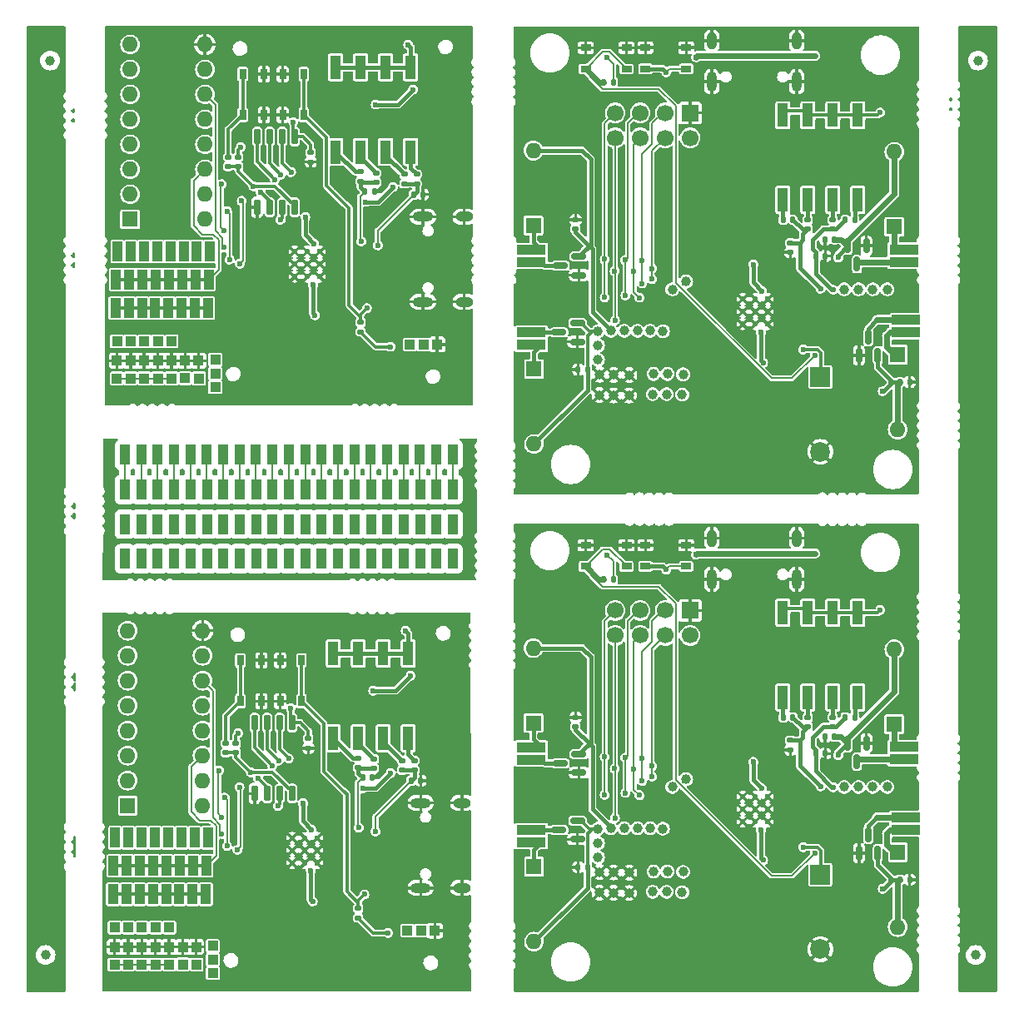
<source format=gbl>
G04 #@! TF.GenerationSoftware,KiCad,Pcbnew,7.0.5*
G04 #@! TF.CreationDate,2023-09-30T22:10:43+03:00*
G04 #@! TF.ProjectId,RP2040_minimal - Copy,52503230-3430-45f6-9d69-6e696d616c20,REV1*
G04 #@! TF.SameCoordinates,Original*
G04 #@! TF.FileFunction,Copper,L2,Bot*
G04 #@! TF.FilePolarity,Positive*
%FSLAX46Y46*%
G04 Gerber Fmt 4.6, Leading zero omitted, Abs format (unit mm)*
G04 Created by KiCad (PCBNEW 7.0.5) date 2023-09-30 22:10:43*
%MOMM*%
%LPD*%
G01*
G04 APERTURE LIST*
G04 Aperture macros list*
%AMRoundRect*
0 Rectangle with rounded corners*
0 $1 Rounding radius*
0 $2 $3 $4 $5 $6 $7 $8 $9 X,Y pos of 4 corners*
0 Add a 4 corners polygon primitive as box body*
4,1,4,$2,$3,$4,$5,$6,$7,$8,$9,$2,$3,0*
0 Add four circle primitives for the rounded corners*
1,1,$1+$1,$2,$3*
1,1,$1+$1,$4,$5*
1,1,$1+$1,$6,$7*
1,1,$1+$1,$8,$9*
0 Add four rect primitives between the rounded corners*
20,1,$1+$1,$2,$3,$4,$5,0*
20,1,$1+$1,$4,$5,$6,$7,0*
20,1,$1+$1,$6,$7,$8,$9,0*
20,1,$1+$1,$8,$9,$2,$3,0*%
G04 Aperture macros list end*
G04 #@! TA.AperFunction,SMDPad,CuDef*
%ADD10R,1.000000X2.000000*%
G04 #@! TD*
G04 #@! TA.AperFunction,SMDPad,CuDef*
%ADD11C,1.000000*%
G04 #@! TD*
G04 #@! TA.AperFunction,SMDPad,CuDef*
%ADD12R,1.000000X1.000000*%
G04 #@! TD*
G04 #@! TA.AperFunction,SMDPad,CuDef*
%ADD13RoundRect,0.150000X0.150000X-0.587500X0.150000X0.587500X-0.150000X0.587500X-0.150000X-0.587500X0*%
G04 #@! TD*
G04 #@! TA.AperFunction,SMDPad,CuDef*
%ADD14RoundRect,0.140000X0.140000X0.170000X-0.140000X0.170000X-0.140000X-0.170000X0.140000X-0.170000X0*%
G04 #@! TD*
G04 #@! TA.AperFunction,SMDPad,CuDef*
%ADD15RoundRect,0.150000X0.587500X0.150000X-0.587500X0.150000X-0.587500X-0.150000X0.587500X-0.150000X0*%
G04 #@! TD*
G04 #@! TA.AperFunction,SMDPad,CuDef*
%ADD16R,1.120000X2.440000*%
G04 #@! TD*
G04 #@! TA.AperFunction,SMDPad,CuDef*
%ADD17R,1.050000X0.650000*%
G04 #@! TD*
G04 #@! TA.AperFunction,SMDPad,CuDef*
%ADD18RoundRect,0.140000X-0.170000X0.140000X-0.170000X-0.140000X0.170000X-0.140000X0.170000X0.140000X0*%
G04 #@! TD*
G04 #@! TA.AperFunction,SMDPad,CuDef*
%ADD19RoundRect,0.140000X-0.140000X-0.170000X0.140000X-0.170000X0.140000X0.170000X-0.140000X0.170000X0*%
G04 #@! TD*
G04 #@! TA.AperFunction,SMDPad,CuDef*
%ADD20R,0.650000X1.050000*%
G04 #@! TD*
G04 #@! TA.AperFunction,SMDPad,CuDef*
%ADD21RoundRect,0.150000X-0.150000X0.587500X-0.150000X-0.587500X0.150000X-0.587500X0.150000X0.587500X0*%
G04 #@! TD*
G04 #@! TA.AperFunction,SMDPad,CuDef*
%ADD22RoundRect,0.140000X0.170000X-0.140000X0.170000X0.140000X-0.170000X0.140000X-0.170000X-0.140000X0*%
G04 #@! TD*
G04 #@! TA.AperFunction,ComponentPad*
%ADD23O,1.600000X1.600000*%
G04 #@! TD*
G04 #@! TA.AperFunction,ComponentPad*
%ADD24R,1.600000X1.600000*%
G04 #@! TD*
G04 #@! TA.AperFunction,SMDPad,CuDef*
%ADD25RoundRect,0.150000X0.150000X-0.650000X0.150000X0.650000X-0.150000X0.650000X-0.150000X-0.650000X0*%
G04 #@! TD*
G04 #@! TA.AperFunction,ComponentPad*
%ADD26R,2.000000X2.000000*%
G04 #@! TD*
G04 #@! TA.AperFunction,ComponentPad*
%ADD27C,2.000000*%
G04 #@! TD*
G04 #@! TA.AperFunction,ComponentPad*
%ADD28R,3.000000X1.000000*%
G04 #@! TD*
G04 #@! TA.AperFunction,ComponentPad*
%ADD29R,1.700000X1.700000*%
G04 #@! TD*
G04 #@! TA.AperFunction,ComponentPad*
%ADD30C,1.700000*%
G04 #@! TD*
G04 #@! TA.AperFunction,ComponentPad*
%ADD31C,0.600000*%
G04 #@! TD*
G04 #@! TA.AperFunction,ComponentPad*
%ADD32O,1.000000X2.100000*%
G04 #@! TD*
G04 #@! TA.AperFunction,ComponentPad*
%ADD33O,1.000000X1.800000*%
G04 #@! TD*
G04 #@! TA.AperFunction,ComponentPad*
%ADD34O,2.100000X1.000000*%
G04 #@! TD*
G04 #@! TA.AperFunction,ComponentPad*
%ADD35O,1.800000X1.000000*%
G04 #@! TD*
G04 #@! TA.AperFunction,ViaPad*
%ADD36C,0.600000*%
G04 #@! TD*
G04 #@! TA.AperFunction,Conductor*
%ADD37C,0.200000*%
G04 #@! TD*
G04 #@! TA.AperFunction,Conductor*
%ADD38C,0.400000*%
G04 #@! TD*
G04 #@! TA.AperFunction,Conductor*
%ADD39C,0.600000*%
G04 #@! TD*
G04 #@! TA.AperFunction,Conductor*
%ADD40C,0.300000*%
G04 #@! TD*
G04 #@! TA.AperFunction,Conductor*
%ADD41C,0.150000*%
G04 #@! TD*
G04 APERTURE END LIST*
D10*
X132492593Y-67620000D03*
X112476593Y-67620000D03*
X119148593Y-67620000D03*
X110808593Y-67620000D03*
X125820593Y-67620000D03*
X135828593Y-67620000D03*
X115812593Y-67620000D03*
X117480593Y-67620000D03*
X122484593Y-67620000D03*
X134160593Y-67620000D03*
X130824593Y-67620000D03*
X120816593Y-67620000D03*
X140832593Y-67620000D03*
X124152593Y-67620000D03*
X114144593Y-67620000D03*
X109140593Y-67620000D03*
X139164593Y-67620000D03*
X127488593Y-67620000D03*
X137496593Y-67620000D03*
X129156593Y-67620000D03*
X142500593Y-67620000D03*
X127488593Y-71140000D03*
X135828593Y-71140000D03*
X139164593Y-71140000D03*
X137496593Y-71140000D03*
X117480593Y-71140000D03*
X110808593Y-71140000D03*
X124152593Y-71140000D03*
X134160593Y-71140000D03*
X115812593Y-71140000D03*
X132492593Y-71140000D03*
X122484593Y-71140000D03*
X119148593Y-71140000D03*
X120816593Y-71140000D03*
X112476593Y-71140000D03*
X114144593Y-71140000D03*
X142500593Y-71140000D03*
X129156593Y-71140000D03*
X109140593Y-71140000D03*
X140832593Y-71140000D03*
X130824593Y-71140000D03*
X125820593Y-71140000D03*
X115812593Y-74660000D03*
X132492593Y-74660000D03*
X110808593Y-74660000D03*
X134160593Y-74660000D03*
X135828593Y-74660000D03*
X122484593Y-74660000D03*
X125820593Y-74660000D03*
X127488593Y-74660000D03*
X129156593Y-74660000D03*
X137496593Y-74660000D03*
X109140593Y-74660000D03*
X139164593Y-74660000D03*
X119148593Y-74660000D03*
X142500593Y-74660000D03*
X112476593Y-74660000D03*
X140832593Y-74660000D03*
X124152593Y-74660000D03*
X114144593Y-74660000D03*
X130824593Y-74660000D03*
X117480593Y-74660000D03*
X120816593Y-74660000D03*
X125806593Y-64100000D03*
X112462593Y-64100000D03*
X110794593Y-64100000D03*
X115798593Y-64100000D03*
X119134593Y-64100000D03*
X132478593Y-64100000D03*
X137482593Y-64100000D03*
X117466593Y-64100000D03*
X134146593Y-64100000D03*
X130810593Y-64100000D03*
X127474593Y-64100000D03*
X122470593Y-64100000D03*
X129142593Y-64100000D03*
X139150593Y-64100000D03*
X120802593Y-64100000D03*
X124138593Y-64100000D03*
X142486593Y-64100000D03*
X109126593Y-64100000D03*
X140818593Y-64100000D03*
X135814593Y-64100000D03*
X114130593Y-64100000D03*
D11*
X165908408Y-55913623D03*
D12*
X116625151Y-54521558D03*
D11*
X158823408Y-108662526D03*
X101076593Y-114980000D03*
X185208408Y-97882526D03*
D13*
X185705408Y-104608806D03*
X183805408Y-104608806D03*
X184755408Y-102733806D03*
D14*
X181297158Y-92787806D03*
X180337158Y-92787806D03*
X183363408Y-40186903D03*
X182403408Y-40186903D03*
D12*
X108094129Y-112174076D03*
X112500151Y-52546558D03*
X116675151Y-56321558D03*
X110869129Y-112174076D03*
D11*
X165818408Y-108582526D03*
D12*
X110856629Y-115949076D03*
D15*
X155160908Y-50698903D03*
X155160908Y-52598903D03*
X153285908Y-51648903D03*
D11*
X166218408Y-97082526D03*
X162808408Y-57933623D03*
D12*
X118081629Y-114049076D03*
D11*
X157433408Y-55938903D03*
D12*
X118081629Y-116824076D03*
D10*
X114728425Y-105899076D03*
D12*
X109469129Y-115949076D03*
D16*
X176053408Y-29544903D03*
X178593408Y-29544903D03*
X181133408Y-29544903D03*
X183673408Y-29544903D03*
X183673408Y-38154903D03*
X181133408Y-38154903D03*
X178593408Y-38154903D03*
X176053408Y-38154903D03*
D17*
X166228408Y-73292806D03*
X162078408Y-73292806D03*
X166228408Y-75442806D03*
X162078408Y-75442806D03*
D18*
X181133408Y-90795806D03*
X181133408Y-91755806D03*
D10*
X109575151Y-46271558D03*
X110924350Y-46271558D03*
D11*
X163858408Y-102132526D03*
D12*
X113875151Y-56321558D03*
D14*
X158813408Y-76797806D03*
X157853408Y-76797806D03*
D10*
X113763943Y-43421558D03*
D11*
X158558408Y-102082526D03*
D10*
X114867619Y-103049076D03*
D17*
X160153408Y-73297806D03*
X156003408Y-73297806D03*
X160153408Y-75447806D03*
X156003408Y-75447806D03*
D16*
X130335071Y-92915518D03*
X132875071Y-92915518D03*
X135415071Y-92915518D03*
X137955071Y-92915518D03*
X137955071Y-84305518D03*
X135415071Y-84305518D03*
X132875071Y-84305518D03*
X130335071Y-84305518D03*
D11*
X162898408Y-55873623D03*
D12*
X109481629Y-112174076D03*
D18*
X127795071Y-93931518D03*
X127795071Y-92971518D03*
D12*
X115031629Y-115924076D03*
D10*
X117426823Y-105899076D03*
D14*
X180368408Y-94482526D03*
X179408408Y-94482526D03*
D11*
X162558408Y-51473623D03*
D10*
X109331629Y-105899076D03*
D12*
X113631629Y-115949076D03*
X113631629Y-114149076D03*
D18*
X132870071Y-95897851D03*
X132870071Y-94937851D03*
D10*
X108225949Y-46271558D03*
D11*
X185208408Y-47273623D03*
D12*
X118325151Y-54421558D03*
D10*
X109524353Y-49171558D03*
X112222751Y-49171558D03*
D18*
X134713593Y-35410333D03*
X134713593Y-36370333D03*
D11*
X186658408Y-97882526D03*
X195666593Y-114980000D03*
X101526593Y-24000000D03*
D19*
X187991408Y-56696903D03*
X188951408Y-56696903D03*
D20*
X120878071Y-84998518D03*
X120878071Y-89148518D03*
X123028071Y-84998518D03*
X123028071Y-89148518D03*
D11*
X158858408Y-55968903D03*
D18*
X120672593Y-33796000D03*
X120672593Y-34756000D03*
D11*
X164808408Y-97882526D03*
D10*
X113622748Y-46271558D03*
D11*
X160443408Y-55978903D03*
D21*
X182642158Y-93437806D03*
X184542158Y-93437806D03*
X183592158Y-95312806D03*
D11*
X166218408Y-46473623D03*
D19*
X176109408Y-40186903D03*
X177069408Y-40186903D03*
D22*
X176815408Y-43488903D03*
X176815408Y-42528903D03*
D12*
X108081629Y-114149076D03*
D11*
X157398408Y-108632526D03*
D12*
X112487651Y-54521558D03*
D10*
X111069547Y-43421558D03*
X108375151Y-43421558D03*
D14*
X139463593Y-37610333D03*
X138503593Y-37610333D03*
D12*
X137881629Y-112499076D03*
D11*
X157258408Y-105032526D03*
X162558408Y-102082526D03*
D10*
X116321146Y-46271558D03*
D14*
X183363408Y-90795806D03*
X182403408Y-90795806D03*
X138260071Y-97237851D03*
X139220071Y-97237851D03*
D11*
X165908408Y-106522526D03*
D10*
X113520421Y-103049076D03*
X111979229Y-108799076D03*
D11*
X158823408Y-58053623D03*
D22*
X132875071Y-110243518D03*
X132875071Y-111203518D03*
D12*
X116431629Y-115949076D03*
D23*
X117040071Y-99767851D03*
X117040071Y-97227851D03*
X117040071Y-94687851D03*
X117040071Y-92147851D03*
X117040071Y-89607851D03*
X117040071Y-87067851D03*
X117040071Y-84527851D03*
X117040071Y-81987851D03*
X109420071Y-81987851D03*
X109420071Y-84527851D03*
X109420071Y-87067851D03*
X109420071Y-89607851D03*
X109420071Y-92147851D03*
X109420071Y-94687851D03*
X109420071Y-97227851D03*
D24*
X109420071Y-99767851D03*
D12*
X111100151Y-56321558D03*
D11*
X182308408Y-47273623D03*
D10*
X113328428Y-108799076D03*
D12*
X112256629Y-112174076D03*
D19*
X187991408Y-107305806D03*
X188951408Y-107305806D03*
D12*
X109469129Y-114149076D03*
D10*
X115111141Y-43421558D03*
D21*
X182642158Y-42828903D03*
X184542158Y-42828903D03*
X183592158Y-44703903D03*
D20*
X127092071Y-89148518D03*
X127092071Y-84998518D03*
X124942071Y-89148518D03*
X124942071Y-84998518D03*
D10*
X117670345Y-46271558D03*
X110826025Y-103049076D03*
D12*
X112244129Y-115949076D03*
D11*
X182308408Y-97882526D03*
X157258408Y-54423623D03*
X159908408Y-51473623D03*
D12*
X118325151Y-57196558D03*
D18*
X134470071Y-95997851D03*
X134470071Y-95037851D03*
D10*
X113571950Y-49171558D03*
D15*
X155160908Y-101307806D03*
X155160908Y-103207806D03*
X153285908Y-102257806D03*
D11*
X160408408Y-108672526D03*
D12*
X109712651Y-56321558D03*
D11*
X159908408Y-102082526D03*
X157258408Y-103582526D03*
D10*
X107982427Y-105899076D03*
D18*
X137320071Y-96147851D03*
X137320071Y-95187851D03*
D10*
X117376025Y-108799076D03*
D12*
X112487651Y-56321558D03*
D10*
X116214818Y-103049076D03*
D11*
X164308408Y-106482526D03*
D12*
X118081629Y-115436576D03*
D11*
X161258408Y-51473623D03*
D10*
X116458340Y-43421558D03*
D17*
X160153408Y-22688903D03*
X156003408Y-22688903D03*
X160153408Y-24838903D03*
X156003408Y-24838903D03*
D12*
X109712651Y-54521558D03*
D20*
X123271593Y-29521000D03*
X123271593Y-25371000D03*
X121121593Y-29521000D03*
X121121593Y-25371000D03*
D11*
X157433408Y-106547806D03*
D15*
X155318408Y-94527806D03*
X155318408Y-96427806D03*
X153443408Y-95477806D03*
D11*
X161258408Y-102082526D03*
D12*
X108337651Y-52546558D03*
D25*
X126387593Y-38920000D03*
X125117593Y-38920000D03*
X123847593Y-38920000D03*
X122577593Y-38920000D03*
X122577593Y-31720000D03*
X123847593Y-31720000D03*
X125117593Y-31720000D03*
X126387593Y-31720000D03*
D14*
X158813408Y-26188903D03*
X157853408Y-26188903D03*
D12*
X111100151Y-54521558D03*
X108325151Y-54521558D03*
D10*
X116077624Y-105899076D03*
D12*
X139269129Y-112499076D03*
D18*
X120429071Y-94383518D03*
X120429071Y-93423518D03*
D14*
X156185408Y-55426903D03*
X155225408Y-55426903D03*
D12*
X109725151Y-52546558D03*
D11*
X163858408Y-51523623D03*
D18*
X138813593Y-35560333D03*
X138813593Y-36520333D03*
D10*
X114677627Y-108799076D03*
D18*
X128038593Y-33344000D03*
X128038593Y-34304000D03*
D11*
X186658408Y-47273623D03*
D10*
X107931629Y-108799076D03*
D11*
X164308408Y-55873623D03*
X162808408Y-108542526D03*
D14*
X180368408Y-43873623D03*
X179408408Y-43873623D03*
D19*
X176109408Y-90795806D03*
X177069408Y-90795806D03*
D20*
X125185593Y-25371000D03*
X125185593Y-29521000D03*
X127335593Y-25371000D03*
X127335593Y-29521000D03*
D16*
X176053408Y-80153806D03*
X178593408Y-80153806D03*
X181133408Y-80153806D03*
X183673408Y-80153806D03*
X183673408Y-88763806D03*
X181133408Y-88763806D03*
X178593408Y-88763806D03*
X176053408Y-88763806D03*
D14*
X134513593Y-37310333D03*
X133553593Y-37310333D03*
D12*
X108081629Y-115949076D03*
X140656629Y-112499076D03*
X115031629Y-114149076D03*
D11*
X165818408Y-57973623D03*
D10*
X110630030Y-108799076D03*
D12*
X140900151Y-52871558D03*
D14*
X156185408Y-106035806D03*
X155225408Y-106035806D03*
D11*
X183758408Y-97882526D03*
D12*
X115275151Y-54521558D03*
D22*
X119656593Y-34756000D03*
X119656593Y-33796000D03*
D18*
X181133408Y-40186903D03*
X181133408Y-41146903D03*
D14*
X181297158Y-42178903D03*
X180337158Y-42178903D03*
D18*
X178593408Y-90795806D03*
X178593408Y-91755806D03*
X133113593Y-35310333D03*
X133113593Y-36270333D03*
D10*
X108131629Y-103049076D03*
D11*
X160408408Y-58063623D03*
D10*
X117564818Y-103049076D03*
X113379226Y-105899076D03*
D16*
X130578593Y-24678000D03*
X133118593Y-24678000D03*
X135658593Y-24678000D03*
X138198593Y-24678000D03*
X138198593Y-33288000D03*
X135658593Y-33288000D03*
X133118593Y-33288000D03*
X130578593Y-33288000D03*
D11*
X195906593Y-24000000D03*
D12*
X110856629Y-114149076D03*
D22*
X154971408Y-41146903D03*
X154971408Y-40186903D03*
D12*
X139512651Y-52871558D03*
X138125151Y-52871558D03*
D26*
X179863408Y-106797806D03*
D27*
X179863408Y-114397806D03*
D14*
X133310071Y-96937851D03*
X134270071Y-96937851D03*
D10*
X114971947Y-46271558D03*
D11*
X164218408Y-108542526D03*
D10*
X109722349Y-43421558D03*
X108175151Y-49171558D03*
D11*
X157398408Y-58023623D03*
D17*
X166228408Y-22683903D03*
X162078408Y-22683903D03*
X166228408Y-24833903D03*
X162078408Y-24833903D03*
D12*
X116381629Y-114149076D03*
D10*
X109478827Y-103049076D03*
D11*
X157258408Y-51523623D03*
D12*
X115275151Y-56296558D03*
D11*
X158558408Y-51473623D03*
D10*
X112173223Y-103049076D03*
D22*
X176815408Y-94097806D03*
X176815408Y-93137806D03*
D11*
X158858408Y-106577806D03*
X157258408Y-52973623D03*
D10*
X112030027Y-105899076D03*
X112416745Y-43421558D03*
D12*
X112244129Y-114149076D03*
D11*
X162898408Y-106482526D03*
X157258408Y-102132526D03*
D25*
X126144071Y-91347518D03*
X124874071Y-91347518D03*
X123604071Y-91347518D03*
X122334071Y-91347518D03*
X122334071Y-98547518D03*
X123604071Y-98547518D03*
X124874071Y-98547518D03*
X126144071Y-98547518D03*
D10*
X116026826Y-108799076D03*
X110873552Y-49171558D03*
X117808340Y-43421558D03*
D18*
X138570071Y-96147851D03*
X138570071Y-95187851D03*
D12*
X113887651Y-52546558D03*
D22*
X133118593Y-51576000D03*
X133118593Y-50616000D03*
D10*
X109280831Y-108799076D03*
X114921149Y-49171558D03*
D12*
X108325151Y-56321558D03*
D24*
X109663593Y-40140333D03*
D23*
X109663593Y-37600333D03*
X109663593Y-35060333D03*
X109663593Y-32520333D03*
X109663593Y-29980333D03*
X109663593Y-27440333D03*
X109663593Y-24900333D03*
X109663593Y-22360333D03*
X117283593Y-22360333D03*
X117283593Y-24900333D03*
X117283593Y-27440333D03*
X117283593Y-29980333D03*
X117283593Y-32520333D03*
X117283593Y-35060333D03*
X117283593Y-37600333D03*
X117283593Y-40140333D03*
D18*
X178593408Y-40186903D03*
X178593408Y-41146903D03*
D12*
X118325151Y-55809058D03*
D11*
X183758408Y-47273623D03*
X164218408Y-57933623D03*
X164808408Y-47273623D03*
D22*
X119413071Y-93423518D03*
X119413071Y-94383518D03*
D10*
X110680828Y-105899076D03*
X117619547Y-49171558D03*
D13*
X185705408Y-53999903D03*
X183805408Y-53999903D03*
X184755408Y-52124903D03*
D12*
X111112651Y-52546558D03*
D10*
X112273549Y-46271558D03*
D11*
X160443408Y-106587806D03*
D18*
X137563593Y-35560333D03*
X137563593Y-36520333D03*
D10*
X116270348Y-49171558D03*
D22*
X154971408Y-91755806D03*
X154971408Y-90795806D03*
D26*
X179863408Y-56188903D03*
D27*
X179863408Y-63788903D03*
D15*
X155318408Y-43918903D03*
X155318408Y-45818903D03*
X153443408Y-44868903D03*
D12*
X113644129Y-112174076D03*
X113875151Y-54521558D03*
D28*
X150468408Y-52918903D03*
X150468408Y-51648903D03*
D24*
X187737408Y-53902903D03*
D23*
X187737408Y-61522903D03*
D29*
X166623408Y-79932526D03*
D30*
X166623408Y-82472526D03*
X164083408Y-79932526D03*
X164083408Y-82472526D03*
X161543408Y-79932526D03*
X161543408Y-82472526D03*
X159003408Y-79932526D03*
X159003408Y-82472526D03*
D24*
X150683408Y-91377806D03*
D23*
X150683408Y-83757806D03*
D29*
X166623408Y-29323623D03*
D30*
X166623408Y-31863623D03*
X164083408Y-29323623D03*
X164083408Y-31863623D03*
X161543408Y-29323623D03*
X161543408Y-31863623D03*
X159003408Y-29323623D03*
X159003408Y-31863623D03*
D24*
X150683408Y-40768903D03*
D23*
X150683408Y-33148903D03*
D31*
X128714821Y-105603518D03*
X128714821Y-104328518D03*
X128714821Y-103053518D03*
X127439821Y-105603518D03*
X127439821Y-104328518D03*
X127439821Y-103053518D03*
X126164821Y-105603518D03*
X126164821Y-104328518D03*
X126164821Y-103053518D03*
D28*
X150468408Y-44503903D03*
X150468408Y-43233903D03*
D24*
X187737408Y-104511806D03*
D23*
X187737408Y-112131806D03*
D28*
X150468408Y-95112806D03*
X150468408Y-93842806D03*
D24*
X187392158Y-91507806D03*
D23*
X187392158Y-83887806D03*
D32*
X177467158Y-76762806D03*
D33*
X177467158Y-72582806D03*
D32*
X168827158Y-76762806D03*
D33*
X168827158Y-72582806D03*
D28*
X188350908Y-93812806D03*
X188350908Y-95082806D03*
D31*
X171967158Y-48253903D03*
X171967158Y-49528903D03*
X171967158Y-50803903D03*
X173242158Y-48253903D03*
X173242158Y-49528903D03*
X173242158Y-50803903D03*
X174517158Y-48253903D03*
X174517158Y-49528903D03*
X174517158Y-50803903D03*
D24*
X150743408Y-105987806D03*
D23*
X150743408Y-113607806D03*
D31*
X171967158Y-98862806D03*
X171967158Y-100137806D03*
X171967158Y-101412806D03*
X173242158Y-98862806D03*
X173242158Y-100137806D03*
X173242158Y-101412806D03*
X174517158Y-98862806D03*
X174517158Y-100137806D03*
X174517158Y-101412806D03*
D34*
X139468593Y-48528000D03*
D35*
X143648593Y-48528000D03*
D34*
X139468593Y-39888000D03*
D35*
X143648593Y-39888000D03*
D28*
X150468408Y-102257806D03*
X150468408Y-103527806D03*
D24*
X187392158Y-40898903D03*
D23*
X187392158Y-33278903D03*
D28*
X188350908Y-43203903D03*
X188350908Y-44473903D03*
X188575908Y-100987806D03*
X188575908Y-102257806D03*
D35*
X143405071Y-99515518D03*
D34*
X139225071Y-99515518D03*
D35*
X143405071Y-108155518D03*
D34*
X139225071Y-108155518D03*
D32*
X177467158Y-26153903D03*
D33*
X177467158Y-21973903D03*
D32*
X168827158Y-26153903D03*
D33*
X168827158Y-21973903D03*
D31*
X126408343Y-43426000D03*
X126408343Y-44701000D03*
X126408343Y-45976000D03*
X127683343Y-43426000D03*
X127683343Y-44701000D03*
X127683343Y-45976000D03*
X128958343Y-43426000D03*
X128958343Y-44701000D03*
X128958343Y-45976000D03*
D28*
X188575908Y-50378903D03*
X188575908Y-51648903D03*
D24*
X150743408Y-55378903D03*
D23*
X150743408Y-62998903D03*
D36*
X142496593Y-74640000D03*
X129086593Y-74710000D03*
X109156593Y-74640000D03*
X117476593Y-74640000D03*
X117476593Y-71120000D03*
X109186593Y-71190000D03*
X129196593Y-71040000D03*
X142466593Y-71080000D03*
X132846593Y-43630000D03*
X131236593Y-48230000D03*
X117576026Y-103049076D03*
X116226026Y-103049076D03*
X114878827Y-103049076D03*
X113531629Y-103049076D03*
X112184431Y-103049076D03*
X110826025Y-103049076D03*
X109490035Y-103049076D03*
X108142837Y-103049076D03*
X126781629Y-81949076D03*
X128054821Y-113453518D03*
X135439821Y-105638518D03*
X124134821Y-112383518D03*
X113606629Y-114149076D03*
X127439821Y-95533518D03*
X130974821Y-110593518D03*
X130439821Y-96533518D03*
X119439821Y-105533518D03*
X139120071Y-93337851D03*
X139479071Y-84025518D03*
X108081629Y-114149076D03*
X120326071Y-100063518D03*
X134389821Y-100333518D03*
X110856629Y-114149076D03*
X134389821Y-99333518D03*
X140681629Y-112499076D03*
X112256629Y-114174076D03*
X132907086Y-114173980D03*
X131470071Y-91937851D03*
X125104821Y-110993518D03*
X126439821Y-95533526D03*
X115056629Y-114124076D03*
X132814821Y-112873518D03*
X131439821Y-96533518D03*
X109431629Y-114174076D03*
X116331629Y-114124076D03*
X176777158Y-106397806D03*
X158873408Y-106547806D03*
X177242158Y-92337806D03*
X182212158Y-101742806D03*
X172242158Y-91337814D03*
X157433408Y-106567806D03*
X180192158Y-95137806D03*
X177223408Y-80347806D03*
X183242158Y-78137806D03*
X184672158Y-108027806D03*
X177142158Y-87762806D03*
X165242158Y-101337806D03*
X160388408Y-108632526D03*
X158838408Y-108632526D03*
X173242158Y-91337806D03*
X184742158Y-89137806D03*
X180192158Y-96137806D03*
X168877158Y-113497806D03*
X160423408Y-106547806D03*
X157398408Y-108652526D03*
X170192158Y-80487806D03*
X164042158Y-89337806D03*
X181858408Y-113732526D03*
X169937158Y-108187806D03*
X173857158Y-109257806D03*
X170907158Y-106797806D03*
X166128408Y-95867806D03*
X176242158Y-92337806D03*
X178617158Y-108677806D03*
X178822158Y-101787806D03*
X168873408Y-82047806D03*
X114731629Y-105899076D03*
X110731629Y-105899076D03*
X113331629Y-105949076D03*
X108031629Y-105899076D03*
X116031629Y-105849076D03*
X109381629Y-105849076D03*
X112031629Y-105899076D03*
X117426826Y-105899076D03*
X115006629Y-115949076D03*
X108056629Y-115924076D03*
X120683071Y-92407518D03*
X117431629Y-108849076D03*
X110631629Y-108799076D03*
X114681629Y-108799076D03*
X135923071Y-112727518D03*
X137701071Y-81993518D03*
X113281629Y-108799076D03*
X107881629Y-108799076D03*
X126017071Y-89867518D03*
X134399071Y-88089518D03*
X136177071Y-96471518D03*
X116431629Y-115949076D03*
X111881629Y-108749076D03*
X138209071Y-86565518D03*
X110881629Y-115949076D03*
X109456629Y-115999076D03*
X115981629Y-108849076D03*
X133383071Y-97995518D03*
X113631629Y-115974076D03*
X109331629Y-108749076D03*
X112206629Y-115924076D03*
X128239821Y-109533518D03*
X127239821Y-99533512D03*
X128039791Y-106433518D03*
X128139821Y-102233518D03*
X164193408Y-75787806D03*
X139256629Y-112524076D03*
X137831629Y-112549076D03*
X133501071Y-108803518D03*
X179303408Y-104607806D03*
X121953071Y-96394143D03*
X125794446Y-94978893D03*
X122700446Y-96994143D03*
X124713446Y-99807143D03*
X124139821Y-95709518D03*
X124759446Y-95213893D03*
X109506629Y-112149076D03*
X162558408Y-102032526D03*
X108031629Y-112249076D03*
X163858408Y-102082526D03*
X158953408Y-96017806D03*
X158973408Y-101027806D03*
X162747370Y-96821768D03*
X162763408Y-95767806D03*
X120581629Y-104278018D03*
X120781629Y-97899076D03*
X161753408Y-97277806D03*
X161753408Y-94987806D03*
X119281629Y-98949076D03*
X119531629Y-103878018D03*
X157928408Y-94807806D03*
X157928408Y-98687806D03*
X118981629Y-102649076D03*
X160893408Y-96077806D03*
X161463408Y-98717806D03*
X132920071Y-102009018D03*
X179887158Y-97813306D03*
X134620071Y-102409018D03*
X181181074Y-97913890D03*
X182308408Y-97882526D03*
X183758408Y-97782526D03*
X185208408Y-97832526D03*
X186658408Y-97882526D03*
X181682158Y-94647806D03*
X186212158Y-108237806D03*
X118732129Y-96199076D03*
X118982129Y-100939076D03*
X160033408Y-94897806D03*
X160043408Y-98487806D03*
X178113408Y-103997806D03*
X118106629Y-116824076D03*
X157258408Y-105032526D03*
X118081629Y-115424076D03*
X157258408Y-103582526D03*
X118106629Y-114024076D03*
X157258408Y-102182526D03*
X113619129Y-112199076D03*
X158558408Y-102032526D03*
X112181629Y-112199076D03*
X159908408Y-102032526D03*
X110931629Y-112174076D03*
X161208408Y-102032526D03*
X164883408Y-97887806D03*
X166073408Y-97217806D03*
X164168408Y-108592526D03*
X167217158Y-74262806D03*
X164258408Y-106532526D03*
X165908408Y-106582526D03*
X185963408Y-79877806D03*
X162808408Y-106582526D03*
X165818408Y-108642526D03*
X158158408Y-74282526D03*
X162718408Y-108642526D03*
X179342158Y-74112806D03*
X173942158Y-98037806D03*
X173842128Y-102237806D03*
X173042158Y-95337800D03*
X174042158Y-105337806D03*
X117819548Y-43421558D03*
X116469548Y-43421558D03*
X115122349Y-43421558D03*
X113775151Y-43421558D03*
X112427953Y-43421558D03*
X111069547Y-43421558D03*
X109733557Y-43421558D03*
X108386359Y-43421558D03*
X126683343Y-35906008D03*
X120569593Y-40436000D03*
X134633343Y-40706000D03*
X133150608Y-54546462D03*
X127025151Y-22321558D03*
X113850151Y-54521558D03*
X139363593Y-33710333D03*
X139722593Y-24398000D03*
X131218343Y-50966000D03*
X112500151Y-54546558D03*
X131713593Y-32310333D03*
X109675151Y-54546558D03*
X131683343Y-36906000D03*
X135683343Y-46011000D03*
X134633343Y-39706000D03*
X125348343Y-51366000D03*
X128298343Y-53826000D03*
X116575151Y-54496558D03*
X127683343Y-35906000D03*
X108325151Y-54521558D03*
X124378343Y-52756000D03*
X111100151Y-54521558D03*
X140925151Y-52871558D03*
X130683343Y-36906000D03*
X115300151Y-54496558D03*
X119683343Y-45906000D03*
X133058343Y-53246000D03*
X169937158Y-57578903D03*
X158838408Y-58023623D03*
X184672158Y-57418903D03*
X177242158Y-41728903D03*
X165242158Y-50728903D03*
X172242158Y-40728911D03*
X178617158Y-58068903D03*
X176777158Y-55788903D03*
X180192158Y-44528903D03*
X181858408Y-63123623D03*
X173857158Y-58648903D03*
X183242158Y-27528903D03*
X182212158Y-51133903D03*
X173242158Y-40728903D03*
X160423408Y-55938903D03*
X164042158Y-38728903D03*
X157433408Y-55958903D03*
X170192158Y-29878903D03*
X180192158Y-45528903D03*
X177223408Y-29738903D03*
X176242158Y-41728903D03*
X168873408Y-31438903D03*
X177142158Y-37153903D03*
X158873408Y-55938903D03*
X157398408Y-58043623D03*
X166128408Y-45258903D03*
X178822158Y-51178903D03*
X168877158Y-62888903D03*
X184742158Y-38528903D03*
X160388408Y-58023623D03*
X170907158Y-56188903D03*
X114975151Y-46271558D03*
X113575151Y-46321558D03*
X116275151Y-46221558D03*
X112275151Y-46271558D03*
X109625151Y-46221558D03*
X110975151Y-46271558D03*
X117670348Y-46271558D03*
X108275151Y-46271558D03*
X116225151Y-49221558D03*
X108300151Y-56296558D03*
X113875151Y-56346558D03*
X137944593Y-22366000D03*
X110875151Y-49171558D03*
X114925151Y-49171558D03*
X108125151Y-49171558D03*
X115250151Y-56321558D03*
X120926593Y-32780000D03*
X112125151Y-49121558D03*
X116675151Y-56321558D03*
X126260593Y-30240000D03*
X117675151Y-49221558D03*
X136420593Y-36844000D03*
X112450151Y-56296558D03*
X133626593Y-38368000D03*
X111125151Y-56321558D03*
X109700151Y-56371558D03*
X136166593Y-53100000D03*
X109575151Y-49121558D03*
X134642593Y-28462000D03*
X113525151Y-49171558D03*
X138452593Y-26938000D03*
X128483343Y-49906000D03*
X128283313Y-46806000D03*
X128383343Y-42606000D03*
X127483343Y-39905994D03*
X164193408Y-25178903D03*
X139500151Y-52896558D03*
X138075151Y-52921558D03*
X133744593Y-49176000D03*
X179303408Y-53998903D03*
X122196593Y-36766625D03*
X126037968Y-35351375D03*
X122943968Y-37366625D03*
X124956968Y-40179625D03*
X124383343Y-36082000D03*
X125002968Y-35586375D03*
X109750151Y-52521558D03*
X162558408Y-51423623D03*
X108275151Y-52621558D03*
X163858408Y-51473623D03*
X158973408Y-50418903D03*
X158953408Y-45408903D03*
X162763408Y-45158903D03*
X162747370Y-46212865D03*
X120825151Y-44650500D03*
X121025151Y-38271558D03*
X161753408Y-46668903D03*
X161753408Y-44378903D03*
X119525151Y-39321558D03*
X119775151Y-44250500D03*
X157928408Y-48078903D03*
X157928408Y-44198903D03*
X119225151Y-43021558D03*
X161463408Y-48108903D03*
X160893408Y-45468903D03*
X133163593Y-42381500D03*
X179887158Y-47204403D03*
X134863593Y-42781500D03*
X181181074Y-47304987D03*
X182308408Y-47273623D03*
X183758408Y-47173623D03*
X185208408Y-47223623D03*
X186658408Y-47273623D03*
X181682158Y-44038903D03*
X186212158Y-57628903D03*
X118975651Y-36571558D03*
X119225651Y-41311558D03*
X160033408Y-44288903D03*
X160043408Y-47878903D03*
X178113408Y-53388903D03*
X118350151Y-57196558D03*
X157258408Y-54423623D03*
X118325151Y-55796558D03*
X157258408Y-52973623D03*
X118350151Y-54396558D03*
X157258408Y-51573623D03*
X113862651Y-52571558D03*
X158558408Y-51423623D03*
X112425151Y-52571558D03*
X159908408Y-51423623D03*
X111175151Y-52546558D03*
X161208408Y-51423623D03*
X164883408Y-47278903D03*
X166073408Y-46608903D03*
X165908408Y-55973623D03*
X158158408Y-23673623D03*
X165818408Y-58033623D03*
X185963408Y-29268903D03*
X179342158Y-23503903D03*
X162808408Y-55973623D03*
X164168408Y-57983623D03*
X162718408Y-58033623D03*
X164258408Y-55923623D03*
X167217158Y-23653903D03*
X173842128Y-51628903D03*
X173942158Y-47428903D03*
X174042158Y-54728903D03*
X173042158Y-44728897D03*
D37*
X109126593Y-67606000D02*
X109140593Y-67620000D01*
X109126593Y-64100000D02*
X109126593Y-67606000D01*
X110794593Y-64100000D02*
X110794593Y-67606000D01*
X110794593Y-67606000D02*
X110808593Y-67620000D01*
X112462593Y-67606000D02*
X112476593Y-67620000D01*
X112462593Y-64100000D02*
X112462593Y-67606000D01*
X114130593Y-67606000D02*
X114144593Y-67620000D01*
X114130593Y-64100000D02*
X114130593Y-67606000D01*
X115798593Y-67606000D02*
X115812593Y-67620000D01*
X115798593Y-64100000D02*
X115798593Y-67606000D01*
X117466593Y-67606000D02*
X117480593Y-67620000D01*
X117466593Y-64100000D02*
X117466593Y-67606000D01*
X119134593Y-67606000D02*
X119148593Y-67620000D01*
X119134593Y-64100000D02*
X119134593Y-67606000D01*
X120802593Y-67606000D02*
X120816593Y-67620000D01*
X120802593Y-64100000D02*
X120802593Y-67606000D01*
X122470593Y-67606000D02*
X122484593Y-67620000D01*
X122470593Y-64100000D02*
X122470593Y-67606000D01*
X124138593Y-67606000D02*
X124152593Y-67620000D01*
X124138593Y-64100000D02*
X124138593Y-67606000D01*
X125806593Y-67606000D02*
X125820593Y-67620000D01*
X125806593Y-64100000D02*
X125806593Y-67606000D01*
X127474593Y-67606000D02*
X127488593Y-67620000D01*
X127474593Y-64100000D02*
X127474593Y-67606000D01*
X129142593Y-67606000D02*
X129156593Y-67620000D01*
X129142593Y-64100000D02*
X129142593Y-67606000D01*
X130810593Y-67606000D02*
X130824593Y-67620000D01*
X130810593Y-64100000D02*
X130810593Y-67606000D01*
X132478593Y-67606000D02*
X132492593Y-67620000D01*
X132478593Y-64100000D02*
X132478593Y-67606000D01*
X134146593Y-64100000D02*
X134146593Y-67606000D01*
X134146593Y-67606000D02*
X134160593Y-67620000D01*
X135814593Y-67606000D02*
X135828593Y-67620000D01*
X135814593Y-64100000D02*
X135814593Y-67606000D01*
X137482593Y-64100000D02*
X137482593Y-67606000D01*
X137482593Y-67606000D02*
X137496593Y-67620000D01*
X139150593Y-67606000D02*
X139164593Y-67620000D01*
X139150593Y-64100000D02*
X139150593Y-67606000D01*
X140818593Y-67606000D02*
X140832593Y-67620000D01*
X140818593Y-64100000D02*
X140818593Y-67606000D01*
X142486593Y-67606000D02*
X142500593Y-67620000D01*
X142486593Y-64100000D02*
X142486593Y-67606000D01*
D38*
X181133408Y-90795806D02*
X181133408Y-88763806D01*
X178593408Y-90795806D02*
X178593408Y-88763806D01*
X137955071Y-94572851D02*
X138570071Y-95187851D01*
X137955071Y-92915518D02*
X137955071Y-94572851D01*
X135415071Y-93282851D02*
X137320071Y-95187851D01*
X135415071Y-92915518D02*
X135415071Y-93282851D01*
X132875071Y-92915518D02*
X132875071Y-93442851D01*
X132875071Y-93442851D02*
X134470071Y-95037851D01*
X132357404Y-94937851D02*
X132870071Y-94937851D01*
X130335071Y-92915518D02*
X132357404Y-94937851D01*
X176053408Y-90795806D02*
X176053408Y-88763806D01*
X183363408Y-90795806D02*
X183363408Y-89073806D01*
X183363408Y-89073806D02*
X183673408Y-88763806D01*
D39*
X183822158Y-95082806D02*
X183592158Y-95312806D01*
X187350908Y-95082806D02*
X183822158Y-95082806D01*
X185617158Y-100987806D02*
X187575908Y-100987806D01*
D38*
X184755408Y-102733806D02*
X184755408Y-101849556D01*
X184755408Y-101849556D02*
X185617158Y-100987806D01*
X151833408Y-95477806D02*
X151468408Y-95112806D01*
X153443408Y-95477806D02*
X151833408Y-95477806D01*
X153285908Y-102257806D02*
X151468408Y-102257806D01*
D40*
X134520071Y-96937851D02*
X135445071Y-96012851D01*
X134270071Y-96937851D02*
X134520071Y-96937851D01*
D37*
X113631629Y-114149076D02*
X108081629Y-114149076D01*
X135445071Y-96012851D02*
X135520071Y-95937851D01*
X134391614Y-96937851D02*
X134270071Y-96937851D01*
X180368408Y-92819056D02*
X180337158Y-92787806D01*
X180368408Y-94482526D02*
X180368408Y-92819056D01*
X118431629Y-104894273D02*
X117426826Y-105899076D01*
X116781629Y-101299076D02*
X117881629Y-101299076D01*
X117881629Y-101299076D02*
X118431629Y-101849076D01*
D40*
X116081629Y-105899076D02*
X116031629Y-105849076D01*
D37*
X115881629Y-95846293D02*
X115881629Y-100399076D01*
D40*
X108031629Y-105899076D02*
X107982427Y-105899076D01*
X114731629Y-105899076D02*
X113381629Y-105899076D01*
D37*
X117040071Y-94687851D02*
X115881629Y-95846293D01*
D40*
X110731629Y-105899076D02*
X109431629Y-105899076D01*
X113381629Y-105899076D02*
X113331629Y-105949076D01*
D37*
X115881629Y-100399076D02*
X116781629Y-101299076D01*
D40*
X116031629Y-105849076D02*
X115981629Y-105899076D01*
X115981629Y-105899076D02*
X114731629Y-105899076D01*
X112031629Y-105899076D02*
X110731629Y-105899076D01*
X113281629Y-105899076D02*
X112031629Y-105899076D01*
X109431629Y-105899076D02*
X109381629Y-105849076D01*
X109331629Y-105899076D02*
X108031629Y-105899076D01*
X109381629Y-105849076D02*
X109331629Y-105899076D01*
X113331629Y-105949076D02*
X113281629Y-105899076D01*
D37*
X118431629Y-101849076D02*
X118431629Y-104894273D01*
D40*
X117426823Y-105899076D02*
X116081629Y-105899076D01*
D38*
X133383071Y-97995518D02*
X134653071Y-97995518D01*
D40*
X113281629Y-108799076D02*
X111931629Y-108799076D01*
X115931629Y-108799076D02*
X114681629Y-108799076D01*
X107881629Y-108799076D02*
X107931629Y-108799076D01*
D37*
X112181629Y-115949076D02*
X110881629Y-115949076D01*
D40*
X117431629Y-108849076D02*
X117426025Y-108799076D01*
D38*
X136685071Y-88089518D02*
X138209071Y-86565518D01*
D40*
X134399071Y-112727518D02*
X135923071Y-112727518D01*
X110631629Y-108799076D02*
X109381629Y-108799076D01*
X114681629Y-108799076D02*
X113281629Y-108799076D01*
D38*
X134653071Y-97995518D02*
X136177071Y-96471518D01*
D40*
X111881629Y-108749076D02*
X111831629Y-108799076D01*
D38*
X134399071Y-88089518D02*
X136685071Y-88089518D01*
D40*
X126017071Y-91220518D02*
X126144071Y-91347518D01*
X120429071Y-92661518D02*
X120683071Y-92407518D01*
X117326025Y-108799076D02*
X117431629Y-108849076D01*
D38*
X130335071Y-84305518D02*
X132875071Y-84305518D01*
X137955071Y-84305518D02*
X132875071Y-84305518D01*
D40*
X111931629Y-108799076D02*
X111881629Y-108749076D01*
X120429071Y-93423518D02*
X120429071Y-92661518D01*
X115981629Y-108849076D02*
X115931629Y-108799076D01*
X126144071Y-91347518D02*
X126989071Y-91347518D01*
X111831629Y-108799076D02*
X110631629Y-108799076D01*
D38*
X137955071Y-82247518D02*
X137701071Y-81993518D01*
D40*
X109381629Y-108799076D02*
X109331629Y-108749076D01*
X109281629Y-108799076D02*
X107881629Y-108799076D01*
X132875071Y-111203518D02*
X134399071Y-112727518D01*
D37*
X112206629Y-115924076D02*
X112181629Y-115949076D01*
D40*
X109331629Y-108749076D02*
X109281629Y-108799076D01*
X117426025Y-108799076D02*
X116031629Y-108799076D01*
D38*
X137955071Y-84305518D02*
X137955071Y-82247518D01*
D40*
X127795071Y-92153518D02*
X127795071Y-92971518D01*
X117376025Y-108799076D02*
X117326025Y-108799076D01*
D37*
X110881629Y-115949076D02*
X108081629Y-115949076D01*
D40*
X126989071Y-91347518D02*
X127795071Y-92153518D01*
X126017071Y-89867518D02*
X126017071Y-91220518D01*
D37*
X113631629Y-115949076D02*
X112231629Y-115949076D01*
D40*
X116031629Y-108799076D02*
X115981629Y-108849076D01*
D37*
X112231629Y-115949076D02*
X112206629Y-115924076D01*
D38*
X128029821Y-109323518D02*
X128029821Y-106443488D01*
X127239821Y-99533512D02*
X127239821Y-101343518D01*
X127239821Y-101343518D02*
X128129821Y-102233518D01*
X128129821Y-102233518D02*
X128139821Y-102233518D01*
X128029821Y-106443488D02*
X128039791Y-106433518D01*
X128239821Y-109533518D02*
X128029821Y-109323518D01*
D40*
X120878071Y-89148518D02*
X119413071Y-90613518D01*
X119413071Y-90613518D02*
X119413071Y-93423518D01*
X120878071Y-84998518D02*
X120878071Y-89148518D01*
D38*
X162078408Y-75442806D02*
X163848408Y-75442806D01*
X163848408Y-75442806D02*
X164193408Y-75787806D01*
D37*
X166228408Y-75442806D02*
X164538408Y-75442806D01*
X164538408Y-75442806D02*
X164193408Y-75787806D01*
D40*
X127092071Y-84998518D02*
X127092071Y-89148518D01*
X132875071Y-110243518D02*
X132875071Y-109679518D01*
X129378350Y-96320576D02*
X131307292Y-98249518D01*
X132875071Y-109679518D02*
X132875071Y-109429518D01*
X131307292Y-98249518D02*
X131351071Y-98249518D01*
X129378350Y-91434797D02*
X129378350Y-96320576D01*
X131711071Y-108515518D02*
X132875071Y-109679518D01*
X127092071Y-89148518D02*
X129378350Y-91434797D01*
X132875071Y-109429518D02*
X133501071Y-108803518D01*
X131711071Y-98609518D02*
X131711071Y-108515518D01*
X131351071Y-98249518D02*
X131711071Y-98609518D01*
D37*
X157718688Y-73732526D02*
X158438128Y-73732526D01*
D39*
X156558408Y-76002806D02*
X156003408Y-75447806D01*
D41*
X179303408Y-104607806D02*
X179303408Y-104614019D01*
X165158408Y-79232526D02*
X163443688Y-77517806D01*
X157723408Y-77517806D02*
X156558408Y-76352806D01*
D37*
X158438128Y-73732526D02*
X160153408Y-75447806D01*
D39*
X157353408Y-76797806D02*
X156558408Y-76002806D01*
D37*
X156003408Y-75447806D02*
X157718688Y-73732526D01*
D41*
X179303408Y-104614019D02*
X176994621Y-106922806D01*
X165158408Y-97196519D02*
X165158408Y-79232526D01*
X176994621Y-106922806D02*
X174884695Y-106922806D01*
X163443688Y-77517806D02*
X157723408Y-77517806D01*
X156558408Y-76352806D02*
X156558408Y-76002806D01*
X174884695Y-106922806D02*
X165158408Y-97196519D01*
D39*
X157853408Y-76797806D02*
X157353408Y-76797806D01*
D40*
X119413071Y-94383518D02*
X120429071Y-94383518D01*
X120429071Y-94383518D02*
X120429071Y-94870143D01*
X124157092Y-96394143D02*
X121953071Y-96394143D01*
X120429071Y-94870143D02*
X121953071Y-96394143D01*
X126144071Y-98547518D02*
X126144071Y-98381122D01*
X126144071Y-98381122D02*
X124157092Y-96394143D01*
X124874071Y-91347518D02*
X124874071Y-94058518D01*
X124874071Y-94058518D02*
X125794446Y-94978893D01*
X123604071Y-98547518D02*
X123604071Y-97897768D01*
X123604071Y-97897768D02*
X122700446Y-96994143D01*
X124874071Y-98547518D02*
X124874071Y-99646518D01*
X124874071Y-99646518D02*
X124713446Y-99807143D01*
X122334071Y-93903768D02*
X124139821Y-95709518D01*
X122334071Y-91347518D02*
X122334071Y-93903768D01*
X123604071Y-91347518D02*
X123604071Y-94058518D01*
X123604071Y-94058518D02*
X124759446Y-95213893D01*
D39*
X186983128Y-102257806D02*
X187575908Y-102257806D01*
X186642158Y-103737806D02*
X186642158Y-102598776D01*
D38*
X150743408Y-105987806D02*
X150743408Y-104252806D01*
X150683408Y-93057806D02*
X151468408Y-93842806D01*
D39*
X187392158Y-91507806D02*
X187392158Y-93771556D01*
D38*
X150683408Y-91377806D02*
X150683408Y-93057806D01*
X150743408Y-104252806D02*
X151468408Y-103527806D01*
D39*
X187692158Y-104787806D02*
X186642158Y-103737806D01*
X186642158Y-102598776D02*
X186983128Y-102257806D01*
X187392158Y-93771556D02*
X187350908Y-93812806D01*
D41*
X158973408Y-101027806D02*
X159003408Y-100997806D01*
X159003408Y-96067806D02*
X158953408Y-96017806D01*
X159003408Y-95967806D02*
X159003408Y-82217806D01*
X159003408Y-100997806D02*
X159003408Y-96067806D01*
X158953408Y-96017806D02*
X159003408Y-95967806D01*
X162747370Y-83808564D02*
X164083408Y-82472526D01*
X162747370Y-96821768D02*
X162747370Y-95783844D01*
X162747370Y-95783844D02*
X162763408Y-95767806D01*
X162763408Y-95767806D02*
X162747370Y-95751768D01*
X162747370Y-95751768D02*
X162747370Y-83808564D01*
D37*
X120876071Y-103983576D02*
X120581629Y-104278018D01*
X120781629Y-97899076D02*
X120876071Y-97993518D01*
X120876071Y-97993518D02*
X120876071Y-103983576D01*
D41*
X161753408Y-84123542D02*
X162758408Y-83118542D01*
X161753408Y-94987806D02*
X161753408Y-84123542D01*
X162758408Y-83118542D02*
X162758408Y-81002806D01*
X162758408Y-81002806D02*
X164083408Y-79677806D01*
X161753408Y-97277806D02*
X161753408Y-94987806D01*
D37*
X119281629Y-98949076D02*
X119531629Y-99199076D01*
X119531629Y-99199076D02*
X119531629Y-103878018D01*
D41*
X157928408Y-94807806D02*
X157928408Y-98687806D01*
X157928408Y-81007526D02*
X159003408Y-79932526D01*
X157928408Y-94807806D02*
X157928408Y-81007526D01*
D37*
X118090071Y-88117851D02*
X117040071Y-87067851D01*
X118831629Y-102499076D02*
X118831629Y-101699076D01*
X118090071Y-100957518D02*
X118090071Y-88117851D01*
X118981629Y-102649076D02*
X118831629Y-102499076D01*
X118831629Y-101699076D02*
X118090071Y-100957518D01*
D41*
X160893408Y-96077806D02*
X160903408Y-96067806D01*
X160903408Y-96087806D02*
X160893408Y-96077806D01*
X161463408Y-98717806D02*
X160903408Y-98157806D01*
X160903408Y-83112526D02*
X161543408Y-82472526D01*
X160903408Y-98157806D02*
X160903408Y-96087806D01*
X160903408Y-96067806D02*
X160903408Y-83112526D01*
D38*
X132970071Y-95997851D02*
X132870071Y-95897851D01*
D37*
X132833071Y-101922018D02*
X132920071Y-102009018D01*
X133310071Y-96937851D02*
X132833071Y-97414851D01*
D38*
X134470071Y-95997851D02*
X132970071Y-95997851D01*
D37*
X132833071Y-97414851D02*
X132833071Y-101922018D01*
D38*
X132870071Y-95897851D02*
X132870071Y-96497851D01*
X132870071Y-96497851D02*
X133310071Y-96937851D01*
X177775408Y-95701556D02*
X179887158Y-97813306D01*
X176815408Y-93137806D02*
X177775408Y-93137806D01*
X178085408Y-92827806D02*
X178085408Y-92263806D01*
X178029408Y-91755806D02*
X178593408Y-91755806D01*
X177775408Y-93137806D02*
X177775408Y-95701556D01*
X177775408Y-93137806D02*
X178085408Y-92827806D01*
X177069408Y-90795806D02*
X178029408Y-91755806D01*
X178085408Y-92263806D02*
X178593408Y-91755806D01*
D37*
X138260071Y-97241086D02*
X138260071Y-97237851D01*
X134620071Y-100881086D02*
X138260071Y-97241086D01*
D38*
X138570071Y-96927851D02*
X138260071Y-97237851D01*
X137320071Y-96147851D02*
X138570071Y-96147851D01*
D37*
X134620071Y-102409018D02*
X134620071Y-100881086D01*
D38*
X138570071Y-96147851D02*
X138570071Y-96927851D01*
X179101408Y-93787806D02*
X179411408Y-94097806D01*
X179411408Y-96276295D02*
X181049003Y-97913890D01*
X182403408Y-90795806D02*
X181443408Y-91755806D01*
X180173408Y-91755806D02*
X179101408Y-92827806D01*
X179101408Y-92827806D02*
X179101408Y-93787806D01*
X181133408Y-91755806D02*
X180173408Y-91755806D01*
X179411408Y-94097806D02*
X179411408Y-96276295D01*
X181443408Y-91755806D02*
X181133408Y-91755806D01*
X181049003Y-97913890D02*
X181181074Y-97913890D01*
X181682158Y-94647806D02*
X181682158Y-94397806D01*
D39*
X187392158Y-83887806D02*
X187392158Y-88162806D01*
X182642158Y-92912806D02*
X182642158Y-93437806D01*
X181992158Y-92787806D02*
X182642158Y-93437806D01*
X187392158Y-88162806D02*
X182642158Y-92912806D01*
D38*
X181682158Y-94397806D02*
X182642158Y-93437806D01*
D39*
X181297158Y-92787806D02*
X181992158Y-92787806D01*
D38*
X186212158Y-108237806D02*
X186297408Y-108237806D01*
X185705408Y-105781806D02*
X186881783Y-106958181D01*
X187229408Y-107305806D02*
X187991408Y-107305806D01*
D41*
X186881783Y-107568181D02*
X186881783Y-106958181D01*
D38*
X186881783Y-106958181D02*
X187229408Y-107305806D01*
D41*
X186212158Y-108237806D02*
X186881783Y-107568181D01*
D38*
X185705408Y-104608806D02*
X185705408Y-105781806D01*
D39*
X187692158Y-107605056D02*
X187991408Y-107305806D01*
D38*
X186297408Y-108237806D02*
X187229408Y-107305806D01*
D39*
X187692158Y-112407806D02*
X187692158Y-107605056D01*
D37*
X118982129Y-100939076D02*
X118639571Y-100596518D01*
X118639571Y-96291634D02*
X118732129Y-96199076D01*
X118639571Y-100596518D02*
X118639571Y-96291634D01*
D41*
X160043408Y-94907806D02*
X160033408Y-94897806D01*
X160033408Y-94897806D02*
X160258408Y-94672806D01*
X160258408Y-94672806D02*
X160258408Y-80962806D01*
X160043408Y-98487806D02*
X160043408Y-94907806D01*
X160258408Y-80962806D02*
X161543408Y-79677806D01*
D40*
X179903408Y-106757806D02*
X179903408Y-104359277D01*
X179863408Y-106797806D02*
X179903408Y-106757806D01*
X179541937Y-103997806D02*
X178113408Y-103997806D01*
X179903408Y-104359277D02*
X179541937Y-103997806D01*
D41*
X118081629Y-115424076D02*
X118081629Y-115436576D01*
D40*
X156356878Y-102132526D02*
X156708408Y-102132526D01*
X155532158Y-101307806D02*
X156356878Y-102132526D01*
D38*
X150743408Y-113607806D02*
X156185408Y-108165806D01*
D40*
X155160908Y-101307806D02*
X155532158Y-101307806D01*
X156185408Y-106035806D02*
X156248408Y-105972806D01*
D38*
X156185408Y-108165806D02*
X156185408Y-106035806D01*
D40*
X156248408Y-102592526D02*
X156708408Y-102132526D01*
X156248408Y-105972806D02*
X156248408Y-102592526D01*
D37*
X156708408Y-102132526D02*
X157258408Y-102132526D01*
X113644129Y-112174076D02*
X113631629Y-112199076D01*
D38*
X156682158Y-93776556D02*
X156682158Y-100156276D01*
X156682158Y-100156276D02*
X158558408Y-102032526D01*
X156513408Y-93332806D02*
X155825283Y-94020931D01*
X154971408Y-92065806D02*
X156375908Y-93470306D01*
X155643408Y-83757806D02*
X156513408Y-84627806D01*
X154971408Y-91755806D02*
X154971408Y-92065806D01*
X156375908Y-93470306D02*
X155825283Y-94020931D01*
X155825283Y-94020931D02*
X155318408Y-94527806D01*
X156513408Y-93332806D02*
X156375908Y-93470306D01*
X156375908Y-93470306D02*
X156682158Y-93776556D01*
X150683408Y-83757806D02*
X155643408Y-83757806D01*
X156513408Y-84627806D02*
X156513408Y-93332806D01*
D37*
X158813408Y-74937526D02*
X158158408Y-74282526D01*
D41*
X178593408Y-80153806D02*
X181133408Y-80153806D01*
D37*
X158813408Y-76797806D02*
X158813408Y-74937526D01*
D40*
X181133408Y-80153806D02*
X183673408Y-80153806D01*
X183673408Y-80153806D02*
X178593408Y-80153806D01*
X178187408Y-79747806D02*
X178593408Y-80153806D01*
X176459408Y-79747806D02*
X178187408Y-79747806D01*
X183673408Y-80153806D02*
X185687408Y-80153806D01*
X185687408Y-80153806D02*
X185963408Y-79877806D01*
D39*
X167217158Y-74262806D02*
X167342158Y-74137806D01*
X179317158Y-74137806D02*
X179342158Y-74112806D01*
D40*
X176053408Y-80153806D02*
X176459408Y-79747806D01*
D39*
X167342158Y-74137806D02*
X179317158Y-74137806D01*
D38*
X173042158Y-97147806D02*
X173932158Y-98037806D01*
X173042158Y-95337800D02*
X173042158Y-97147806D01*
X174042158Y-105337806D02*
X173832158Y-105127806D01*
X173832158Y-105127806D02*
X173832158Y-102247776D01*
X173932158Y-98037806D02*
X173942158Y-98037806D01*
X173832158Y-102247776D02*
X173842128Y-102237806D01*
X181133408Y-40186903D02*
X181133408Y-38154903D01*
X178593408Y-40186903D02*
X178593408Y-38154903D01*
X138198593Y-33288000D02*
X138198593Y-34945333D01*
X138198593Y-34945333D02*
X138813593Y-35560333D01*
X135658593Y-33288000D02*
X135658593Y-33655333D01*
X135658593Y-33655333D02*
X137563593Y-35560333D01*
X133118593Y-33288000D02*
X133118593Y-33815333D01*
X133118593Y-33815333D02*
X134713593Y-35410333D01*
X130578593Y-33288000D02*
X132600926Y-35310333D01*
X132600926Y-35310333D02*
X133113593Y-35310333D01*
X176053408Y-40186903D02*
X176053408Y-38154903D01*
X183363408Y-38464903D02*
X183673408Y-38154903D01*
X183363408Y-40186903D02*
X183363408Y-38464903D01*
D39*
X183822158Y-44473903D02*
X183592158Y-44703903D01*
X187350908Y-44473903D02*
X183822158Y-44473903D01*
D38*
X184755408Y-52124903D02*
X184755408Y-51240653D01*
X184755408Y-51240653D02*
X185617158Y-50378903D01*
D39*
X185617158Y-50378903D02*
X187575908Y-50378903D01*
D38*
X153443408Y-44868903D02*
X151833408Y-44868903D01*
X151833408Y-44868903D02*
X151468408Y-44503903D01*
X153285908Y-51648903D02*
X151468408Y-51648903D01*
D37*
X134635136Y-37310333D02*
X134513593Y-37310333D01*
D40*
X134513593Y-37310333D02*
X134763593Y-37310333D01*
D37*
X113875151Y-54521558D02*
X108325151Y-54521558D01*
D40*
X134763593Y-37310333D02*
X135688593Y-36385333D01*
D37*
X135688593Y-36385333D02*
X135763593Y-36310333D01*
X180368408Y-43873623D02*
X180368408Y-42210153D01*
X180368408Y-42210153D02*
X180337158Y-42178903D01*
X118125151Y-41671558D02*
X118675151Y-42221558D01*
D40*
X116275151Y-46221558D02*
X116225151Y-46271558D01*
X109675151Y-46271558D02*
X109625151Y-46221558D01*
X114975151Y-46271558D02*
X113625151Y-46271558D01*
X112275151Y-46271558D02*
X110975151Y-46271558D01*
D37*
X117025151Y-41671558D02*
X118125151Y-41671558D01*
D40*
X113525151Y-46271558D02*
X112275151Y-46271558D01*
X108275151Y-46271558D02*
X108225949Y-46271558D01*
D37*
X118675151Y-45266755D02*
X117670348Y-46271558D01*
X117283593Y-35060333D02*
X116125151Y-36218775D01*
D40*
X113625151Y-46271558D02*
X113575151Y-46321558D01*
D37*
X116125151Y-40771558D02*
X117025151Y-41671558D01*
D40*
X117670345Y-46271558D02*
X116325151Y-46271558D01*
X109625151Y-46221558D02*
X109575151Y-46271558D01*
X110975151Y-46271558D02*
X109675151Y-46271558D01*
X109575151Y-46271558D02*
X108275151Y-46271558D01*
X116325151Y-46271558D02*
X116275151Y-46221558D01*
X116225151Y-46271558D02*
X114975151Y-46271558D01*
X113575151Y-46321558D02*
X113525151Y-46271558D01*
D37*
X118675151Y-42221558D02*
X118675151Y-45266755D01*
X116125151Y-36218775D02*
X116125151Y-40771558D01*
X112450151Y-56296558D02*
X112425151Y-56321558D01*
X113875151Y-56321558D02*
X112475151Y-56321558D01*
D40*
X110875151Y-49171558D02*
X109625151Y-49171558D01*
X114925151Y-49171558D02*
X113525151Y-49171558D01*
D37*
X112425151Y-56321558D02*
X111125151Y-56321558D01*
D38*
X138198593Y-24678000D02*
X138198593Y-22620000D01*
D37*
X111125151Y-56321558D02*
X108325151Y-56321558D01*
D38*
X133626593Y-38368000D02*
X134896593Y-38368000D01*
D40*
X126260593Y-31593000D02*
X126387593Y-31720000D01*
D38*
X134896593Y-38368000D02*
X136420593Y-36844000D01*
D40*
X120672593Y-33796000D02*
X120672593Y-33034000D01*
X133118593Y-51576000D02*
X134642593Y-53100000D01*
X109625151Y-49171558D02*
X109575151Y-49121558D01*
X112125151Y-49121558D02*
X112075151Y-49171558D01*
X117569547Y-49171558D02*
X117675151Y-49221558D01*
D38*
X138198593Y-24678000D02*
X133118593Y-24678000D01*
D40*
X126387593Y-31720000D02*
X127232593Y-31720000D01*
X109575151Y-49121558D02*
X109525151Y-49171558D01*
D38*
X130578593Y-24678000D02*
X133118593Y-24678000D01*
D37*
X112475151Y-56321558D02*
X112450151Y-56296558D01*
D40*
X117669547Y-49171558D02*
X116275151Y-49171558D01*
X117619547Y-49171558D02*
X117569547Y-49171558D01*
X112075151Y-49171558D02*
X110875151Y-49171558D01*
D38*
X138198593Y-22620000D02*
X137944593Y-22366000D01*
D40*
X113525151Y-49171558D02*
X112175151Y-49171558D01*
X117675151Y-49221558D02*
X117669547Y-49171558D01*
X126260593Y-30240000D02*
X126260593Y-31593000D01*
X134642593Y-53100000D02*
X136166593Y-53100000D01*
X116275151Y-49171558D02*
X116225151Y-49221558D01*
D38*
X134642593Y-28462000D02*
X136928593Y-28462000D01*
D40*
X108125151Y-49171558D02*
X108175151Y-49171558D01*
X120672593Y-33034000D02*
X120926593Y-32780000D01*
D38*
X136928593Y-28462000D02*
X138452593Y-26938000D01*
D40*
X116225151Y-49221558D02*
X116175151Y-49171558D01*
X112175151Y-49171558D02*
X112125151Y-49121558D01*
X127232593Y-31720000D02*
X128038593Y-32526000D01*
X128038593Y-32526000D02*
X128038593Y-33344000D01*
X109525151Y-49171558D02*
X108125151Y-49171558D01*
X116175151Y-49171558D02*
X114925151Y-49171558D01*
D38*
X127483343Y-39905994D02*
X127483343Y-41716000D01*
X127483343Y-41716000D02*
X128373343Y-42606000D01*
X128373343Y-42606000D02*
X128383343Y-42606000D01*
X128273343Y-49696000D02*
X128273343Y-46815970D01*
X128273343Y-46815970D02*
X128283313Y-46806000D01*
X128483343Y-49906000D02*
X128273343Y-49696000D01*
D40*
X121121593Y-25371000D02*
X121121593Y-29521000D01*
X121121593Y-29521000D02*
X119656593Y-30986000D01*
X119656593Y-30986000D02*
X119656593Y-33796000D01*
D37*
X166228408Y-24833903D02*
X164538408Y-24833903D01*
X164538408Y-24833903D02*
X164193408Y-25178903D01*
D38*
X162078408Y-24833903D02*
X163848408Y-24833903D01*
X163848408Y-24833903D02*
X164193408Y-25178903D01*
D40*
X133118593Y-50616000D02*
X133118593Y-50052000D01*
X131954593Y-48888000D02*
X133118593Y-50052000D01*
X133118593Y-49802000D02*
X133744593Y-49176000D01*
X127335593Y-29521000D02*
X129621872Y-31807279D01*
X129621872Y-36693058D02*
X131550814Y-38622000D01*
X129621872Y-31807279D02*
X129621872Y-36693058D01*
X131954593Y-38982000D02*
X131954593Y-48888000D01*
X131550814Y-38622000D02*
X131594593Y-38622000D01*
X133118593Y-50052000D02*
X133118593Y-49802000D01*
X127335593Y-25371000D02*
X127335593Y-29521000D01*
X131594593Y-38622000D02*
X131954593Y-38982000D01*
D39*
X157353408Y-26188903D02*
X156558408Y-25393903D01*
D41*
X176994621Y-56313903D02*
X174884695Y-56313903D01*
D39*
X157853408Y-26188903D02*
X157353408Y-26188903D01*
D41*
X156558408Y-25743903D02*
X156558408Y-25393903D01*
X174884695Y-56313903D02*
X165158408Y-46587616D01*
X179303408Y-53998903D02*
X179303408Y-54005116D01*
D37*
X157718688Y-23123623D02*
X158438128Y-23123623D01*
D41*
X157723408Y-26908903D02*
X156558408Y-25743903D01*
X165158408Y-28623623D02*
X163443688Y-26908903D01*
D39*
X156558408Y-25393903D02*
X156003408Y-24838903D01*
D41*
X165158408Y-46587616D02*
X165158408Y-28623623D01*
X163443688Y-26908903D02*
X157723408Y-26908903D01*
X179303408Y-54005116D02*
X176994621Y-56313903D01*
D37*
X158438128Y-23123623D02*
X160153408Y-24838903D01*
X156003408Y-24838903D02*
X157718688Y-23123623D01*
D40*
X119656593Y-34756000D02*
X120672593Y-34756000D01*
X120672593Y-34756000D02*
X120672593Y-35242625D01*
X124400614Y-36766625D02*
X122196593Y-36766625D01*
X126387593Y-38920000D02*
X126387593Y-38753604D01*
X126387593Y-38753604D02*
X124400614Y-36766625D01*
X120672593Y-35242625D02*
X122196593Y-36766625D01*
X125117593Y-34431000D02*
X126037968Y-35351375D01*
X125117593Y-31720000D02*
X125117593Y-34431000D01*
X123847593Y-38920000D02*
X123847593Y-38270250D01*
X123847593Y-38270250D02*
X122943968Y-37366625D01*
X125117593Y-40019000D02*
X124956968Y-40179625D01*
X125117593Y-38920000D02*
X125117593Y-40019000D01*
X122577593Y-31720000D02*
X122577593Y-34276250D01*
X122577593Y-34276250D02*
X124383343Y-36082000D01*
X123847593Y-34431000D02*
X125002968Y-35586375D01*
X123847593Y-31720000D02*
X123847593Y-34431000D01*
D38*
X150743408Y-55378903D02*
X150743408Y-53643903D01*
D39*
X186642158Y-51989873D02*
X186983128Y-51648903D01*
X187692158Y-54178903D02*
X186642158Y-53128903D01*
X186642158Y-53128903D02*
X186642158Y-51989873D01*
D38*
X150683408Y-42448903D02*
X151468408Y-43233903D01*
X150743408Y-53643903D02*
X151468408Y-52918903D01*
D39*
X187392158Y-40898903D02*
X187392158Y-43162653D01*
D38*
X150683408Y-40768903D02*
X150683408Y-42448903D01*
D39*
X186983128Y-51648903D02*
X187575908Y-51648903D01*
X187392158Y-43162653D02*
X187350908Y-43203903D01*
D41*
X159003408Y-45458903D02*
X158953408Y-45408903D01*
X158973408Y-50418903D02*
X159003408Y-50388903D01*
X159003408Y-45358903D02*
X159003408Y-31608903D01*
X159003408Y-50388903D02*
X159003408Y-45458903D01*
X158953408Y-45408903D02*
X159003408Y-45358903D01*
X162763408Y-45158903D02*
X162747370Y-45142865D01*
X162747370Y-33199661D02*
X164083408Y-31863623D01*
X162747370Y-45142865D02*
X162747370Y-33199661D01*
X162747370Y-46212865D02*
X162747370Y-45174941D01*
X162747370Y-45174941D02*
X162763408Y-45158903D01*
D37*
X121119593Y-44356058D02*
X120825151Y-44650500D01*
X121025151Y-38271558D02*
X121119593Y-38366000D01*
X121119593Y-38366000D02*
X121119593Y-44356058D01*
D41*
X161753408Y-46668903D02*
X161753408Y-44378903D01*
X161753408Y-44378903D02*
X161753408Y-33514639D01*
X162758408Y-30393903D02*
X164083408Y-29068903D01*
X162758408Y-32509639D02*
X162758408Y-30393903D01*
X161753408Y-33514639D02*
X162758408Y-32509639D01*
D37*
X119525151Y-39321558D02*
X119775151Y-39571558D01*
X119775151Y-39571558D02*
X119775151Y-44250500D01*
D41*
X157928408Y-44198903D02*
X157928408Y-30398623D01*
X157928408Y-30398623D02*
X159003408Y-29323623D01*
X157928408Y-44198903D02*
X157928408Y-48078903D01*
D37*
X119225151Y-43021558D02*
X119075151Y-42871558D01*
X118333593Y-28490333D02*
X117283593Y-27440333D01*
X119075151Y-42071558D02*
X118333593Y-41330000D01*
X119075151Y-42871558D02*
X119075151Y-42071558D01*
X118333593Y-41330000D02*
X118333593Y-28490333D01*
D41*
X161463408Y-48108903D02*
X160903408Y-47548903D01*
X160903408Y-45478903D02*
X160893408Y-45468903D01*
X160893408Y-45468903D02*
X160903408Y-45458903D01*
X160903408Y-47548903D02*
X160903408Y-45478903D01*
X160903408Y-45458903D02*
X160903408Y-32503623D01*
X160903408Y-32503623D02*
X161543408Y-31863623D01*
D38*
X133213593Y-36370333D02*
X133113593Y-36270333D01*
D37*
X133076593Y-42294500D02*
X133163593Y-42381500D01*
D38*
X133113593Y-36270333D02*
X133113593Y-36870333D01*
X133113593Y-36870333D02*
X133553593Y-37310333D01*
D37*
X133553593Y-37310333D02*
X133076593Y-37787333D01*
D38*
X134713593Y-36370333D02*
X133213593Y-36370333D01*
D37*
X133076593Y-37787333D02*
X133076593Y-42294500D01*
D38*
X177069408Y-40186903D02*
X178029408Y-41146903D01*
X178029408Y-41146903D02*
X178593408Y-41146903D01*
X178085408Y-41654903D02*
X178593408Y-41146903D01*
X176815408Y-42528903D02*
X177775408Y-42528903D01*
X177775408Y-45092653D02*
X179887158Y-47204403D01*
X177775408Y-42528903D02*
X177775408Y-45092653D01*
X177775408Y-42528903D02*
X178085408Y-42218903D01*
X178085408Y-42218903D02*
X178085408Y-41654903D01*
D37*
X134863593Y-42781500D02*
X134863593Y-41253568D01*
D38*
X137563593Y-36520333D02*
X138813593Y-36520333D01*
D37*
X134863593Y-41253568D02*
X138503593Y-37613568D01*
D38*
X138813593Y-36520333D02*
X138813593Y-37300333D01*
X138813593Y-37300333D02*
X138503593Y-37610333D01*
D37*
X138503593Y-37613568D02*
X138503593Y-37610333D01*
D38*
X179101408Y-43178903D02*
X179411408Y-43488903D01*
X182403408Y-40186903D02*
X181443408Y-41146903D01*
X181049003Y-47304987D02*
X181181074Y-47304987D01*
X179411408Y-43488903D02*
X179411408Y-45667392D01*
X179101408Y-42218903D02*
X179101408Y-43178903D01*
X181443408Y-41146903D02*
X181133408Y-41146903D01*
X181133408Y-41146903D02*
X180173408Y-41146903D01*
X180173408Y-41146903D02*
X179101408Y-42218903D01*
X179411408Y-45667392D02*
X181049003Y-47304987D01*
D39*
X187392158Y-33278903D02*
X187392158Y-37553903D01*
X181297158Y-42178903D02*
X181992158Y-42178903D01*
D38*
X181682158Y-44038903D02*
X181682158Y-43788903D01*
D39*
X182642158Y-42303903D02*
X182642158Y-42828903D01*
X181992158Y-42178903D02*
X182642158Y-42828903D01*
X187392158Y-37553903D02*
X182642158Y-42303903D01*
D38*
X181682158Y-43788903D02*
X182642158Y-42828903D01*
X185705408Y-53999903D02*
X185705408Y-55172903D01*
X187229408Y-56696903D02*
X187991408Y-56696903D01*
X186212158Y-57628903D02*
X186297408Y-57628903D01*
X186881783Y-56349278D02*
X187229408Y-56696903D01*
D39*
X187692158Y-61798903D02*
X187692158Y-56996153D01*
D41*
X186881783Y-56959278D02*
X186881783Y-56349278D01*
X186212158Y-57628903D02*
X186881783Y-56959278D01*
D39*
X187692158Y-56996153D02*
X187991408Y-56696903D01*
D38*
X186297408Y-57628903D02*
X187229408Y-56696903D01*
X185705408Y-55172903D02*
X186881783Y-56349278D01*
D37*
X119225651Y-41311558D02*
X118883093Y-40969000D01*
X118883093Y-36664116D02*
X118975651Y-36571558D01*
X118883093Y-40969000D02*
X118883093Y-36664116D01*
D41*
X160043408Y-47878903D02*
X160043408Y-44298903D01*
X160043408Y-44298903D02*
X160033408Y-44288903D01*
X160258408Y-44063903D02*
X160258408Y-30353903D01*
X160258408Y-30353903D02*
X161543408Y-29068903D01*
X160033408Y-44288903D02*
X160258408Y-44063903D01*
D40*
X179863408Y-56188903D02*
X179903408Y-56148903D01*
X179541937Y-53388903D02*
X178113408Y-53388903D01*
X179903408Y-56148903D02*
X179903408Y-53750374D01*
X179903408Y-53750374D02*
X179541937Y-53388903D01*
D41*
X118325151Y-55796558D02*
X118325151Y-55809058D01*
D40*
X156248408Y-51983623D02*
X156708408Y-51523623D01*
X155160908Y-50698903D02*
X155532158Y-50698903D01*
X156185408Y-55426903D02*
X156248408Y-55363903D01*
D37*
X156708408Y-51523623D02*
X157258408Y-51523623D01*
D40*
X155532158Y-50698903D02*
X156356878Y-51523623D01*
X156248408Y-55363903D02*
X156248408Y-51983623D01*
D38*
X150743408Y-62998903D02*
X156185408Y-57556903D01*
D40*
X156356878Y-51523623D02*
X156708408Y-51523623D01*
D38*
X156185408Y-57556903D02*
X156185408Y-55426903D01*
D37*
X113887651Y-52546558D02*
X113875151Y-52571558D01*
D38*
X156513408Y-42723903D02*
X155825283Y-43412028D01*
X155643408Y-33148903D02*
X156513408Y-34018903D01*
X155825283Y-43412028D02*
X155318408Y-43918903D01*
X156375908Y-42861403D02*
X156682158Y-43167653D01*
X156375908Y-42861403D02*
X155825283Y-43412028D01*
X156513408Y-34018903D02*
X156513408Y-42723903D01*
X156682158Y-43167653D02*
X156682158Y-49547373D01*
X150683408Y-33148903D02*
X155643408Y-33148903D01*
X154971408Y-41456903D02*
X156375908Y-42861403D01*
X156513408Y-42723903D02*
X156375908Y-42861403D01*
X154971408Y-41146903D02*
X154971408Y-41456903D01*
X156682158Y-49547373D02*
X158558408Y-51423623D01*
D40*
X183673408Y-29544903D02*
X178593408Y-29544903D01*
D39*
X179317158Y-23528903D02*
X179342158Y-23503903D01*
X167217158Y-23653903D02*
X167342158Y-23528903D01*
D40*
X185687408Y-29544903D02*
X185963408Y-29268903D01*
X181133408Y-29544903D02*
X183673408Y-29544903D01*
X183673408Y-29544903D02*
X185687408Y-29544903D01*
X178187408Y-29138903D02*
X178593408Y-29544903D01*
D41*
X178593408Y-29544903D02*
X181133408Y-29544903D01*
D40*
X176459408Y-29138903D02*
X178187408Y-29138903D01*
D37*
X158813408Y-26188903D02*
X158813408Y-24328623D01*
D39*
X167342158Y-23528903D02*
X179317158Y-23528903D01*
D40*
X176053408Y-29544903D02*
X176459408Y-29138903D01*
D37*
X158813408Y-24328623D02*
X158158408Y-23673623D01*
D38*
X173832158Y-51638873D02*
X173842128Y-51628903D01*
X173932158Y-47428903D02*
X173942158Y-47428903D01*
X173042158Y-46538903D02*
X173932158Y-47428903D01*
X173042158Y-44728897D02*
X173042158Y-46538903D01*
X173832158Y-54518903D02*
X173832158Y-51638873D01*
X174042158Y-54728903D02*
X173832158Y-54518903D01*
G04 #@! TA.AperFunction,Conductor*
G36*
X135871983Y-80095703D02*
G01*
X135878627Y-80104849D01*
X135913198Y-80158644D01*
X135913199Y-80158645D01*
X135913200Y-80158646D01*
X136021970Y-80252895D01*
X136152885Y-80312682D01*
X136152886Y-80312683D01*
X136259539Y-80328018D01*
X136259544Y-80328018D01*
X136331147Y-80328018D01*
X136430170Y-80313780D01*
X136437800Y-80312683D01*
X136568716Y-80252895D01*
X136677486Y-80158646D01*
X136677486Y-80158644D01*
X136682838Y-80154008D01*
X136684604Y-80156046D01*
X136726802Y-80130593D01*
X136749237Y-80128018D01*
X136749666Y-80128018D01*
X136778722Y-80128018D01*
X136779931Y-80128032D01*
X136808966Y-80128746D01*
X136812185Y-80128364D01*
X136818029Y-80128018D01*
X144213842Y-80128018D01*
X144272033Y-80146925D01*
X144307997Y-80196425D01*
X144312841Y-80226597D01*
X144315954Y-80958391D01*
X144315609Y-80964441D01*
X144315364Y-80966499D01*
X144316106Y-80996708D01*
X144316121Y-80997711D01*
X144316265Y-81031460D01*
X144316041Y-81031460D01*
X144316064Y-81039053D01*
X144316022Y-81039666D01*
X144293182Y-81096428D01*
X144282086Y-81107718D01*
X144234448Y-81148996D01*
X144156642Y-81270065D01*
X144156639Y-81270072D01*
X144116093Y-81408158D01*
X144116093Y-81552087D01*
X144156639Y-81690173D01*
X144156642Y-81690180D01*
X144234449Y-81811250D01*
X144234451Y-81811252D01*
X144342993Y-81905304D01*
X144374589Y-81957699D01*
X144369353Y-82018660D01*
X144342993Y-82054942D01*
X144234451Y-82148993D01*
X144234449Y-82148995D01*
X144156642Y-82270065D01*
X144156639Y-82270072D01*
X144116093Y-82408158D01*
X144116093Y-82552087D01*
X144156639Y-82690173D01*
X144156642Y-82690180D01*
X144234449Y-82811250D01*
X144234451Y-82811252D01*
X144342993Y-82905304D01*
X144374589Y-82957699D01*
X144369353Y-83018660D01*
X144342993Y-83054942D01*
X144234451Y-83148993D01*
X144234449Y-83148995D01*
X144156642Y-83270065D01*
X144156639Y-83270072D01*
X144116093Y-83408158D01*
X144116093Y-83552087D01*
X144156639Y-83690173D01*
X144156642Y-83690180D01*
X144234449Y-83811250D01*
X144234451Y-83811252D01*
X144342993Y-83905304D01*
X144374589Y-83957699D01*
X144369353Y-84018660D01*
X144342993Y-84054942D01*
X144234451Y-84148993D01*
X144234449Y-84148995D01*
X144156642Y-84270065D01*
X144156639Y-84270072D01*
X144116093Y-84408158D01*
X144116093Y-84552087D01*
X144156639Y-84690173D01*
X144156642Y-84690180D01*
X144234449Y-84811250D01*
X144234451Y-84811252D01*
X144342993Y-84905304D01*
X144374589Y-84957699D01*
X144369353Y-85018660D01*
X144342993Y-85054942D01*
X144234451Y-85148993D01*
X144234449Y-85148995D01*
X144156642Y-85270065D01*
X144156639Y-85270072D01*
X144116093Y-85408158D01*
X144116093Y-85552087D01*
X144156639Y-85690173D01*
X144156642Y-85690180D01*
X144234448Y-85811249D01*
X144234449Y-85811250D01*
X144234450Y-85811251D01*
X144282084Y-85852526D01*
X144313680Y-85904921D01*
X144316011Y-85920428D01*
X144316124Y-85922057D01*
X144316300Y-85924600D01*
X144316299Y-85931541D01*
X144316080Y-85934624D01*
X144316089Y-85963585D01*
X144316074Y-85964815D01*
X144315364Y-85993746D01*
X144315759Y-85997068D01*
X144316105Y-86002893D01*
X144320781Y-98715579D01*
X144301895Y-98773776D01*
X144252408Y-98809758D01*
X144191223Y-98809781D01*
X144169111Y-98799442D01*
X144154372Y-98790181D01*
X143984220Y-98730642D01*
X143984216Y-98730641D01*
X143849989Y-98715518D01*
X143555072Y-98715518D01*
X143555071Y-98715519D01*
X143555071Y-99215518D01*
X143255071Y-99215518D01*
X143255071Y-98715518D01*
X142960152Y-98715518D01*
X142825925Y-98730641D01*
X142825921Y-98730642D01*
X142655768Y-98790181D01*
X142503126Y-98886092D01*
X142375645Y-99013573D01*
X142279734Y-99166215D01*
X142220193Y-99336373D01*
X142220193Y-99336375D01*
X142216909Y-99365517D01*
X142216910Y-99365518D01*
X142742414Y-99365518D01*
X142731870Y-99379480D01*
X142701176Y-99487358D01*
X142711525Y-99599039D01*
X142744628Y-99665518D01*
X142216910Y-99665518D01*
X142220193Y-99694660D01*
X142220193Y-99694662D01*
X142279734Y-99864820D01*
X142375645Y-100017462D01*
X142503126Y-100144943D01*
X142503125Y-100144943D01*
X142655768Y-100240854D01*
X142825921Y-100300393D01*
X142825925Y-100300394D01*
X142960152Y-100315517D01*
X142960155Y-100315518D01*
X143255070Y-100315518D01*
X143255071Y-100315517D01*
X143255071Y-99815518D01*
X143555071Y-99815518D01*
X143555071Y-100315516D01*
X143555072Y-100315518D01*
X143849987Y-100315518D01*
X143849989Y-100315517D01*
X143984216Y-100300394D01*
X143984220Y-100300393D01*
X144154372Y-100240854D01*
X144169695Y-100231226D01*
X144229025Y-100216274D01*
X144285813Y-100239051D01*
X144318367Y-100290857D01*
X144321369Y-100315014D01*
X144323959Y-107357576D01*
X144305073Y-107415773D01*
X144255586Y-107451755D01*
X144194401Y-107451778D01*
X144172289Y-107441438D01*
X144154375Y-107430182D01*
X143984220Y-107370642D01*
X143984216Y-107370641D01*
X143849989Y-107355518D01*
X143555072Y-107355518D01*
X143555071Y-107355519D01*
X143555071Y-107855518D01*
X143255071Y-107855518D01*
X143255071Y-107355518D01*
X142960152Y-107355518D01*
X142825925Y-107370641D01*
X142825921Y-107370642D01*
X142655768Y-107430181D01*
X142503126Y-107526092D01*
X142375645Y-107653573D01*
X142279734Y-107806215D01*
X142220193Y-107976373D01*
X142220193Y-107976375D01*
X142216909Y-108005517D01*
X142216910Y-108005518D01*
X142742414Y-108005518D01*
X142731870Y-108019480D01*
X142701176Y-108127358D01*
X142711525Y-108239039D01*
X142744628Y-108305518D01*
X142216910Y-108305518D01*
X142220193Y-108334660D01*
X142220193Y-108334662D01*
X142279734Y-108504820D01*
X142375645Y-108657462D01*
X142503126Y-108784943D01*
X142503125Y-108784943D01*
X142655768Y-108880854D01*
X142825921Y-108940393D01*
X142825925Y-108940394D01*
X142960152Y-108955517D01*
X142960155Y-108955518D01*
X143255070Y-108955518D01*
X143255071Y-108955517D01*
X143255071Y-108455518D01*
X143555071Y-108455518D01*
X143555071Y-108955517D01*
X143555072Y-108955518D01*
X143849987Y-108955518D01*
X143849989Y-108955517D01*
X143984216Y-108940394D01*
X143984220Y-108940393D01*
X144154372Y-108880854D01*
X144172873Y-108869229D01*
X144232203Y-108854277D01*
X144288991Y-108877054D01*
X144321545Y-108928860D01*
X144324547Y-108953017D01*
X144325481Y-111493167D01*
X144325138Y-111499009D01*
X144324767Y-111502140D01*
X144324766Y-111502152D01*
X144325482Y-111531270D01*
X144325497Y-111532467D01*
X144325507Y-111561645D01*
X144325695Y-111564263D01*
X144325707Y-111571153D01*
X144325429Y-111575253D01*
X144302624Y-111632030D01*
X144291488Y-111643368D01*
X144243850Y-111684646D01*
X144166044Y-111805715D01*
X144166041Y-111805722D01*
X144125495Y-111943808D01*
X144125495Y-112087737D01*
X144166041Y-112225823D01*
X144166044Y-112225830D01*
X144243851Y-112346900D01*
X144243853Y-112346902D01*
X144352395Y-112440954D01*
X144383991Y-112493349D01*
X144378755Y-112554310D01*
X144352395Y-112590592D01*
X144243853Y-112684643D01*
X144243851Y-112684645D01*
X144166044Y-112805715D01*
X144166041Y-112805722D01*
X144125495Y-112943808D01*
X144125495Y-113087737D01*
X144166041Y-113225823D01*
X144166044Y-113225830D01*
X144243851Y-113346900D01*
X144243853Y-113346902D01*
X144352395Y-113440954D01*
X144383991Y-113493349D01*
X144378755Y-113554310D01*
X144352395Y-113590592D01*
X144243853Y-113684643D01*
X144243851Y-113684645D01*
X144166044Y-113805715D01*
X144166041Y-113805722D01*
X144125495Y-113943808D01*
X144125495Y-114087737D01*
X144166041Y-114225823D01*
X144166044Y-114225830D01*
X144243851Y-114346900D01*
X144243853Y-114346902D01*
X144352395Y-114440954D01*
X144383991Y-114493349D01*
X144378755Y-114554310D01*
X144352395Y-114590592D01*
X144243853Y-114684643D01*
X144243851Y-114684645D01*
X144166044Y-114805715D01*
X144166041Y-114805722D01*
X144125495Y-114943808D01*
X144125495Y-115087737D01*
X144166041Y-115225823D01*
X144166044Y-115225830D01*
X144243851Y-115346900D01*
X144243853Y-115346902D01*
X144352395Y-115440954D01*
X144383991Y-115493349D01*
X144378755Y-115554310D01*
X144352395Y-115590592D01*
X144243853Y-115684643D01*
X144243851Y-115684645D01*
X144166044Y-115805715D01*
X144166041Y-115805722D01*
X144125495Y-115943808D01*
X144125495Y-116087737D01*
X144166041Y-116225823D01*
X144166044Y-116225830D01*
X144243850Y-116346899D01*
X144243851Y-116346900D01*
X144243852Y-116346901D01*
X144291486Y-116388176D01*
X144323082Y-116440571D01*
X144325415Y-116456112D01*
X144325461Y-116456772D01*
X144325449Y-116466019D01*
X144325538Y-116466020D01*
X144325501Y-116498923D01*
X144325486Y-116500083D01*
X144324766Y-116529396D01*
X144325114Y-116532327D01*
X144325458Y-116538212D01*
X144323209Y-118608126D01*
X144304238Y-118666296D01*
X144254699Y-118702206D01*
X144224209Y-118707018D01*
X106972571Y-118707018D01*
X106914380Y-118688111D01*
X106878416Y-118638611D01*
X106873571Y-118608018D01*
X106873571Y-117343822D01*
X117381128Y-117343822D01*
X117381130Y-117343834D01*
X117392761Y-117402303D01*
X117392762Y-117402307D01*
X117437077Y-117468628D01*
X117503398Y-117512943D01*
X117547860Y-117521787D01*
X117561870Y-117524574D01*
X117561875Y-117524574D01*
X117561881Y-117524576D01*
X117561882Y-117524576D01*
X118601376Y-117524576D01*
X118601377Y-117524576D01*
X118659860Y-117512943D01*
X118726181Y-117468628D01*
X118770496Y-117402307D01*
X118782129Y-117343824D01*
X118782129Y-116304328D01*
X118770496Y-116245845D01*
X118730058Y-116185327D01*
X118713450Y-116126440D01*
X118730059Y-116075324D01*
X118730410Y-116074799D01*
X118770496Y-116014807D01*
X118782129Y-115956324D01*
X118782129Y-115565449D01*
X119166739Y-115565449D01*
X119197204Y-115738225D01*
X119266693Y-115899320D01*
X119266694Y-115899322D01*
X119371460Y-116040047D01*
X119371462Y-116040049D01*
X119505854Y-116152818D01*
X119505855Y-116152818D01*
X119505857Y-116152820D01*
X119662638Y-116231558D01*
X119662643Y-116231559D01*
X119662647Y-116231561D01*
X119833348Y-116272018D01*
X119833350Y-116272018D01*
X119964775Y-116272018D01*
X119964780Y-116272018D01*
X120095326Y-116256759D01*
X120260188Y-116196755D01*
X120406767Y-116100348D01*
X120527163Y-115972736D01*
X120614883Y-115820799D01*
X120615287Y-115819449D01*
X139486739Y-115819449D01*
X139517204Y-115992225D01*
X139586693Y-116153320D01*
X139586694Y-116153322D01*
X139691460Y-116294047D01*
X139691462Y-116294049D01*
X139825854Y-116406818D01*
X139825855Y-116406818D01*
X139825857Y-116406820D01*
X139982638Y-116485558D01*
X139982643Y-116485559D01*
X139982647Y-116485561D01*
X140153348Y-116526018D01*
X140153350Y-116526018D01*
X140284775Y-116526018D01*
X140284780Y-116526018D01*
X140415326Y-116510759D01*
X140580188Y-116450755D01*
X140726767Y-116354348D01*
X140847163Y-116226736D01*
X140934883Y-116074799D01*
X140985201Y-115906728D01*
X140995402Y-115731583D01*
X140981498Y-115652731D01*
X140964937Y-115558810D01*
X140929901Y-115477586D01*
X140895448Y-115397714D01*
X140790681Y-115256988D01*
X140790679Y-115256986D01*
X140656287Y-115144217D01*
X140642028Y-115137056D01*
X140499504Y-115065478D01*
X140499500Y-115065477D01*
X140499494Y-115065474D01*
X140328794Y-115025018D01*
X140328792Y-115025018D01*
X140197362Y-115025018D01*
X140066816Y-115040277D01*
X140066813Y-115040277D01*
X140066812Y-115040278D01*
X139901954Y-115100280D01*
X139755377Y-115196686D01*
X139755374Y-115196688D01*
X139634980Y-115324298D01*
X139634979Y-115324298D01*
X139547259Y-115476237D01*
X139496941Y-115644304D01*
X139496940Y-115644311D01*
X139486739Y-115819449D01*
X120615287Y-115819449D01*
X120665201Y-115652728D01*
X120675402Y-115477583D01*
X120666891Y-115429317D01*
X120644937Y-115304810D01*
X120644814Y-115304524D01*
X120575448Y-115143714D01*
X120470681Y-115002988D01*
X120470679Y-115002986D01*
X120336287Y-114890217D01*
X120335601Y-114889872D01*
X120179504Y-114811478D01*
X120179500Y-114811477D01*
X120179494Y-114811474D01*
X120008794Y-114771018D01*
X120008792Y-114771018D01*
X119877362Y-114771018D01*
X119746816Y-114786277D01*
X119746813Y-114786277D01*
X119746812Y-114786278D01*
X119581954Y-114846280D01*
X119435377Y-114942686D01*
X119435374Y-114942688D01*
X119314980Y-115070298D01*
X119314979Y-115070298D01*
X119227259Y-115222237D01*
X119176941Y-115390304D01*
X119176940Y-115390311D01*
X119166739Y-115565449D01*
X118782129Y-115565449D01*
X118782129Y-114916828D01*
X118770496Y-114858345D01*
X118730058Y-114797827D01*
X118713450Y-114738940D01*
X118730059Y-114687824D01*
X118732183Y-114684645D01*
X118770496Y-114627307D01*
X118782129Y-114568824D01*
X118782129Y-113529328D01*
X118770496Y-113470845D01*
X118726181Y-113404524D01*
X118726177Y-113404521D01*
X118659862Y-113360210D01*
X118659860Y-113360209D01*
X118659857Y-113360208D01*
X118659856Y-113360208D01*
X118601387Y-113348577D01*
X118601377Y-113348576D01*
X117561881Y-113348576D01*
X117561880Y-113348576D01*
X117561870Y-113348577D01*
X117503401Y-113360208D01*
X117503395Y-113360210D01*
X117437080Y-113404521D01*
X117437074Y-113404527D01*
X117392763Y-113470842D01*
X117392761Y-113470848D01*
X117381130Y-113529317D01*
X117381128Y-113529329D01*
X117381128Y-114568822D01*
X117381130Y-114568834D01*
X117390215Y-114614504D01*
X117392762Y-114627307D01*
X117408971Y-114651565D01*
X117433199Y-114687825D01*
X117449807Y-114746713D01*
X117433199Y-114797827D01*
X117392763Y-114858343D01*
X117392761Y-114858348D01*
X117381130Y-114916817D01*
X117381128Y-114916829D01*
X117381128Y-115956322D01*
X117381130Y-115956334D01*
X117392761Y-116014803D01*
X117392762Y-116014807D01*
X117393783Y-116016335D01*
X117433199Y-116075325D01*
X117449807Y-116134213D01*
X117433199Y-116185327D01*
X117392763Y-116245843D01*
X117392761Y-116245848D01*
X117381130Y-116304317D01*
X117381128Y-116304329D01*
X117381128Y-117343822D01*
X106873571Y-117343822D01*
X106873571Y-116468822D01*
X107381128Y-116468822D01*
X107381130Y-116468834D01*
X107392761Y-116527303D01*
X107392763Y-116527309D01*
X107437074Y-116593624D01*
X107437077Y-116593628D01*
X107503398Y-116637943D01*
X107547860Y-116646787D01*
X107561870Y-116649574D01*
X107561875Y-116649574D01*
X107561881Y-116649576D01*
X107561882Y-116649576D01*
X108601376Y-116649576D01*
X108601377Y-116649576D01*
X108659860Y-116637943D01*
X108720377Y-116597505D01*
X108779265Y-116580897D01*
X108830380Y-116597505D01*
X108890898Y-116637943D01*
X108935360Y-116646787D01*
X108949370Y-116649574D01*
X108949375Y-116649574D01*
X108949381Y-116649576D01*
X108949382Y-116649576D01*
X109988876Y-116649576D01*
X109988877Y-116649576D01*
X110047360Y-116637943D01*
X110107878Y-116597504D01*
X110166763Y-116580897D01*
X110217880Y-116597506D01*
X110240980Y-116612941D01*
X110278398Y-116637943D01*
X110322860Y-116646787D01*
X110336870Y-116649574D01*
X110336875Y-116649574D01*
X110336881Y-116649576D01*
X110336882Y-116649576D01*
X111376376Y-116649576D01*
X111376377Y-116649576D01*
X111434860Y-116637943D01*
X111495377Y-116597505D01*
X111554265Y-116580897D01*
X111605380Y-116597505D01*
X111665898Y-116637943D01*
X111710360Y-116646787D01*
X111724370Y-116649574D01*
X111724375Y-116649574D01*
X111724381Y-116649576D01*
X111724382Y-116649576D01*
X112763876Y-116649576D01*
X112763877Y-116649576D01*
X112822360Y-116637943D01*
X112882877Y-116597505D01*
X112941765Y-116580897D01*
X112992880Y-116597505D01*
X113053398Y-116637943D01*
X113097860Y-116646787D01*
X113111870Y-116649574D01*
X113111875Y-116649574D01*
X113111881Y-116649576D01*
X113111882Y-116649576D01*
X114151376Y-116649576D01*
X114151377Y-116649576D01*
X114209860Y-116637943D01*
X114276181Y-116593628D01*
X114276187Y-116593618D01*
X114278131Y-116591676D01*
X114282223Y-116589590D01*
X114284288Y-116588211D01*
X114284451Y-116588455D01*
X114332646Y-116563896D01*
X114393079Y-116573464D01*
X114403124Y-116579350D01*
X114453398Y-116612943D01*
X114497860Y-116621787D01*
X114511870Y-116624574D01*
X114511875Y-116624574D01*
X114511881Y-116624576D01*
X114511882Y-116624576D01*
X115551376Y-116624576D01*
X115551377Y-116624576D01*
X115609860Y-116612943D01*
X115660117Y-116579361D01*
X115719002Y-116562752D01*
X115776406Y-116583928D01*
X115785122Y-116591672D01*
X115787074Y-116593624D01*
X115787077Y-116593628D01*
X115853398Y-116637943D01*
X115897860Y-116646787D01*
X115911870Y-116649574D01*
X115911875Y-116649574D01*
X115911881Y-116649576D01*
X115911882Y-116649576D01*
X116951376Y-116649576D01*
X116951377Y-116649576D01*
X117009860Y-116637943D01*
X117076181Y-116593628D01*
X117120496Y-116527307D01*
X117132129Y-116468824D01*
X117132129Y-115429328D01*
X117120496Y-115370845D01*
X117076181Y-115304524D01*
X117076177Y-115304521D01*
X117009862Y-115260210D01*
X117009860Y-115260209D01*
X117009857Y-115260208D01*
X117009856Y-115260208D01*
X116951387Y-115248577D01*
X116951377Y-115248576D01*
X115911881Y-115248576D01*
X115911880Y-115248576D01*
X115911870Y-115248577D01*
X115853401Y-115260208D01*
X115853395Y-115260210D01*
X115803141Y-115293790D01*
X115744253Y-115310399D01*
X115686849Y-115289222D01*
X115678135Y-115281479D01*
X115676183Y-115279527D01*
X115676181Y-115279524D01*
X115676177Y-115279521D01*
X115609862Y-115235210D01*
X115609860Y-115235209D01*
X115609857Y-115235208D01*
X115609856Y-115235208D01*
X115551387Y-115223577D01*
X115551377Y-115223576D01*
X114511881Y-115223576D01*
X114511880Y-115223576D01*
X114511870Y-115223577D01*
X114453401Y-115235208D01*
X114453395Y-115235210D01*
X114387077Y-115279523D01*
X114385118Y-115281483D01*
X114381023Y-115283568D01*
X114378970Y-115284941D01*
X114378807Y-115284697D01*
X114330599Y-115309257D01*
X114270168Y-115299682D01*
X114260128Y-115293798D01*
X114209860Y-115260209D01*
X114209857Y-115260208D01*
X114209856Y-115260208D01*
X114151387Y-115248577D01*
X114151377Y-115248576D01*
X113111881Y-115248576D01*
X113111880Y-115248576D01*
X113111870Y-115248577D01*
X113053401Y-115260208D01*
X113053396Y-115260210D01*
X112992879Y-115300646D01*
X112933991Y-115317254D01*
X112882876Y-115300645D01*
X112822362Y-115260210D01*
X112822360Y-115260209D01*
X112822357Y-115260208D01*
X112822356Y-115260208D01*
X112763887Y-115248577D01*
X112763877Y-115248576D01*
X111724381Y-115248576D01*
X111724380Y-115248576D01*
X111724370Y-115248577D01*
X111665901Y-115260208D01*
X111665896Y-115260210D01*
X111605380Y-115300646D01*
X111546492Y-115317254D01*
X111495378Y-115300646D01*
X111434861Y-115260210D01*
X111434862Y-115260210D01*
X111434860Y-115260209D01*
X111434857Y-115260208D01*
X111434856Y-115260208D01*
X111376387Y-115248577D01*
X111376377Y-115248576D01*
X110336881Y-115248576D01*
X110336880Y-115248576D01*
X110336870Y-115248577D01*
X110278401Y-115260208D01*
X110278396Y-115260210D01*
X110217879Y-115300646D01*
X110158991Y-115317254D01*
X110107876Y-115300645D01*
X110047362Y-115260210D01*
X110047360Y-115260209D01*
X110047357Y-115260208D01*
X110047356Y-115260208D01*
X109988887Y-115248577D01*
X109988877Y-115248576D01*
X108949381Y-115248576D01*
X108949380Y-115248576D01*
X108949370Y-115248577D01*
X108890901Y-115260208D01*
X108890896Y-115260210D01*
X108830380Y-115300646D01*
X108771492Y-115317254D01*
X108720378Y-115300646D01*
X108659861Y-115260210D01*
X108659862Y-115260210D01*
X108659860Y-115260209D01*
X108659857Y-115260208D01*
X108659856Y-115260208D01*
X108601387Y-115248577D01*
X108601377Y-115248576D01*
X107561881Y-115248576D01*
X107561880Y-115248576D01*
X107561870Y-115248577D01*
X107503401Y-115260208D01*
X107503395Y-115260210D01*
X107437080Y-115304521D01*
X107437074Y-115304527D01*
X107392763Y-115370842D01*
X107392761Y-115370848D01*
X107381130Y-115429317D01*
X107381128Y-115429329D01*
X107381128Y-116468822D01*
X106873571Y-116468822D01*
X106873571Y-114693867D01*
X107281630Y-114693867D01*
X107284538Y-114718950D01*
X107329842Y-114821553D01*
X107409151Y-114900862D01*
X107511756Y-114946166D01*
X107536832Y-114949075D01*
X107931627Y-114949075D01*
X107931629Y-114949074D01*
X107931629Y-114299077D01*
X107931628Y-114299076D01*
X108231629Y-114299076D01*
X108231629Y-114949074D01*
X108231630Y-114949075D01*
X108626419Y-114949075D01*
X108626420Y-114949074D01*
X108651503Y-114946166D01*
X108651505Y-114946165D01*
X108735389Y-114909127D01*
X108796259Y-114902918D01*
X108815365Y-114909126D01*
X108899254Y-114946165D01*
X108899256Y-114946166D01*
X108924332Y-114949075D01*
X109319127Y-114949075D01*
X109319129Y-114949073D01*
X109319129Y-114299077D01*
X109319128Y-114299076D01*
X109619129Y-114299076D01*
X109619129Y-114949074D01*
X109619130Y-114949075D01*
X110013919Y-114949075D01*
X110013920Y-114949074D01*
X110039003Y-114946166D01*
X110122891Y-114909126D01*
X110183760Y-114902918D01*
X110202867Y-114909126D01*
X110286756Y-114946166D01*
X110311832Y-114949075D01*
X110706627Y-114949075D01*
X110706629Y-114949073D01*
X111006629Y-114949073D01*
X111006630Y-114949075D01*
X111401419Y-114949075D01*
X111401420Y-114949074D01*
X111426503Y-114946166D01*
X111510391Y-114909126D01*
X111571260Y-114902918D01*
X111590367Y-114909126D01*
X111674256Y-114946166D01*
X111699332Y-114949075D01*
X112094127Y-114949075D01*
X112094128Y-114949074D01*
X112394129Y-114949074D01*
X112394130Y-114949075D01*
X112788919Y-114949075D01*
X112788920Y-114949074D01*
X112814003Y-114946166D01*
X112897891Y-114909126D01*
X112958760Y-114902918D01*
X112977867Y-114909126D01*
X113061756Y-114946166D01*
X113086832Y-114949075D01*
X113481627Y-114949075D01*
X113481629Y-114949074D01*
X113781629Y-114949074D01*
X113781630Y-114949075D01*
X114176419Y-114949075D01*
X114176420Y-114949074D01*
X114201503Y-114946166D01*
X114201505Y-114946165D01*
X114291639Y-114906367D01*
X114352509Y-114900158D01*
X114371616Y-114906366D01*
X114461756Y-114946166D01*
X114486832Y-114949075D01*
X114881627Y-114949075D01*
X114881628Y-114949074D01*
X114881628Y-114299076D01*
X115181629Y-114299076D01*
X115181629Y-114949074D01*
X115181630Y-114949075D01*
X115576419Y-114949075D01*
X115576420Y-114949074D01*
X115601503Y-114946166D01*
X115601505Y-114946165D01*
X115666640Y-114917405D01*
X115727509Y-114911196D01*
X115746618Y-114917405D01*
X115811754Y-114946165D01*
X115811756Y-114946166D01*
X115836832Y-114949075D01*
X116231627Y-114949075D01*
X116231629Y-114949073D01*
X116531628Y-114949073D01*
X116531630Y-114949075D01*
X116926419Y-114949075D01*
X116926420Y-114949074D01*
X116951503Y-114946166D01*
X117054106Y-114900862D01*
X117133415Y-114821553D01*
X117178719Y-114718948D01*
X117181628Y-114693873D01*
X117181629Y-114693870D01*
X117181628Y-114299076D01*
X116531630Y-114299076D01*
X116531628Y-114299077D01*
X116531628Y-114949073D01*
X116231629Y-114949073D01*
X116231629Y-114299077D01*
X116231628Y-114299076D01*
X115181629Y-114299076D01*
X114881628Y-114299076D01*
X113781630Y-114299076D01*
X113781629Y-114299077D01*
X113781629Y-114949074D01*
X113481629Y-114949074D01*
X113481629Y-114299077D01*
X113481628Y-114299076D01*
X112394130Y-114299076D01*
X112394129Y-114299077D01*
X112394129Y-114949074D01*
X112094128Y-114949074D01*
X112094129Y-114949073D01*
X112094129Y-114299077D01*
X112094128Y-114299076D01*
X111006630Y-114299076D01*
X111006629Y-114299077D01*
X111006629Y-114949073D01*
X110706629Y-114949073D01*
X110706629Y-114299077D01*
X110706628Y-114299076D01*
X109619129Y-114299076D01*
X109319128Y-114299076D01*
X108231629Y-114299076D01*
X107931628Y-114299076D01*
X107281631Y-114299076D01*
X107281630Y-114299077D01*
X107281630Y-114693867D01*
X106873571Y-114693867D01*
X106873571Y-113999074D01*
X107281629Y-113999074D01*
X107281630Y-113999076D01*
X107931628Y-113999076D01*
X107931629Y-113999075D01*
X108231629Y-113999075D01*
X108231630Y-113999076D01*
X109319128Y-113999076D01*
X109319129Y-113999075D01*
X109619129Y-113999075D01*
X109619130Y-113999076D01*
X110706628Y-113999076D01*
X110706628Y-113349076D01*
X111006629Y-113349076D01*
X111006629Y-113999075D01*
X111006630Y-113999076D01*
X112094128Y-113999076D01*
X112094129Y-113999075D01*
X112394129Y-113999075D01*
X112394130Y-113999076D01*
X113481628Y-113999076D01*
X113481629Y-113999075D01*
X113781629Y-113999075D01*
X113781630Y-113999076D01*
X114881628Y-113999076D01*
X114881628Y-113999074D01*
X115181628Y-113999074D01*
X115181630Y-113999076D01*
X116231628Y-113999076D01*
X116231629Y-113999075D01*
X116531629Y-113999075D01*
X116531630Y-113999076D01*
X117181627Y-113999076D01*
X117181628Y-113999075D01*
X117181628Y-113604285D01*
X117181627Y-113604284D01*
X117178719Y-113579201D01*
X117133415Y-113476598D01*
X117054106Y-113397289D01*
X116951501Y-113351985D01*
X116926426Y-113349076D01*
X116531630Y-113349076D01*
X116531629Y-113349077D01*
X116531629Y-113999075D01*
X116231629Y-113999075D01*
X116231629Y-113349077D01*
X116231628Y-113349076D01*
X115836839Y-113349076D01*
X115836836Y-113349077D01*
X115811754Y-113351985D01*
X115746616Y-113380747D01*
X115685746Y-113386955D01*
X115666640Y-113380747D01*
X115601501Y-113351985D01*
X115576426Y-113349076D01*
X115181630Y-113349076D01*
X115181628Y-113349077D01*
X115181628Y-113999074D01*
X114881628Y-113999074D01*
X114881628Y-113349076D01*
X114486839Y-113349076D01*
X114486836Y-113349077D01*
X114461754Y-113351985D01*
X114461751Y-113351986D01*
X114371615Y-113391784D01*
X114310745Y-113397991D01*
X114291641Y-113391784D01*
X114201504Y-113351986D01*
X114201501Y-113351985D01*
X114176426Y-113349076D01*
X113781630Y-113349076D01*
X113781629Y-113349077D01*
X113781629Y-113999075D01*
X113481629Y-113999075D01*
X113481629Y-113349077D01*
X113481628Y-113349076D01*
X113086839Y-113349076D01*
X113086836Y-113349077D01*
X113061754Y-113351985D01*
X113061752Y-113351986D01*
X112977865Y-113389025D01*
X112916995Y-113395232D01*
X112897891Y-113389025D01*
X112814004Y-113351986D01*
X112814001Y-113351985D01*
X112788926Y-113349076D01*
X112394130Y-113349076D01*
X112394129Y-113349077D01*
X112394129Y-113999075D01*
X112094129Y-113999075D01*
X112094129Y-113349077D01*
X112094128Y-113349076D01*
X111699339Y-113349076D01*
X111699336Y-113349077D01*
X111674254Y-113351985D01*
X111674252Y-113351986D01*
X111590365Y-113389025D01*
X111529495Y-113395232D01*
X111510391Y-113389025D01*
X111426504Y-113351986D01*
X111426501Y-113351985D01*
X111401426Y-113349076D01*
X111006629Y-113349076D01*
X110706628Y-113349076D01*
X110311839Y-113349076D01*
X110311836Y-113349077D01*
X110286754Y-113351985D01*
X110286752Y-113351986D01*
X110202865Y-113389025D01*
X110141995Y-113395232D01*
X110122891Y-113389025D01*
X110039004Y-113351986D01*
X110039001Y-113351985D01*
X110013926Y-113349076D01*
X109619130Y-113349076D01*
X109619129Y-113349077D01*
X109619129Y-113999075D01*
X109319129Y-113999075D01*
X109319129Y-113349077D01*
X109319128Y-113349076D01*
X108924339Y-113349076D01*
X108924336Y-113349077D01*
X108899254Y-113351985D01*
X108899252Y-113351986D01*
X108815365Y-113389025D01*
X108754495Y-113395232D01*
X108735391Y-113389025D01*
X108651504Y-113351986D01*
X108651501Y-113351985D01*
X108626426Y-113349076D01*
X108231630Y-113349076D01*
X108231629Y-113349077D01*
X108231629Y-113999075D01*
X107931629Y-113999075D01*
X107931629Y-113349077D01*
X107931628Y-113349076D01*
X107536839Y-113349076D01*
X107536836Y-113349077D01*
X107511754Y-113351985D01*
X107409151Y-113397289D01*
X107329842Y-113476598D01*
X107284538Y-113579203D01*
X107281629Y-113604278D01*
X107281629Y-113999074D01*
X106873571Y-113999074D01*
X106873571Y-112693822D01*
X107393628Y-112693822D01*
X107393630Y-112693834D01*
X107405261Y-112752303D01*
X107405263Y-112752309D01*
X107440952Y-112805720D01*
X107449577Y-112818628D01*
X107515898Y-112862943D01*
X107560360Y-112871787D01*
X107574370Y-112874574D01*
X107574375Y-112874574D01*
X107574381Y-112874576D01*
X107574382Y-112874576D01*
X108613876Y-112874576D01*
X108613877Y-112874576D01*
X108672360Y-112862943D01*
X108732877Y-112822505D01*
X108791765Y-112805897D01*
X108842880Y-112822505D01*
X108903398Y-112862943D01*
X108947860Y-112871787D01*
X108961870Y-112874574D01*
X108961875Y-112874574D01*
X108961881Y-112874576D01*
X108961882Y-112874576D01*
X110001376Y-112874576D01*
X110001377Y-112874576D01*
X110059860Y-112862943D01*
X110120377Y-112822505D01*
X110179265Y-112805897D01*
X110230380Y-112822505D01*
X110290898Y-112862943D01*
X110335360Y-112871787D01*
X110349370Y-112874574D01*
X110349375Y-112874574D01*
X110349381Y-112874576D01*
X110349382Y-112874576D01*
X111388876Y-112874576D01*
X111388877Y-112874576D01*
X111447360Y-112862943D01*
X111507877Y-112822505D01*
X111566765Y-112805897D01*
X111617880Y-112822505D01*
X111678398Y-112862943D01*
X111722860Y-112871787D01*
X111736870Y-112874574D01*
X111736875Y-112874574D01*
X111736881Y-112874576D01*
X111736882Y-112874576D01*
X112776376Y-112874576D01*
X112776377Y-112874576D01*
X112834860Y-112862943D01*
X112895377Y-112822505D01*
X112954265Y-112805897D01*
X113005380Y-112822505D01*
X113065898Y-112862943D01*
X113110360Y-112871787D01*
X113124370Y-112874574D01*
X113124375Y-112874574D01*
X113124381Y-112874576D01*
X113124382Y-112874576D01*
X114163876Y-112874576D01*
X114163877Y-112874576D01*
X114222360Y-112862943D01*
X114288681Y-112818628D01*
X114332996Y-112752307D01*
X114344629Y-112693824D01*
X114344629Y-111654328D01*
X114332996Y-111595845D01*
X114288681Y-111529524D01*
X114288677Y-111529521D01*
X114222362Y-111485210D01*
X114222360Y-111485209D01*
X114222357Y-111485208D01*
X114222356Y-111485208D01*
X114163887Y-111473577D01*
X114163877Y-111473576D01*
X113124381Y-111473576D01*
X113124380Y-111473576D01*
X113124370Y-111473577D01*
X113065901Y-111485208D01*
X113065896Y-111485210D01*
X113005380Y-111525646D01*
X112946492Y-111542254D01*
X112895378Y-111525646D01*
X112834861Y-111485210D01*
X112834862Y-111485210D01*
X112834860Y-111485209D01*
X112834857Y-111485208D01*
X112834856Y-111485208D01*
X112776387Y-111473577D01*
X112776377Y-111473576D01*
X111736881Y-111473576D01*
X111736880Y-111473576D01*
X111736870Y-111473577D01*
X111678401Y-111485208D01*
X111678396Y-111485210D01*
X111617880Y-111525646D01*
X111558992Y-111542254D01*
X111507878Y-111525646D01*
X111447361Y-111485210D01*
X111447362Y-111485210D01*
X111447360Y-111485209D01*
X111447357Y-111485208D01*
X111447356Y-111485208D01*
X111388887Y-111473577D01*
X111388877Y-111473576D01*
X110349381Y-111473576D01*
X110349380Y-111473576D01*
X110349370Y-111473577D01*
X110290901Y-111485208D01*
X110290896Y-111485210D01*
X110230380Y-111525646D01*
X110171492Y-111542254D01*
X110120378Y-111525646D01*
X110059861Y-111485210D01*
X110059862Y-111485210D01*
X110059860Y-111485209D01*
X110059857Y-111485208D01*
X110059856Y-111485208D01*
X110001387Y-111473577D01*
X110001377Y-111473576D01*
X108961881Y-111473576D01*
X108961880Y-111473576D01*
X108961870Y-111473577D01*
X108903401Y-111485208D01*
X108903396Y-111485210D01*
X108842880Y-111525646D01*
X108783992Y-111542254D01*
X108732878Y-111525646D01*
X108672361Y-111485210D01*
X108672362Y-111485210D01*
X108672360Y-111485209D01*
X108672357Y-111485208D01*
X108672356Y-111485208D01*
X108613887Y-111473577D01*
X108613877Y-111473576D01*
X107574381Y-111473576D01*
X107574380Y-111473576D01*
X107574370Y-111473577D01*
X107515901Y-111485208D01*
X107515895Y-111485210D01*
X107449580Y-111529521D01*
X107449574Y-111529527D01*
X107405263Y-111595842D01*
X107405261Y-111595848D01*
X107393630Y-111654317D01*
X107393628Y-111654329D01*
X107393628Y-112693822D01*
X106873571Y-112693822D01*
X106873571Y-109818822D01*
X107231129Y-109818822D01*
X107231130Y-109818834D01*
X107242761Y-109877303D01*
X107242763Y-109877309D01*
X107268390Y-109915662D01*
X107287077Y-109943628D01*
X107353398Y-109987943D01*
X107397860Y-109996787D01*
X107411870Y-109999574D01*
X107411875Y-109999574D01*
X107411881Y-109999576D01*
X107411882Y-109999576D01*
X108451376Y-109999576D01*
X108451377Y-109999576D01*
X108509860Y-109987943D01*
X108551227Y-109960301D01*
X108610114Y-109943692D01*
X108661231Y-109960301D01*
X108702596Y-109987940D01*
X108702600Y-109987943D01*
X108747062Y-109996787D01*
X108761072Y-109999574D01*
X108761077Y-109999574D01*
X108761083Y-109999576D01*
X108761084Y-109999576D01*
X109800578Y-109999576D01*
X109800579Y-109999576D01*
X109859062Y-109987943D01*
X109900430Y-109960301D01*
X109959315Y-109943693D01*
X110010431Y-109960301D01*
X110051799Y-109987943D01*
X110096261Y-109996787D01*
X110110271Y-109999574D01*
X110110276Y-109999574D01*
X110110282Y-109999576D01*
X110110283Y-109999576D01*
X111149777Y-109999576D01*
X111149778Y-109999576D01*
X111208261Y-109987943D01*
X111249629Y-109960301D01*
X111308514Y-109943693D01*
X111359630Y-109960301D01*
X111400998Y-109987943D01*
X111445460Y-109996787D01*
X111459470Y-109999574D01*
X111459475Y-109999574D01*
X111459481Y-109999576D01*
X111459482Y-109999576D01*
X112498976Y-109999576D01*
X112498977Y-109999576D01*
X112557460Y-109987943D01*
X112598828Y-109960301D01*
X112657713Y-109943693D01*
X112708829Y-109960301D01*
X112750197Y-109987943D01*
X112794659Y-109996787D01*
X112808669Y-109999574D01*
X112808674Y-109999574D01*
X112808680Y-109999576D01*
X112808681Y-109999576D01*
X113848175Y-109999576D01*
X113848176Y-109999576D01*
X113906659Y-109987943D01*
X113948027Y-109960301D01*
X114006912Y-109943693D01*
X114058028Y-109960301D01*
X114099396Y-109987943D01*
X114143858Y-109996787D01*
X114157868Y-109999574D01*
X114157873Y-109999574D01*
X114157879Y-109999576D01*
X114157880Y-109999576D01*
X115197374Y-109999576D01*
X115197375Y-109999576D01*
X115255858Y-109987943D01*
X115297226Y-109960301D01*
X115356111Y-109943693D01*
X115407227Y-109960301D01*
X115448595Y-109987943D01*
X115493057Y-109996787D01*
X115507067Y-109999574D01*
X115507072Y-109999574D01*
X115507078Y-109999576D01*
X115507079Y-109999576D01*
X116546573Y-109999576D01*
X116546574Y-109999576D01*
X116605057Y-109987943D01*
X116646425Y-109960301D01*
X116705310Y-109943693D01*
X116756426Y-109960301D01*
X116797794Y-109987943D01*
X116842256Y-109996787D01*
X116856266Y-109999574D01*
X116856271Y-109999574D01*
X116856277Y-109999576D01*
X116856278Y-109999576D01*
X117895772Y-109999576D01*
X117895773Y-109999576D01*
X117954256Y-109987943D01*
X118020577Y-109943628D01*
X118064892Y-109877307D01*
X118076525Y-109818824D01*
X118076525Y-107779328D01*
X118064892Y-107720845D01*
X118020577Y-107654524D01*
X118020480Y-107654459D01*
X117954258Y-107610210D01*
X117954256Y-107610209D01*
X117954253Y-107610208D01*
X117954252Y-107610208D01*
X117895783Y-107598577D01*
X117895773Y-107598576D01*
X116856277Y-107598576D01*
X116856276Y-107598576D01*
X116856266Y-107598577D01*
X116797797Y-107610208D01*
X116797792Y-107610210D01*
X116756426Y-107637850D01*
X116697538Y-107654458D01*
X116646423Y-107637849D01*
X116605059Y-107610210D01*
X116605057Y-107610209D01*
X116605054Y-107610208D01*
X116605053Y-107610208D01*
X116546584Y-107598577D01*
X116546574Y-107598576D01*
X115507078Y-107598576D01*
X115507077Y-107598576D01*
X115507067Y-107598577D01*
X115448598Y-107610208D01*
X115448593Y-107610210D01*
X115407227Y-107637850D01*
X115348339Y-107654458D01*
X115297224Y-107637849D01*
X115255860Y-107610210D01*
X115255858Y-107610209D01*
X115255855Y-107610208D01*
X115255854Y-107610208D01*
X115197385Y-107598577D01*
X115197375Y-107598576D01*
X114157879Y-107598576D01*
X114157878Y-107598576D01*
X114157868Y-107598577D01*
X114099399Y-107610208D01*
X114099394Y-107610210D01*
X114058028Y-107637850D01*
X113999140Y-107654458D01*
X113948025Y-107637849D01*
X113906661Y-107610210D01*
X113906659Y-107610209D01*
X113906656Y-107610208D01*
X113906655Y-107610208D01*
X113848186Y-107598577D01*
X113848176Y-107598576D01*
X112808680Y-107598576D01*
X112808679Y-107598576D01*
X112808669Y-107598577D01*
X112750200Y-107610208D01*
X112750195Y-107610210D01*
X112708829Y-107637850D01*
X112649941Y-107654458D01*
X112598826Y-107637849D01*
X112557462Y-107610210D01*
X112557460Y-107610209D01*
X112557457Y-107610208D01*
X112557456Y-107610208D01*
X112498987Y-107598577D01*
X112498977Y-107598576D01*
X111459481Y-107598576D01*
X111459480Y-107598576D01*
X111459470Y-107598577D01*
X111401001Y-107610208D01*
X111400996Y-107610210D01*
X111359630Y-107637850D01*
X111300742Y-107654458D01*
X111249627Y-107637849D01*
X111208263Y-107610210D01*
X111208261Y-107610209D01*
X111208258Y-107610208D01*
X111208257Y-107610208D01*
X111149788Y-107598577D01*
X111149778Y-107598576D01*
X110110282Y-107598576D01*
X110110281Y-107598576D01*
X110110271Y-107598577D01*
X110051802Y-107610208D01*
X110051797Y-107610210D01*
X110010431Y-107637850D01*
X109951543Y-107654458D01*
X109900428Y-107637849D01*
X109859064Y-107610210D01*
X109859062Y-107610209D01*
X109859059Y-107610208D01*
X109859058Y-107610208D01*
X109800589Y-107598577D01*
X109800579Y-107598576D01*
X108761083Y-107598576D01*
X108761082Y-107598576D01*
X108761072Y-107598577D01*
X108702603Y-107610208D01*
X108702597Y-107610210D01*
X108661230Y-107637851D01*
X108602341Y-107654459D01*
X108551227Y-107637850D01*
X108509862Y-107610210D01*
X108509860Y-107610209D01*
X108509857Y-107610208D01*
X108509856Y-107610208D01*
X108451387Y-107598577D01*
X108451377Y-107598576D01*
X107411881Y-107598576D01*
X107411880Y-107598576D01*
X107411870Y-107598577D01*
X107353401Y-107610208D01*
X107353395Y-107610210D01*
X107287080Y-107654521D01*
X107287074Y-107654527D01*
X107242763Y-107720842D01*
X107242761Y-107720848D01*
X107231130Y-107779317D01*
X107231129Y-107779329D01*
X107231129Y-109818822D01*
X106873571Y-109818822D01*
X106873571Y-106918822D01*
X107281927Y-106918822D01*
X107281928Y-106918834D01*
X107293559Y-106977303D01*
X107293561Y-106977309D01*
X107319248Y-107015751D01*
X107337875Y-107043628D01*
X107404196Y-107087943D01*
X107448658Y-107096787D01*
X107462668Y-107099574D01*
X107462673Y-107099574D01*
X107462679Y-107099576D01*
X107462680Y-107099576D01*
X108502174Y-107099576D01*
X108502175Y-107099576D01*
X108560658Y-107087943D01*
X108602025Y-107060301D01*
X108660912Y-107043692D01*
X108712029Y-107060301D01*
X108753394Y-107087940D01*
X108753398Y-107087943D01*
X108797860Y-107096787D01*
X108811870Y-107099574D01*
X108811875Y-107099574D01*
X108811881Y-107099576D01*
X108811882Y-107099576D01*
X109851376Y-107099576D01*
X109851377Y-107099576D01*
X109909860Y-107087943D01*
X109951228Y-107060301D01*
X110010113Y-107043693D01*
X110061229Y-107060301D01*
X110102597Y-107087943D01*
X110147059Y-107096787D01*
X110161069Y-107099574D01*
X110161074Y-107099574D01*
X110161080Y-107099576D01*
X110161081Y-107099576D01*
X111200575Y-107099576D01*
X111200576Y-107099576D01*
X111259059Y-107087943D01*
X111300427Y-107060301D01*
X111359312Y-107043693D01*
X111410428Y-107060301D01*
X111451796Y-107087943D01*
X111496258Y-107096787D01*
X111510268Y-107099574D01*
X111510273Y-107099574D01*
X111510279Y-107099576D01*
X111510280Y-107099576D01*
X112549774Y-107099576D01*
X112549775Y-107099576D01*
X112608258Y-107087943D01*
X112649626Y-107060301D01*
X112708511Y-107043693D01*
X112759627Y-107060301D01*
X112800995Y-107087943D01*
X112845457Y-107096787D01*
X112859467Y-107099574D01*
X112859472Y-107099574D01*
X112859478Y-107099576D01*
X112859479Y-107099576D01*
X113898973Y-107099576D01*
X113898974Y-107099576D01*
X113957457Y-107087943D01*
X113998825Y-107060301D01*
X114057710Y-107043693D01*
X114108826Y-107060301D01*
X114150194Y-107087943D01*
X114194656Y-107096787D01*
X114208666Y-107099574D01*
X114208671Y-107099574D01*
X114208677Y-107099576D01*
X114208678Y-107099576D01*
X115248172Y-107099576D01*
X115248173Y-107099576D01*
X115306656Y-107087943D01*
X115348024Y-107060301D01*
X115406909Y-107043693D01*
X115458025Y-107060301D01*
X115499393Y-107087943D01*
X115543855Y-107096787D01*
X115557865Y-107099574D01*
X115557870Y-107099574D01*
X115557876Y-107099576D01*
X115557877Y-107099576D01*
X116597371Y-107099576D01*
X116597372Y-107099576D01*
X116655855Y-107087943D01*
X116697223Y-107060301D01*
X116756108Y-107043693D01*
X116807224Y-107060301D01*
X116848592Y-107087943D01*
X116893054Y-107096787D01*
X116907064Y-107099574D01*
X116907069Y-107099574D01*
X116907075Y-107099576D01*
X116907076Y-107099576D01*
X117946570Y-107099576D01*
X117946571Y-107099576D01*
X118005054Y-107087943D01*
X118071375Y-107043628D01*
X118115690Y-106977307D01*
X118127323Y-106918824D01*
X118127323Y-106123544D01*
X125856925Y-106123544D01*
X125862233Y-106127617D01*
X126008189Y-106188073D01*
X126008190Y-106188074D01*
X126164820Y-106208695D01*
X126164822Y-106208695D01*
X126321451Y-106188074D01*
X126321451Y-106188073D01*
X126467411Y-106127616D01*
X126472715Y-106123545D01*
X127131925Y-106123545D01*
X127137233Y-106127617D01*
X127283189Y-106188073D01*
X127283190Y-106188074D01*
X127439820Y-106208695D01*
X127446310Y-106208695D01*
X127446310Y-106210030D01*
X127499562Y-106219896D01*
X127541683Y-106264275D01*
X127550322Y-106320991D01*
X127534144Y-106433514D01*
X127534144Y-106433520D01*
X127554625Y-106575974D01*
X127554625Y-106575976D01*
X127617355Y-106713333D01*
X127616041Y-106713933D01*
X127629321Y-106759156D01*
X127629321Y-109386955D01*
X127636774Y-109409892D01*
X127640400Y-109424992D01*
X127644175Y-109448824D01*
X127655122Y-109470306D01*
X127661068Y-109484660D01*
X127668524Y-109507606D01*
X127668523Y-109507606D01*
X127682705Y-109527126D01*
X127690818Y-109540365D01*
X127701771Y-109561860D01*
X127721076Y-109581165D01*
X127748852Y-109635680D01*
X127749063Y-109637078D01*
X127754655Y-109675974D01*
X127793701Y-109761471D01*
X127814444Y-109806891D01*
X127899630Y-109905202D01*
X127908694Y-109915662D01*
X128021166Y-109987943D01*
X128029768Y-109993471D01*
X128099790Y-110014031D01*
X128167856Y-110034017D01*
X128167857Y-110034017D01*
X128167860Y-110034018D01*
X128167862Y-110034018D01*
X128311780Y-110034018D01*
X128311782Y-110034018D01*
X128449874Y-109993471D01*
X128570949Y-109915661D01*
X128665198Y-109806891D01*
X128724986Y-109675975D01*
X128735268Y-109604464D01*
X128745468Y-109533520D01*
X128745468Y-109533515D01*
X128724986Y-109391061D01*
X128723109Y-109386951D01*
X128665198Y-109260145D01*
X128570949Y-109151375D01*
X128524093Y-109121262D01*
X128475797Y-109090224D01*
X128437066Y-109042857D01*
X128430321Y-109006940D01*
X128430321Y-107896034D01*
X128430321Y-106784028D01*
X128449227Y-106725841D01*
X128454497Y-106719205D01*
X128465168Y-106706891D01*
X128524956Y-106575975D01*
X128545438Y-106433518D01*
X128545437Y-106433514D01*
X128527811Y-106310918D01*
X128538244Y-106250629D01*
X128582122Y-106207987D01*
X128638726Y-106198676D01*
X128714821Y-106208694D01*
X128871451Y-106188074D01*
X128871451Y-106188073D01*
X129017411Y-106127616D01*
X129022715Y-106123545D01*
X129022716Y-106123544D01*
X128714821Y-105815649D01*
X128714821Y-105815650D01*
X128677689Y-105778518D01*
X128736068Y-105778518D01*
X128798581Y-105763110D01*
X128863153Y-105705904D01*
X128893744Y-105625243D01*
X128891106Y-105603516D01*
X128926952Y-105603516D01*
X129234848Y-105911412D01*
X129238919Y-105906108D01*
X129299376Y-105760148D01*
X129299377Y-105760148D01*
X129319997Y-105603518D01*
X129319997Y-105603517D01*
X129299377Y-105446890D01*
X129299375Y-105446882D01*
X129238922Y-105300934D01*
X129238920Y-105300931D01*
X129234846Y-105295623D01*
X128926952Y-105603516D01*
X128891106Y-105603516D01*
X128883346Y-105539605D01*
X128834340Y-105468609D01*
X128757955Y-105428518D01*
X128693574Y-105428518D01*
X128631061Y-105443926D01*
X128566489Y-105501132D01*
X128535898Y-105581793D01*
X128543489Y-105644319D01*
X128194793Y-105295623D01*
X128190722Y-105300930D01*
X128168785Y-105353891D01*
X128129048Y-105400416D01*
X128069553Y-105414700D01*
X128013026Y-105391285D01*
X127985857Y-105353890D01*
X127963922Y-105300934D01*
X127963920Y-105300931D01*
X127959847Y-105295623D01*
X127611728Y-105643741D01*
X127618744Y-105625243D01*
X127608346Y-105539605D01*
X127559340Y-105468609D01*
X127482955Y-105428518D01*
X127418574Y-105428518D01*
X127356061Y-105443926D01*
X127291489Y-105501132D01*
X127260898Y-105581793D01*
X127271296Y-105667431D01*
X127320302Y-105738427D01*
X127396687Y-105778518D01*
X127461068Y-105778518D01*
X127482147Y-105773322D01*
X127131925Y-106123545D01*
X126472715Y-106123545D01*
X126164820Y-105815650D01*
X125856925Y-106123544D01*
X118127323Y-106123544D01*
X118127323Y-105664556D01*
X118146230Y-105606366D01*
X118148663Y-105603518D01*
X125559644Y-105603518D01*
X125580264Y-105760148D01*
X125580265Y-105760149D01*
X125640720Y-105906104D01*
X125644793Y-105911413D01*
X125952688Y-105603518D01*
X125930963Y-105581793D01*
X125985898Y-105581793D01*
X125996296Y-105667431D01*
X126045302Y-105738427D01*
X126121687Y-105778518D01*
X126186068Y-105778518D01*
X126248581Y-105763110D01*
X126313153Y-105705904D01*
X126343744Y-105625243D01*
X126341106Y-105603518D01*
X126376952Y-105603518D01*
X126684847Y-105911413D01*
X126684848Y-105911412D01*
X126688917Y-105906110D01*
X126710855Y-105853147D01*
X126750591Y-105806621D01*
X126810086Y-105792336D01*
X126866614Y-105815750D01*
X126893784Y-105853145D01*
X126915721Y-105906105D01*
X126919792Y-105911412D01*
X127227688Y-105603517D01*
X126919793Y-105295623D01*
X126915722Y-105300930D01*
X126893785Y-105353891D01*
X126854048Y-105400416D01*
X126794553Y-105414700D01*
X126738026Y-105391285D01*
X126710857Y-105353890D01*
X126688922Y-105300934D01*
X126688920Y-105300931D01*
X126684847Y-105295623D01*
X126376952Y-105603518D01*
X126341106Y-105603518D01*
X126333346Y-105539605D01*
X126284340Y-105468609D01*
X126207955Y-105428518D01*
X126143574Y-105428518D01*
X126081061Y-105443926D01*
X126016489Y-105501132D01*
X125985898Y-105581793D01*
X125930963Y-105581793D01*
X125644793Y-105295623D01*
X125640721Y-105300931D01*
X125580266Y-105446882D01*
X125580264Y-105446890D01*
X125559644Y-105603517D01*
X125559644Y-105603518D01*
X118148663Y-105603518D01*
X118156319Y-105594554D01*
X118598031Y-105152841D01*
X118609294Y-105144766D01*
X118608534Y-105143760D01*
X118615850Y-105138234D01*
X118615857Y-105138231D01*
X118648261Y-105102684D01*
X118649815Y-105101056D01*
X118663803Y-105087070D01*
X118665810Y-105084138D01*
X118670069Y-105078763D01*
X118680975Y-105066800D01*
X118691545Y-105055206D01*
X118695094Y-105046043D01*
X118705735Y-105025855D01*
X118711285Y-105017754D01*
X118718584Y-104986716D01*
X118720606Y-104980187D01*
X118732129Y-104950446D01*
X118732129Y-104940620D01*
X118734758Y-104917956D01*
X118737008Y-104908392D01*
X118732604Y-104876819D01*
X118732129Y-104869972D01*
X118732129Y-104848544D01*
X125856925Y-104848544D01*
X125862233Y-104852617D01*
X125915193Y-104874554D01*
X125961719Y-104914290D01*
X125976003Y-104973785D01*
X125952589Y-105030313D01*
X125915194Y-105057482D01*
X125862233Y-105079419D01*
X125856926Y-105083490D01*
X126164821Y-105391385D01*
X126472716Y-105083490D01*
X126472716Y-105083489D01*
X126467408Y-105079418D01*
X126414448Y-105057481D01*
X126367923Y-105017744D01*
X126353639Y-104958249D01*
X126377054Y-104901722D01*
X126414450Y-104874552D01*
X126467413Y-104852614D01*
X126472715Y-104848545D01*
X126472714Y-104848544D01*
X127131925Y-104848544D01*
X127137233Y-104852617D01*
X127190193Y-104874554D01*
X127236719Y-104914290D01*
X127251003Y-104973785D01*
X127227589Y-105030313D01*
X127190194Y-105057482D01*
X127137233Y-105079419D01*
X127131926Y-105083490D01*
X127439821Y-105391385D01*
X127747715Y-105083491D01*
X128406925Y-105083491D01*
X128714819Y-105391385D01*
X129022715Y-105083489D01*
X129022716Y-105083489D01*
X129017408Y-105079418D01*
X128964448Y-105057481D01*
X128917923Y-105017744D01*
X128903639Y-104958249D01*
X128927054Y-104901722D01*
X128964450Y-104874552D01*
X129017413Y-104852614D01*
X129022715Y-104848545D01*
X128714820Y-104540650D01*
X128406925Y-104848544D01*
X128412233Y-104852617D01*
X128465193Y-104874554D01*
X128511719Y-104914290D01*
X128526003Y-104973785D01*
X128502589Y-105030313D01*
X128465194Y-105057482D01*
X128412233Y-105079419D01*
X128406925Y-105083491D01*
X127747715Y-105083491D01*
X127747716Y-105083490D01*
X127747716Y-105083489D01*
X127742408Y-105079418D01*
X127689448Y-105057481D01*
X127642923Y-105017744D01*
X127628639Y-104958249D01*
X127652054Y-104901722D01*
X127689450Y-104874552D01*
X127742413Y-104852614D01*
X127747715Y-104848545D01*
X127439820Y-104540650D01*
X127131925Y-104848544D01*
X126472714Y-104848544D01*
X126164820Y-104540650D01*
X125856925Y-104848544D01*
X118732129Y-104848544D01*
X118732129Y-103229694D01*
X118751036Y-103171503D01*
X118800536Y-103135539D01*
X118859018Y-103134704D01*
X118909668Y-103149576D01*
X118909670Y-103149576D01*
X119053588Y-103149576D01*
X119053590Y-103149576D01*
X119104239Y-103134704D01*
X119165397Y-103136451D01*
X119213850Y-103173813D01*
X119231129Y-103229694D01*
X119231129Y-103424123D01*
X119212222Y-103482314D01*
X119204887Y-103490307D01*
X119205138Y-103490524D01*
X119106251Y-103604646D01*
X119046463Y-103735561D01*
X119025982Y-103878015D01*
X119025982Y-103878020D01*
X119046463Y-104020474D01*
X119100913Y-104139700D01*
X119106252Y-104151391D01*
X119191329Y-104249576D01*
X119200502Y-104260162D01*
X119321571Y-104337968D01*
X119321576Y-104337971D01*
X119396870Y-104360079D01*
X119459664Y-104378517D01*
X119459665Y-104378517D01*
X119459668Y-104378518D01*
X119459670Y-104378518D01*
X119603588Y-104378518D01*
X119603590Y-104378518D01*
X119741682Y-104337971D01*
X119862757Y-104260161D01*
X119902163Y-104214683D01*
X119954558Y-104183088D01*
X120015519Y-104188323D01*
X120061760Y-104228391D01*
X120073668Y-104271197D01*
X120074974Y-104271010D01*
X120096463Y-104420474D01*
X120125999Y-104485148D01*
X120156252Y-104551391D01*
X120250501Y-104660161D01*
X120250502Y-104660162D01*
X120371389Y-104737851D01*
X120371576Y-104737971D01*
X120478032Y-104769229D01*
X120509664Y-104778517D01*
X120509665Y-104778517D01*
X120509668Y-104778518D01*
X120509670Y-104778518D01*
X120653588Y-104778518D01*
X120653590Y-104778518D01*
X120791682Y-104737971D01*
X120912757Y-104660161D01*
X121007006Y-104551391D01*
X121066794Y-104420475D01*
X121080015Y-104328518D01*
X125559644Y-104328518D01*
X125580264Y-104485148D01*
X125580265Y-104485149D01*
X125640720Y-104631104D01*
X125644793Y-104636413D01*
X125952688Y-104328518D01*
X125930963Y-104306793D01*
X125985898Y-104306793D01*
X125996296Y-104392431D01*
X126045302Y-104463427D01*
X126121687Y-104503518D01*
X126186068Y-104503518D01*
X126248581Y-104488110D01*
X126313153Y-104430904D01*
X126343744Y-104350243D01*
X126341106Y-104328517D01*
X126376953Y-104328517D01*
X126684848Y-104636412D01*
X126688917Y-104631110D01*
X126710855Y-104578147D01*
X126750591Y-104531621D01*
X126810086Y-104517336D01*
X126866614Y-104540750D01*
X126893784Y-104578145D01*
X126915721Y-104631105D01*
X126919793Y-104636413D01*
X127227688Y-104328518D01*
X127205963Y-104306793D01*
X127260898Y-104306793D01*
X127271296Y-104392431D01*
X127320302Y-104463427D01*
X127396687Y-104503518D01*
X127461068Y-104503518D01*
X127523581Y-104488110D01*
X127588153Y-104430904D01*
X127618744Y-104350243D01*
X127616106Y-104328517D01*
X127651953Y-104328517D01*
X127959848Y-104636412D01*
X127963917Y-104631110D01*
X127985855Y-104578147D01*
X128025591Y-104531621D01*
X128085086Y-104517336D01*
X128141614Y-104540750D01*
X128168784Y-104578145D01*
X128190721Y-104631105D01*
X128194793Y-104636413D01*
X128502688Y-104328518D01*
X128480963Y-104306793D01*
X128535898Y-104306793D01*
X128546296Y-104392431D01*
X128595302Y-104463427D01*
X128671687Y-104503518D01*
X128736068Y-104503518D01*
X128798581Y-104488110D01*
X128863153Y-104430904D01*
X128893744Y-104350243D01*
X128891106Y-104328517D01*
X128926953Y-104328517D01*
X129234848Y-104636412D01*
X129238919Y-104631108D01*
X129299376Y-104485148D01*
X129299377Y-104485148D01*
X129319997Y-104328518D01*
X129319997Y-104328517D01*
X129299377Y-104171890D01*
X129299375Y-104171882D01*
X129238922Y-104025934D01*
X129238920Y-104025931D01*
X129234846Y-104020623D01*
X128926953Y-104328517D01*
X128891106Y-104328517D01*
X128883346Y-104264605D01*
X128834340Y-104193609D01*
X128757955Y-104153518D01*
X128693574Y-104153518D01*
X128631061Y-104168926D01*
X128566489Y-104226132D01*
X128535898Y-104306793D01*
X128480963Y-104306793D01*
X128194793Y-104020623D01*
X128190722Y-104025930D01*
X128168785Y-104078891D01*
X128129048Y-104125416D01*
X128069553Y-104139700D01*
X128013026Y-104116285D01*
X127985857Y-104078890D01*
X127963922Y-104025934D01*
X127963920Y-104025931D01*
X127959846Y-104020623D01*
X127651953Y-104328517D01*
X127616106Y-104328517D01*
X127608346Y-104264605D01*
X127559340Y-104193609D01*
X127482955Y-104153518D01*
X127418574Y-104153518D01*
X127356061Y-104168926D01*
X127291489Y-104226132D01*
X127260898Y-104306793D01*
X127205963Y-104306793D01*
X126919793Y-104020623D01*
X126915722Y-104025930D01*
X126893785Y-104078891D01*
X126854048Y-104125416D01*
X126794553Y-104139700D01*
X126738026Y-104116285D01*
X126710857Y-104078890D01*
X126688922Y-104025934D01*
X126688920Y-104025931D01*
X126684846Y-104020623D01*
X126376953Y-104328517D01*
X126341106Y-104328517D01*
X126333346Y-104264605D01*
X126284340Y-104193609D01*
X126207955Y-104153518D01*
X126143574Y-104153518D01*
X126081061Y-104168926D01*
X126016489Y-104226132D01*
X125985898Y-104306793D01*
X125930963Y-104306793D01*
X125644793Y-104020623D01*
X125640721Y-104025931D01*
X125580266Y-104171882D01*
X125580264Y-104171890D01*
X125559644Y-104328517D01*
X125559644Y-104328518D01*
X121080015Y-104328518D01*
X121087276Y-104278018D01*
X121084169Y-104256413D01*
X121094600Y-104196127D01*
X121106006Y-104179067D01*
X121108232Y-104176385D01*
X121108245Y-104176373D01*
X121110252Y-104173441D01*
X121114511Y-104168066D01*
X121135987Y-104144509D01*
X121139535Y-104135347D01*
X121150182Y-104115152D01*
X121155728Y-104107057D01*
X121163028Y-104076016D01*
X121165052Y-104069480D01*
X121176571Y-104039749D01*
X121176571Y-104029924D01*
X121179201Y-104007255D01*
X121179815Y-104004645D01*
X121181450Y-103997695D01*
X121177998Y-103972947D01*
X121177046Y-103966122D01*
X121176571Y-103959275D01*
X121176571Y-103573544D01*
X125856925Y-103573544D01*
X125862233Y-103577617D01*
X125915193Y-103599554D01*
X125961719Y-103639290D01*
X125976003Y-103698785D01*
X125952589Y-103755313D01*
X125915194Y-103782482D01*
X125862233Y-103804419D01*
X125856926Y-103808490D01*
X126164821Y-104116385D01*
X126472716Y-103808490D01*
X126472716Y-103808489D01*
X126467408Y-103804418D01*
X126414448Y-103782481D01*
X126367923Y-103742744D01*
X126353639Y-103683249D01*
X126377054Y-103626722D01*
X126414450Y-103599552D01*
X126467413Y-103577614D01*
X126472715Y-103573545D01*
X126472714Y-103573544D01*
X127131925Y-103573544D01*
X127137233Y-103577617D01*
X127190193Y-103599554D01*
X127236719Y-103639290D01*
X127251003Y-103698785D01*
X127227589Y-103755313D01*
X127190194Y-103782482D01*
X127137233Y-103804419D01*
X127131926Y-103808490D01*
X127439821Y-104116385D01*
X127747715Y-103808491D01*
X128406925Y-103808491D01*
X128714819Y-104116385D01*
X129022715Y-103808489D01*
X129022716Y-103808489D01*
X129017408Y-103804418D01*
X128964448Y-103782481D01*
X128917923Y-103742744D01*
X128903639Y-103683249D01*
X128927054Y-103626722D01*
X128964450Y-103599552D01*
X129017413Y-103577614D01*
X129022715Y-103573545D01*
X128714820Y-103265650D01*
X128406925Y-103573544D01*
X128412233Y-103577617D01*
X128465193Y-103599554D01*
X128511719Y-103639290D01*
X128526003Y-103698785D01*
X128502589Y-103755313D01*
X128465194Y-103782482D01*
X128412233Y-103804419D01*
X128406925Y-103808491D01*
X127747715Y-103808491D01*
X127747716Y-103808490D01*
X127747716Y-103808489D01*
X127742408Y-103804418D01*
X127689448Y-103782481D01*
X127642923Y-103742744D01*
X127628639Y-103683249D01*
X127652054Y-103626722D01*
X127689450Y-103599552D01*
X127742413Y-103577614D01*
X127747715Y-103573545D01*
X127439820Y-103265650D01*
X127131925Y-103573544D01*
X126472714Y-103573544D01*
X126164820Y-103265650D01*
X125856925Y-103573544D01*
X121176571Y-103573544D01*
X121176571Y-103053518D01*
X125559644Y-103053518D01*
X125580264Y-103210148D01*
X125580265Y-103210149D01*
X125640720Y-103356104D01*
X125644793Y-103361413D01*
X125952688Y-103053518D01*
X125930963Y-103031793D01*
X125985898Y-103031793D01*
X125996296Y-103117431D01*
X126045302Y-103188427D01*
X126121687Y-103228518D01*
X126186068Y-103228518D01*
X126248581Y-103213110D01*
X126313153Y-103155904D01*
X126343744Y-103075243D01*
X126341106Y-103053518D01*
X126376952Y-103053518D01*
X126684847Y-103361413D01*
X126684848Y-103361412D01*
X126688917Y-103356110D01*
X126710855Y-103303147D01*
X126750591Y-103256621D01*
X126810086Y-103242336D01*
X126866614Y-103265750D01*
X126893784Y-103303145D01*
X126915721Y-103356105D01*
X126919792Y-103361412D01*
X127227687Y-103053517D01*
X126919794Y-102745623D01*
X126915722Y-102750930D01*
X126893785Y-102803891D01*
X126854048Y-102850416D01*
X126794553Y-102864700D01*
X126738026Y-102841285D01*
X126710857Y-102803890D01*
X126688922Y-102750934D01*
X126688920Y-102750931D01*
X126684847Y-102745623D01*
X126376952Y-103053518D01*
X126341106Y-103053518D01*
X126333346Y-102989605D01*
X126284340Y-102918609D01*
X126207955Y-102878518D01*
X126143574Y-102878518D01*
X126081061Y-102893926D01*
X126016489Y-102951132D01*
X125985898Y-103031793D01*
X125930963Y-103031793D01*
X125644793Y-102745623D01*
X125640721Y-102750931D01*
X125580266Y-102896882D01*
X125580264Y-102896890D01*
X125559644Y-103053517D01*
X125559644Y-103053518D01*
X121176571Y-103053518D01*
X121176571Y-102533490D01*
X125856926Y-102533490D01*
X126164821Y-102841385D01*
X126472716Y-102533490D01*
X126472716Y-102533489D01*
X126467407Y-102529417D01*
X126321452Y-102468962D01*
X126321451Y-102468961D01*
X126164822Y-102448341D01*
X126164820Y-102448341D01*
X126008193Y-102468961D01*
X126008185Y-102468963D01*
X125862234Y-102529418D01*
X125856926Y-102533490D01*
X121176571Y-102533490D01*
X121176571Y-99251721D01*
X121734072Y-99251721D01*
X121736921Y-99282118D01*
X121736921Y-99282120D01*
X121781725Y-99410165D01*
X121862278Y-99519308D01*
X121862280Y-99519310D01*
X121971423Y-99599863D01*
X122099470Y-99644667D01*
X122129859Y-99647517D01*
X122184070Y-99647516D01*
X122184071Y-99647516D01*
X122184071Y-98697519D01*
X122184070Y-98697518D01*
X121734073Y-98697518D01*
X121734072Y-98697519D01*
X121734072Y-99251721D01*
X121176571Y-99251721D01*
X121176571Y-98244497D01*
X121195478Y-98186306D01*
X121200742Y-98179677D01*
X121207006Y-98172449D01*
X121266794Y-98041533D01*
X121273621Y-97994047D01*
X121287276Y-97899078D01*
X121287276Y-97899073D01*
X121266794Y-97756619D01*
X121260037Y-97741823D01*
X121207006Y-97625703D01*
X121112757Y-97516933D01*
X121112756Y-97516932D01*
X121112755Y-97516931D01*
X120991686Y-97439125D01*
X120991683Y-97439123D01*
X120991682Y-97439123D01*
X120991679Y-97439122D01*
X120853593Y-97398576D01*
X120853590Y-97398576D01*
X120709668Y-97398576D01*
X120709664Y-97398576D01*
X120571578Y-97439122D01*
X120571571Y-97439125D01*
X120450502Y-97516931D01*
X120356251Y-97625704D01*
X120296463Y-97756619D01*
X120275982Y-97899073D01*
X120275982Y-97899078D01*
X120296463Y-98041532D01*
X120356251Y-98172447D01*
X120356252Y-98172449D01*
X120450501Y-98281219D01*
X120530095Y-98332371D01*
X120568824Y-98379734D01*
X120575570Y-98415653D01*
X120575570Y-103684056D01*
X120556663Y-103742247D01*
X120507163Y-103778211D01*
X120504462Y-103779046D01*
X120371576Y-103818065D01*
X120371571Y-103818067D01*
X120250501Y-103895874D01*
X120250498Y-103895877D01*
X120211093Y-103941352D01*
X120158697Y-103972947D01*
X120097736Y-103967711D01*
X120051496Y-103927642D01*
X120039593Y-103884837D01*
X120038284Y-103885026D01*
X120016794Y-103735561D01*
X119993272Y-103684056D01*
X119957006Y-103604645D01*
X119862757Y-103495875D01*
X119862756Y-103495874D01*
X119858120Y-103490524D01*
X119860153Y-103488761D01*
X119834696Y-103446523D01*
X119832129Y-103424123D01*
X119832129Y-99264244D01*
X119834360Y-99250571D01*
X119833134Y-99250400D01*
X119834402Y-99241308D01*
X119832182Y-99193291D01*
X119832129Y-99191004D01*
X119832129Y-99171236D01*
X119832129Y-99171232D01*
X119831475Y-99167740D01*
X119830685Y-99160935D01*
X119829214Y-99129084D01*
X119825243Y-99120092D01*
X119818493Y-99098290D01*
X119816690Y-99088644D01*
X119816690Y-99088643D01*
X119799905Y-99061534D01*
X119796712Y-99055475D01*
X119789519Y-99039184D01*
X119782094Y-98985111D01*
X119787276Y-98949076D01*
X119787136Y-98948104D01*
X119766794Y-98806619D01*
X119746650Y-98762510D01*
X119707006Y-98675703D01*
X119612757Y-98566933D01*
X119612756Y-98566932D01*
X119612755Y-98566931D01*
X119491686Y-98489125D01*
X119491683Y-98489123D01*
X119491682Y-98489123D01*
X119491679Y-98489122D01*
X119353593Y-98448576D01*
X119353590Y-98448576D01*
X119209668Y-98448576D01*
X119209664Y-98448576D01*
X119066962Y-98490477D01*
X119005801Y-98488729D01*
X118957349Y-98451366D01*
X118940071Y-98395487D01*
X118940071Y-96714443D01*
X118958978Y-96656252D01*
X118985546Y-96631160D01*
X119063257Y-96581219D01*
X119157506Y-96472449D01*
X119217294Y-96341533D01*
X119229032Y-96259894D01*
X119237776Y-96199078D01*
X119237776Y-96199073D01*
X119217294Y-96056619D01*
X119199465Y-96017580D01*
X119157506Y-95925703D01*
X119063257Y-95816933D01*
X119063256Y-95816932D01*
X119063255Y-95816931D01*
X118942186Y-95739125D01*
X118942183Y-95739123D01*
X118942182Y-95739123D01*
X118942179Y-95739122D01*
X118804093Y-95698576D01*
X118804090Y-95698576D01*
X118660168Y-95698576D01*
X118660164Y-95698576D01*
X118517462Y-95740477D01*
X118456301Y-95738729D01*
X118407849Y-95701366D01*
X118390571Y-95645487D01*
X118390571Y-94563413D01*
X118902571Y-94563413D01*
X118902572Y-94563425D01*
X118909098Y-94613004D01*
X118909098Y-94613006D01*
X118959845Y-94721831D01*
X118959846Y-94721832D01*
X118959847Y-94721834D01*
X119044755Y-94806742D01*
X119153584Y-94857490D01*
X119203170Y-94864018D01*
X119622971Y-94864017D01*
X119672558Y-94857490D01*
X119672559Y-94857490D01*
X119731208Y-94830140D01*
X119781387Y-94806742D01*
X119813370Y-94774759D01*
X119825116Y-94763014D01*
X119879633Y-94735237D01*
X119895119Y-94734018D01*
X119947023Y-94734018D01*
X120005214Y-94752925D01*
X120017025Y-94763013D01*
X120044947Y-94790934D01*
X120072726Y-94845450D01*
X120073185Y-94848693D01*
X120078190Y-94888851D01*
X120078571Y-94894980D01*
X120078571Y-94899186D01*
X120081990Y-94919679D01*
X120082285Y-94921702D01*
X120088498Y-94971536D01*
X120090598Y-94978591D01*
X120092978Y-94985523D01*
X120116880Y-95029689D01*
X120117817Y-95031509D01*
X120139872Y-95076626D01*
X120144149Y-95082615D01*
X120148652Y-95088401D01*
X120185588Y-95122403D01*
X120187064Y-95123819D01*
X121422451Y-96359205D01*
X121450228Y-96413722D01*
X121450439Y-96415120D01*
X121467905Y-96536599D01*
X121509579Y-96627850D01*
X121527694Y-96667516D01*
X121621943Y-96776286D01*
X121621944Y-96776287D01*
X121743013Y-96854093D01*
X121743018Y-96854096D01*
X121836730Y-96881612D01*
X121881106Y-96894642D01*
X121881107Y-96894642D01*
X121881110Y-96894643D01*
X121881112Y-96894643D01*
X122025030Y-96894643D01*
X122025032Y-96894643D01*
X122069411Y-96881612D01*
X122130570Y-96883359D01*
X122179023Y-96920722D01*
X122196262Y-96979429D01*
X122195296Y-96990683D01*
X122194799Y-96994141D01*
X122194799Y-96994145D01*
X122215280Y-97136599D01*
X122275069Y-97267516D01*
X122289081Y-97283687D01*
X122312899Y-97340046D01*
X122299041Y-97399641D01*
X122252800Y-97439709D01*
X122214263Y-97447518D01*
X122129867Y-97447518D01*
X122099470Y-97450368D01*
X122099468Y-97450368D01*
X121971423Y-97495172D01*
X121862280Y-97575725D01*
X121862278Y-97575727D01*
X121781725Y-97684870D01*
X121736921Y-97812916D01*
X121734071Y-97843306D01*
X121734071Y-98397517D01*
X121734072Y-98397518D01*
X122385071Y-98397518D01*
X122443262Y-98416425D01*
X122479226Y-98465925D01*
X122484071Y-98496518D01*
X122484071Y-99647516D01*
X122484072Y-99647517D01*
X122538274Y-99647517D01*
X122568671Y-99644667D01*
X122568673Y-99644667D01*
X122696718Y-99599863D01*
X122805861Y-99519310D01*
X122805863Y-99519308D01*
X122886415Y-99410165D01*
X122925978Y-99297101D01*
X122963043Y-99248420D01*
X123021644Y-99230823D01*
X123079396Y-99251031D01*
X123108558Y-99292767D01*
X123110121Y-99292004D01*
X123131812Y-99336373D01*
X123164873Y-99404001D01*
X123247588Y-99486716D01*
X123301356Y-99513001D01*
X123352675Y-99538090D01*
X123352676Y-99538090D01*
X123352678Y-99538091D01*
X123420811Y-99548018D01*
X123420814Y-99548018D01*
X123787328Y-99548018D01*
X123787331Y-99548018D01*
X123855464Y-99538091D01*
X123960554Y-99486716D01*
X124043269Y-99404001D01*
X124094644Y-99298911D01*
X124104571Y-99230778D01*
X124104571Y-97864258D01*
X124094644Y-97796125D01*
X124089886Y-97786393D01*
X124058646Y-97722490D01*
X124043269Y-97691035D01*
X123960554Y-97608320D01*
X123956150Y-97606167D01*
X123855466Y-97556945D01*
X123787325Y-97547017D01*
X123783756Y-97546759D01*
X123783881Y-97545026D01*
X123731819Y-97528111D01*
X123720006Y-97518021D01*
X123231065Y-97029079D01*
X123203288Y-96974563D01*
X123203077Y-96973165D01*
X123186481Y-96857732D01*
X123196914Y-96797442D01*
X123240793Y-96754800D01*
X123284473Y-96744643D01*
X123970902Y-96744643D01*
X124029093Y-96763550D01*
X124040906Y-96773639D01*
X124660525Y-97393258D01*
X124688302Y-97447775D01*
X124678731Y-97508207D01*
X124635466Y-97551472D01*
X124626085Y-97555278D01*
X124517589Y-97608319D01*
X124434872Y-97691036D01*
X124383498Y-97796122D01*
X124378534Y-97830191D01*
X124373571Y-97864258D01*
X124373571Y-99230778D01*
X124377185Y-99255584D01*
X124383498Y-99298914D01*
X124393722Y-99319827D01*
X124402291Y-99380409D01*
X124379600Y-99428135D01*
X124288069Y-99533769D01*
X124228280Y-99664686D01*
X124207799Y-99807140D01*
X124207799Y-99807145D01*
X124228280Y-99949599D01*
X124259273Y-100017462D01*
X124288069Y-100080516D01*
X124343895Y-100144943D01*
X124382319Y-100189287D01*
X124503388Y-100267093D01*
X124503393Y-100267096D01*
X124609849Y-100298354D01*
X124641481Y-100307642D01*
X124641482Y-100307642D01*
X124641485Y-100307643D01*
X124641487Y-100307643D01*
X124785405Y-100307643D01*
X124785407Y-100307643D01*
X124923499Y-100267096D01*
X125044574Y-100189286D01*
X125138823Y-100080516D01*
X125198611Y-99949600D01*
X125209693Y-99872520D01*
X125219093Y-99807145D01*
X125219093Y-99807144D01*
X125219093Y-99807143D01*
X125213758Y-99770042D01*
X125218115Y-99723808D01*
X125224571Y-99705006D01*
X125224570Y-99705002D01*
X125225776Y-99697775D01*
X125226686Y-99690475D01*
X125226688Y-99690472D01*
X125224611Y-99640286D01*
X125224570Y-99638271D01*
X125224570Y-99599039D01*
X125224570Y-99533703D01*
X125243477Y-99475515D01*
X125253561Y-99463708D01*
X125313269Y-99404001D01*
X125364644Y-99298911D01*
X125374571Y-99230778D01*
X125374571Y-98346311D01*
X125393478Y-98288121D01*
X125442978Y-98252157D01*
X125504164Y-98252157D01*
X125543575Y-98276308D01*
X125614574Y-98347307D01*
X125642351Y-98401824D01*
X125643570Y-98417311D01*
X125643570Y-99230774D01*
X125653498Y-99298913D01*
X125697323Y-99388557D01*
X125704873Y-99404001D01*
X125787588Y-99486716D01*
X125841356Y-99513001D01*
X125892675Y-99538090D01*
X125892676Y-99538090D01*
X125892678Y-99538091D01*
X125960811Y-99548018D01*
X125960814Y-99548018D01*
X126327328Y-99548018D01*
X126327331Y-99548018D01*
X126395464Y-99538091D01*
X126500554Y-99486716D01*
X126570936Y-99416333D01*
X126625450Y-99388557D01*
X126685882Y-99398128D01*
X126729147Y-99441392D01*
X126738930Y-99500426D01*
X126734174Y-99533507D01*
X126734174Y-99533514D01*
X126754655Y-99675968D01*
X126814444Y-99806885D01*
X126815137Y-99807685D01*
X126815481Y-99808501D01*
X126818274Y-99812846D01*
X126817522Y-99813328D01*
X126838957Y-99864043D01*
X126839321Y-99872520D01*
X126839321Y-101406955D01*
X126846774Y-101429892D01*
X126850400Y-101444992D01*
X126854175Y-101468824D01*
X126865122Y-101490306D01*
X126871068Y-101504660D01*
X126878524Y-101527606D01*
X126878523Y-101527606D01*
X126892705Y-101547126D01*
X126900818Y-101560365D01*
X126911771Y-101581860D01*
X126911772Y-101581861D01*
X126931851Y-101601941D01*
X126931852Y-101601941D01*
X126934334Y-101604423D01*
X126934337Y-101604427D01*
X127277905Y-101947995D01*
X127622754Y-102292844D01*
X127650531Y-102347361D01*
X127650747Y-102348794D01*
X127650821Y-102349310D01*
X127640366Y-102409596D01*
X127596473Y-102452222D01*
X127539902Y-102461517D01*
X127439822Y-102448341D01*
X127439820Y-102448341D01*
X127283193Y-102468961D01*
X127283185Y-102468963D01*
X127137234Y-102529418D01*
X127131925Y-102533491D01*
X127439820Y-102841386D01*
X127439821Y-102841386D01*
X127476953Y-102878518D01*
X127418574Y-102878518D01*
X127356061Y-102893926D01*
X127291489Y-102951132D01*
X127260898Y-103031793D01*
X127271296Y-103117431D01*
X127320302Y-103188427D01*
X127396687Y-103228518D01*
X127461068Y-103228518D01*
X127523581Y-103213110D01*
X127588153Y-103155904D01*
X127618744Y-103075243D01*
X127611152Y-103012716D01*
X127959848Y-103361412D01*
X127963917Y-103356110D01*
X127985855Y-103303147D01*
X128025591Y-103256621D01*
X128085086Y-103242336D01*
X128141614Y-103265750D01*
X128168784Y-103303145D01*
X128190721Y-103356105D01*
X128194793Y-103361413D01*
X128542914Y-103013293D01*
X128535898Y-103031793D01*
X128546296Y-103117431D01*
X128595302Y-103188427D01*
X128671687Y-103228518D01*
X128736068Y-103228518D01*
X128798581Y-103213110D01*
X128863153Y-103155904D01*
X128893744Y-103075243D01*
X128891106Y-103053518D01*
X128926952Y-103053518D01*
X129234847Y-103361413D01*
X129234848Y-103361412D01*
X129238919Y-103356108D01*
X129299376Y-103210148D01*
X129299377Y-103210148D01*
X129319997Y-103053518D01*
X129319997Y-103053517D01*
X129299377Y-102896890D01*
X129299375Y-102896882D01*
X129238922Y-102750934D01*
X129238920Y-102750931D01*
X129234847Y-102745623D01*
X128926952Y-103053518D01*
X128891106Y-103053518D01*
X128883346Y-102989605D01*
X128834340Y-102918609D01*
X128757955Y-102878518D01*
X128693574Y-102878518D01*
X128672494Y-102883713D01*
X128714822Y-102841386D01*
X129022716Y-102533490D01*
X129022716Y-102533489D01*
X129017407Y-102529417D01*
X128871452Y-102468962D01*
X128871451Y-102468961D01*
X128715771Y-102448466D01*
X128660546Y-102422125D01*
X128631351Y-102368354D01*
X128630701Y-102336223D01*
X128645468Y-102233519D01*
X128645468Y-102233515D01*
X128624986Y-102091061D01*
X128624985Y-102091061D01*
X128565198Y-101960145D01*
X128470949Y-101851375D01*
X128470948Y-101851374D01*
X128470947Y-101851373D01*
X128349878Y-101773567D01*
X128349875Y-101773565D01*
X128349874Y-101773565D01*
X128349871Y-101773564D01*
X128213281Y-101733458D01*
X128171168Y-101708472D01*
X127669316Y-101206620D01*
X127641539Y-101152103D01*
X127640320Y-101136616D01*
X127640320Y-99872521D01*
X127659227Y-99814330D01*
X127664504Y-99807686D01*
X127664596Y-99807579D01*
X127665198Y-99806885D01*
X127665198Y-99806883D01*
X127665200Y-99806882D01*
X127724986Y-99675970D01*
X127724986Y-99675968D01*
X127726489Y-99665518D01*
X127736047Y-99599039D01*
X127745468Y-99533514D01*
X127745468Y-99533509D01*
X127724986Y-99391055D01*
X127719700Y-99379480D01*
X127665198Y-99260139D01*
X127570949Y-99151369D01*
X127570948Y-99151368D01*
X127570947Y-99151367D01*
X127449878Y-99073561D01*
X127449875Y-99073559D01*
X127449874Y-99073559D01*
X127449871Y-99073558D01*
X127311785Y-99033012D01*
X127311782Y-99033012D01*
X127167860Y-99033012D01*
X127167856Y-99033012D01*
X127029770Y-99073558D01*
X127029763Y-99073561D01*
X126908693Y-99151368D01*
X126908691Y-99151370D01*
X126818390Y-99255584D01*
X126765994Y-99287180D01*
X126705033Y-99281944D01*
X126658793Y-99241877D01*
X126644571Y-99190753D01*
X126644571Y-97864261D01*
X126637090Y-97812916D01*
X126634644Y-97796125D01*
X126629886Y-97786393D01*
X126598646Y-97722490D01*
X126583269Y-97691035D01*
X126500554Y-97608320D01*
X126496150Y-97606167D01*
X126395466Y-97556945D01*
X126368210Y-97552974D01*
X126327331Y-97547018D01*
X125960811Y-97547018D01*
X125892678Y-97556945D01*
X125892677Y-97556945D01*
X125892673Y-97556946D01*
X125890797Y-97557526D01*
X125888885Y-97557498D01*
X125885071Y-97558054D01*
X125884981Y-97557441D01*
X125829618Y-97556637D01*
X125791571Y-97532941D01*
X124480110Y-96221479D01*
X124452333Y-96166962D01*
X124461904Y-96106530D01*
X124475287Y-96086653D01*
X124565198Y-95982891D01*
X124624986Y-95851975D01*
X124630025Y-95816931D01*
X124632559Y-95799305D01*
X124659554Y-95744397D01*
X124713668Y-95715843D01*
X124730551Y-95714393D01*
X124831405Y-95714393D01*
X124831407Y-95714393D01*
X124969499Y-95673846D01*
X125090574Y-95596036D01*
X125184823Y-95487266D01*
X125242453Y-95361075D01*
X125244612Y-95356348D01*
X125246607Y-95349555D01*
X125248424Y-95350088D01*
X125271301Y-95303556D01*
X125325414Y-95275001D01*
X125385977Y-95283706D01*
X125417119Y-95307719D01*
X125445544Y-95340524D01*
X125463317Y-95361035D01*
X125463318Y-95361036D01*
X125551722Y-95417850D01*
X125584393Y-95438846D01*
X125660099Y-95461075D01*
X125722481Y-95479392D01*
X125722482Y-95479392D01*
X125722485Y-95479393D01*
X125722487Y-95479393D01*
X125866405Y-95479393D01*
X125866407Y-95479393D01*
X126004499Y-95438846D01*
X126125574Y-95361036D01*
X126219823Y-95252266D01*
X126279611Y-95121350D01*
X126300093Y-94978893D01*
X126299035Y-94971536D01*
X126279611Y-94836436D01*
X126266790Y-94808362D01*
X126219823Y-94705520D01*
X126125574Y-94596750D01*
X126125573Y-94596749D01*
X126125572Y-94596748D01*
X126004503Y-94518942D01*
X126004500Y-94518940D01*
X126004499Y-94518940D01*
X126004496Y-94518939D01*
X125866410Y-94478393D01*
X125866407Y-94478393D01*
X125830636Y-94478393D01*
X125772445Y-94459486D01*
X125760632Y-94449397D01*
X125435757Y-94124521D01*
X127185072Y-94124521D01*
X127187857Y-94154239D01*
X127187858Y-94154244D01*
X127231665Y-94279438D01*
X127310429Y-94386157D01*
X127310431Y-94386159D01*
X127417150Y-94464923D01*
X127542343Y-94508730D01*
X127572070Y-94511517D01*
X127645070Y-94511516D01*
X127645071Y-94511516D01*
X127645071Y-94081519D01*
X127645070Y-94081518D01*
X127945071Y-94081518D01*
X127945071Y-94511516D01*
X127945072Y-94511517D01*
X128018075Y-94511517D01*
X128047792Y-94508731D01*
X128047797Y-94508730D01*
X128172991Y-94464923D01*
X128279710Y-94386159D01*
X128279712Y-94386157D01*
X128358476Y-94279438D01*
X128402283Y-94154245D01*
X128405071Y-94124518D01*
X128405071Y-94081519D01*
X128405070Y-94081518D01*
X127945071Y-94081518D01*
X127645070Y-94081518D01*
X127185073Y-94081518D01*
X127185072Y-94081519D01*
X127185072Y-94124521D01*
X125435757Y-94124521D01*
X125253567Y-93942331D01*
X125225790Y-93887814D01*
X125224571Y-93872327D01*
X125224571Y-92333706D01*
X125243478Y-92275515D01*
X125253561Y-92263708D01*
X125313269Y-92204001D01*
X125364644Y-92098911D01*
X125374571Y-92030778D01*
X125374571Y-90664258D01*
X125364644Y-90596125D01*
X125361630Y-90589960D01*
X125335575Y-90536663D01*
X125313269Y-90491035D01*
X125230554Y-90408320D01*
X125230552Y-90408319D01*
X125125466Y-90356945D01*
X125092080Y-90352081D01*
X125057331Y-90347018D01*
X124690811Y-90347018D01*
X124656744Y-90351981D01*
X124622675Y-90356945D01*
X124517589Y-90408319D01*
X124434872Y-90491036D01*
X124383498Y-90596122D01*
X124383498Y-90596125D01*
X124373571Y-90664258D01*
X124373571Y-92030778D01*
X124380188Y-92076199D01*
X124383498Y-92098913D01*
X124423049Y-92179815D01*
X124434873Y-92204001D01*
X124494576Y-92263704D01*
X124522352Y-92318219D01*
X124523571Y-92333706D01*
X124523571Y-94011899D01*
X124521464Y-94032214D01*
X124521296Y-94033018D01*
X124519028Y-94043833D01*
X124523191Y-94077227D01*
X124523571Y-94083355D01*
X124523571Y-94087561D01*
X124526990Y-94108054D01*
X124527285Y-94110077D01*
X124533498Y-94159911D01*
X124535598Y-94166966D01*
X124537978Y-94173898D01*
X124561880Y-94218064D01*
X124562817Y-94219884D01*
X124584874Y-94265004D01*
X124586197Y-94266857D01*
X124586958Y-94269266D01*
X124588476Y-94272372D01*
X124588010Y-94272599D01*
X124604623Y-94325202D01*
X124585235Y-94383234D01*
X124535439Y-94418787D01*
X124474256Y-94418281D01*
X124435622Y-94394386D01*
X123983567Y-93942330D01*
X123955790Y-93887814D01*
X123954571Y-93872327D01*
X123954571Y-92333706D01*
X123973478Y-92275515D01*
X123983561Y-92263708D01*
X124043269Y-92204001D01*
X124094644Y-92098911D01*
X124104571Y-92030778D01*
X124104571Y-90664258D01*
X124094644Y-90596125D01*
X124091630Y-90589960D01*
X124065575Y-90536663D01*
X124043269Y-90491035D01*
X123960554Y-90408320D01*
X123960552Y-90408319D01*
X123855466Y-90356945D01*
X123822080Y-90352081D01*
X123787331Y-90347018D01*
X123420811Y-90347018D01*
X123386744Y-90351981D01*
X123352675Y-90356945D01*
X123247589Y-90408319D01*
X123164872Y-90491036D01*
X123113498Y-90596122D01*
X123113498Y-90596125D01*
X123103571Y-90664258D01*
X123103571Y-92030778D01*
X123110188Y-92076199D01*
X123113498Y-92098913D01*
X123153049Y-92179815D01*
X123164873Y-92204001D01*
X123224576Y-92263704D01*
X123252352Y-92318219D01*
X123253571Y-92333706D01*
X123253571Y-94011899D01*
X123251464Y-94032214D01*
X123251296Y-94033018D01*
X123249028Y-94043833D01*
X123253191Y-94077227D01*
X123253571Y-94083355D01*
X123253571Y-94088578D01*
X123234664Y-94146769D01*
X123185164Y-94182733D01*
X123123978Y-94182733D01*
X123084567Y-94158582D01*
X122713567Y-93787582D01*
X122685790Y-93733065D01*
X122684571Y-93717578D01*
X122684571Y-92333706D01*
X122703478Y-92275515D01*
X122713561Y-92263708D01*
X122773269Y-92204001D01*
X122824644Y-92098911D01*
X122834571Y-92030778D01*
X122834571Y-90664258D01*
X122824644Y-90596125D01*
X122821630Y-90589960D01*
X122795575Y-90536663D01*
X122773269Y-90491035D01*
X122690554Y-90408320D01*
X122690552Y-90408319D01*
X122585466Y-90356945D01*
X122552080Y-90352081D01*
X122517331Y-90347018D01*
X122150811Y-90347018D01*
X122116744Y-90351981D01*
X122082675Y-90356945D01*
X121977589Y-90408319D01*
X121894872Y-90491036D01*
X121843498Y-90596122D01*
X121843498Y-90596125D01*
X121833571Y-90664258D01*
X121833571Y-92030778D01*
X121840188Y-92076200D01*
X121843498Y-92098913D01*
X121883049Y-92179815D01*
X121894873Y-92204001D01*
X121954576Y-92263704D01*
X121982352Y-92318219D01*
X121983571Y-92333706D01*
X121983571Y-93857149D01*
X121981464Y-93877464D01*
X121979028Y-93889082D01*
X121983190Y-93922479D01*
X121983570Y-93928596D01*
X121983571Y-93932808D01*
X121986994Y-93953327D01*
X121987284Y-93955322D01*
X121989983Y-93976968D01*
X121993498Y-94005161D01*
X121995598Y-94012216D01*
X121997978Y-94019148D01*
X122021880Y-94063314D01*
X122022811Y-94065123D01*
X122030219Y-94080276D01*
X122044872Y-94110251D01*
X122049149Y-94116240D01*
X122053652Y-94122026D01*
X122090588Y-94156028D01*
X122092064Y-94157444D01*
X123609201Y-95674580D01*
X123636978Y-95729097D01*
X123637189Y-95730495D01*
X123654655Y-95851974D01*
X123678194Y-95903516D01*
X123685169Y-95964303D01*
X123655083Y-96017580D01*
X123599427Y-96042998D01*
X123588141Y-96043643D01*
X122356830Y-96043643D01*
X122298639Y-96024736D01*
X122289667Y-96016502D01*
X122289551Y-96016637D01*
X122284199Y-96011999D01*
X122163128Y-95934192D01*
X122163125Y-95934190D01*
X122163124Y-95934190D01*
X122163121Y-95934189D01*
X122025035Y-95893643D01*
X122025032Y-95893643D01*
X121989261Y-95893643D01*
X121931070Y-95874736D01*
X121919257Y-95864647D01*
X120897441Y-94842831D01*
X120869664Y-94788314D01*
X120878927Y-94729820D01*
X120878635Y-94729684D01*
X120879111Y-94728662D01*
X120879235Y-94727882D01*
X120880305Y-94726100D01*
X120882293Y-94721835D01*
X120882295Y-94721834D01*
X120933043Y-94613005D01*
X120939571Y-94563419D01*
X120939570Y-94203618D01*
X120933043Y-94154031D01*
X120933043Y-94154029D01*
X120882296Y-94045204D01*
X120882295Y-94045202D01*
X120848921Y-94011828D01*
X120810612Y-93973519D01*
X120782836Y-93919006D01*
X120792407Y-93858574D01*
X120810611Y-93833517D01*
X120882295Y-93761834D01*
X120933043Y-93653005D01*
X120939571Y-93603419D01*
X120939570Y-93243618D01*
X120933043Y-93194031D01*
X120933043Y-93194029D01*
X120882296Y-93085204D01*
X120882295Y-93085203D01*
X120882295Y-93085202D01*
X120834424Y-93037331D01*
X120806649Y-92982817D01*
X120816220Y-92922385D01*
X120859485Y-92879120D01*
X120876531Y-92872342D01*
X120893124Y-92867471D01*
X121014199Y-92789661D01*
X121108448Y-92680891D01*
X121168236Y-92549975D01*
X121188718Y-92407518D01*
X121180163Y-92348018D01*
X121168236Y-92265061D01*
X121167615Y-92263702D01*
X121108448Y-92134145D01*
X121014199Y-92025375D01*
X121014198Y-92025374D01*
X121014197Y-92025373D01*
X120893128Y-91947567D01*
X120893125Y-91947565D01*
X120893124Y-91947565D01*
X120891316Y-91947034D01*
X120755035Y-91907018D01*
X120755032Y-91907018D01*
X120611110Y-91907018D01*
X120611106Y-91907018D01*
X120473020Y-91947564D01*
X120473013Y-91947567D01*
X120351944Y-92025373D01*
X120257693Y-92134146D01*
X120197905Y-92265061D01*
X120180263Y-92387766D01*
X120162841Y-92431204D01*
X120148611Y-92451134D01*
X120147389Y-92452774D01*
X120116553Y-92492392D01*
X120113052Y-92498861D01*
X120109830Y-92505453D01*
X120095497Y-92553594D01*
X120094873Y-92555541D01*
X120078571Y-92603028D01*
X120077364Y-92610261D01*
X120076453Y-92617565D01*
X120078528Y-92667716D01*
X120078570Y-92669761D01*
X120078571Y-92941471D01*
X120059664Y-92999661D01*
X120049580Y-93011468D01*
X119991072Y-93069976D01*
X119936558Y-93097752D01*
X119876126Y-93088181D01*
X119851070Y-93069977D01*
X119792564Y-93011471D01*
X119764789Y-92956957D01*
X119763570Y-92941470D01*
X119763570Y-91899853D01*
X119763570Y-90799703D01*
X119782477Y-90741516D01*
X119792560Y-90729709D01*
X120619255Y-89903014D01*
X120673773Y-89875237D01*
X120689260Y-89874018D01*
X121222818Y-89874018D01*
X121222819Y-89874018D01*
X121281302Y-89862385D01*
X121347623Y-89818070D01*
X121391938Y-89751749D01*
X121403571Y-89693266D01*
X121403571Y-89298519D01*
X122403071Y-89298519D01*
X122403072Y-89718308D01*
X122403072Y-89718309D01*
X122405980Y-89743392D01*
X122451284Y-89845995D01*
X122530593Y-89925304D01*
X122633198Y-89970608D01*
X122658274Y-89973517D01*
X122878069Y-89973517D01*
X122878071Y-89973516D01*
X123178071Y-89973516D01*
X123178072Y-89973517D01*
X123397861Y-89973517D01*
X123397862Y-89973516D01*
X123422945Y-89970608D01*
X123525548Y-89925304D01*
X123604857Y-89845995D01*
X123650161Y-89743390D01*
X123653070Y-89718315D01*
X123653070Y-89718313D01*
X123653070Y-89718309D01*
X124317072Y-89718309D01*
X124319980Y-89743392D01*
X124365284Y-89845995D01*
X124444593Y-89925304D01*
X124547198Y-89970608D01*
X124572274Y-89973517D01*
X124792069Y-89973517D01*
X124792071Y-89973515D01*
X125092071Y-89973515D01*
X125092072Y-89973517D01*
X125311861Y-89973517D01*
X125311862Y-89973516D01*
X125336945Y-89970608D01*
X125336950Y-89970606D01*
X125396101Y-89944489D01*
X125456970Y-89938280D01*
X125509864Y-89969036D01*
X125531077Y-90007154D01*
X125531905Y-90009975D01*
X125591693Y-90140889D01*
X125591694Y-90140891D01*
X125642391Y-90199398D01*
X125666208Y-90255756D01*
X125666571Y-90264228D01*
X125666571Y-90546480D01*
X125656512Y-90589960D01*
X125653498Y-90596123D01*
X125653497Y-90596125D01*
X125653498Y-90596125D01*
X125643571Y-90664258D01*
X125643571Y-92030778D01*
X125650188Y-92076199D01*
X125653498Y-92098913D01*
X125693049Y-92179815D01*
X125704873Y-92204001D01*
X125787588Y-92286716D01*
X125812102Y-92298700D01*
X125892675Y-92338090D01*
X125892676Y-92338090D01*
X125892678Y-92338091D01*
X125960811Y-92348018D01*
X125960814Y-92348018D01*
X126327328Y-92348018D01*
X126327331Y-92348018D01*
X126395464Y-92338091D01*
X126500554Y-92286716D01*
X126583269Y-92204001D01*
X126634644Y-92098911D01*
X126644571Y-92030778D01*
X126644571Y-91797018D01*
X126663478Y-91738827D01*
X126712978Y-91702863D01*
X126743571Y-91698018D01*
X126802881Y-91698018D01*
X126861072Y-91716925D01*
X126872885Y-91727014D01*
X127415575Y-92269704D01*
X127443352Y-92324221D01*
X127444571Y-92339708D01*
X127444571Y-92489470D01*
X127425664Y-92547661D01*
X127415575Y-92559473D01*
X127341847Y-92633201D01*
X127341845Y-92633204D01*
X127291100Y-92742028D01*
X127291099Y-92742029D01*
X127284571Y-92791618D01*
X127284571Y-93151413D01*
X127284572Y-93151425D01*
X127291098Y-93201004D01*
X127291098Y-93201006D01*
X127341845Y-93309831D01*
X127341846Y-93309832D01*
X127341847Y-93309834D01*
X127343272Y-93311259D01*
X127344413Y-93313499D01*
X127346815Y-93316929D01*
X127346332Y-93317266D01*
X127371048Y-93365774D01*
X127361477Y-93426206D01*
X127332057Y-93460915D01*
X127310433Y-93476874D01*
X127310429Y-93476878D01*
X127231665Y-93583597D01*
X127187858Y-93708790D01*
X127185071Y-93738517D01*
X127185071Y-93781517D01*
X127185072Y-93781518D01*
X128405069Y-93781518D01*
X128405070Y-93781516D01*
X128405070Y-93738514D01*
X128402284Y-93708796D01*
X128402283Y-93708791D01*
X128358476Y-93583597D01*
X128279712Y-93476878D01*
X128279710Y-93476876D01*
X128258085Y-93460916D01*
X128222493Y-93411148D01*
X128222951Y-93349964D01*
X128243355Y-93316948D01*
X128243327Y-93316929D01*
X128243668Y-93316440D01*
X128246873Y-93311255D01*
X128248295Y-93309834D01*
X128299043Y-93201005D01*
X128305571Y-93151419D01*
X128305570Y-92791618D01*
X128299043Y-92742031D01*
X128299043Y-92742029D01*
X128248296Y-92633204D01*
X128248295Y-92633203D01*
X128248295Y-92633202D01*
X128174565Y-92559472D01*
X128146790Y-92504958D01*
X128145571Y-92489471D01*
X128145571Y-92200131D01*
X128147678Y-92179815D01*
X128150113Y-92168203D01*
X128145950Y-92134812D01*
X128145571Y-92128686D01*
X128145571Y-92124476D01*
X128142152Y-92103992D01*
X128141856Y-92101964D01*
X128141475Y-92098911D01*
X128135644Y-92052125D01*
X128135642Y-92052122D01*
X128133548Y-92045087D01*
X128131162Y-92038135D01*
X128107270Y-91993988D01*
X128106333Y-91992168D01*
X128084270Y-91947035D01*
X128080019Y-91941080D01*
X128075490Y-91935261D01*
X128038566Y-91901270D01*
X128037089Y-91899853D01*
X127269872Y-91132637D01*
X127256996Y-91116780D01*
X127250508Y-91106849D01*
X127223956Y-91086183D01*
X127219354Y-91082119D01*
X127216378Y-91079143D01*
X127199467Y-91067069D01*
X127197827Y-91065846D01*
X127158196Y-91035000D01*
X127151748Y-91031511D01*
X127145141Y-91028281D01*
X127145137Y-91028278D01*
X127112560Y-91018579D01*
X127097000Y-91013946D01*
X127095053Y-91013322D01*
X127047558Y-90997017D01*
X127040331Y-90995811D01*
X127033025Y-90994901D01*
X127033024Y-90994901D01*
X127030316Y-90995013D01*
X126982838Y-90996976D01*
X126980827Y-90997018D01*
X126743571Y-90997018D01*
X126685380Y-90978111D01*
X126649416Y-90928611D01*
X126644571Y-90898018D01*
X126644571Y-90664261D01*
X126638379Y-90621761D01*
X126634644Y-90596125D01*
X126631630Y-90589960D01*
X126605575Y-90536663D01*
X126583269Y-90491035D01*
X126500554Y-90408320D01*
X126493300Y-90404774D01*
X126423091Y-90370451D01*
X126379117Y-90327908D01*
X126367571Y-90281510D01*
X126367571Y-90264228D01*
X126386478Y-90206037D01*
X126391737Y-90199414D01*
X126442448Y-90140891D01*
X126502236Y-90009975D01*
X126515592Y-89917075D01*
X126542587Y-89862171D01*
X126596701Y-89833617D01*
X126657264Y-89842324D01*
X126668585Y-89848851D01*
X126688840Y-89862385D01*
X126733302Y-89871229D01*
X126747312Y-89874016D01*
X126747317Y-89874016D01*
X126747323Y-89874018D01*
X127280881Y-89874018D01*
X127339072Y-89892925D01*
X127350885Y-89903014D01*
X128998854Y-91550982D01*
X129026631Y-91605499D01*
X129027850Y-91620986D01*
X129027850Y-96273957D01*
X129025743Y-96294272D01*
X129024744Y-96299039D01*
X129023307Y-96305891D01*
X129026196Y-96329062D01*
X129027470Y-96339285D01*
X129027850Y-96345413D01*
X129027850Y-96349619D01*
X129031269Y-96370112D01*
X129031564Y-96372135D01*
X129037777Y-96421969D01*
X129039877Y-96429024D01*
X129042257Y-96435956D01*
X129066159Y-96480122D01*
X129067090Y-96481931D01*
X129072658Y-96493320D01*
X129089151Y-96527059D01*
X129093428Y-96533048D01*
X129097931Y-96538834D01*
X129134867Y-96572836D01*
X129136343Y-96574252D01*
X131026491Y-98464399D01*
X131039366Y-98480255D01*
X131045855Y-98490187D01*
X131072402Y-98510850D01*
X131077000Y-98514910D01*
X131079982Y-98517891D01*
X131079986Y-98517895D01*
X131096881Y-98529956D01*
X131098523Y-98531180D01*
X131132934Y-98557963D01*
X131138166Y-98562035D01*
X131138170Y-98562036D01*
X131144646Y-98565540D01*
X131151223Y-98568756D01*
X131151226Y-98568758D01*
X131159137Y-98571113D01*
X131160520Y-98571525D01*
X131202277Y-98596406D01*
X131331574Y-98725702D01*
X131359352Y-98780219D01*
X131360571Y-98795706D01*
X131360570Y-108468899D01*
X131358464Y-108489209D01*
X131356028Y-108500829D01*
X131360191Y-108534227D01*
X131360571Y-108540355D01*
X131360571Y-108544561D01*
X131363990Y-108565054D01*
X131364285Y-108567077D01*
X131370498Y-108616911D01*
X131372598Y-108623966D01*
X131374978Y-108630898D01*
X131398880Y-108675064D01*
X131399817Y-108676884D01*
X131421872Y-108722001D01*
X131426149Y-108727990D01*
X131430652Y-108733776D01*
X131467588Y-108767778D01*
X131469064Y-108769194D01*
X132443456Y-109743585D01*
X132471233Y-109798102D01*
X132461662Y-109858534D01*
X132443457Y-109883591D01*
X132421847Y-109905201D01*
X132421845Y-109905204D01*
X132371100Y-110014028D01*
X132371099Y-110014029D01*
X132364571Y-110063618D01*
X132364571Y-110423413D01*
X132364572Y-110423425D01*
X132371098Y-110473004D01*
X132371098Y-110473006D01*
X132421845Y-110581831D01*
X132421846Y-110581832D01*
X132421847Y-110581834D01*
X132493529Y-110653516D01*
X132521305Y-110708031D01*
X132511734Y-110768463D01*
X132493530Y-110793518D01*
X132421847Y-110865202D01*
X132421845Y-110865204D01*
X132371100Y-110974028D01*
X132371099Y-110974029D01*
X132364571Y-111023618D01*
X132364571Y-111383413D01*
X132364572Y-111383425D01*
X132371098Y-111433004D01*
X132371098Y-111433006D01*
X132421845Y-111541831D01*
X132421846Y-111541832D01*
X132421847Y-111541834D01*
X132506755Y-111626742D01*
X132615584Y-111677490D01*
X132665170Y-111684018D01*
X132818879Y-111684017D01*
X132877070Y-111702924D01*
X132888884Y-111713013D01*
X134118270Y-112942399D01*
X134131145Y-112958255D01*
X134137634Y-112968187D01*
X134164181Y-112988850D01*
X134168779Y-112992910D01*
X134171759Y-112995889D01*
X134171762Y-112995891D01*
X134171764Y-112995893D01*
X134188690Y-113007978D01*
X134190312Y-113009187D01*
X134194081Y-113012121D01*
X134229944Y-113040035D01*
X134236394Y-113043525D01*
X134243001Y-113046755D01*
X134243004Y-113046757D01*
X134243006Y-113046757D01*
X134243007Y-113046758D01*
X134291110Y-113061079D01*
X134293058Y-113061703D01*
X134326963Y-113073342D01*
X134340583Y-113078018D01*
X134340584Y-113078018D01*
X134347807Y-113079223D01*
X134355111Y-113080133D01*
X134355117Y-113080135D01*
X134405303Y-113078059D01*
X134407315Y-113078018D01*
X135519312Y-113078018D01*
X135577503Y-113096925D01*
X135586474Y-113105158D01*
X135586591Y-113105024D01*
X135591942Y-113109661D01*
X135688249Y-113171553D01*
X135713018Y-113187471D01*
X135819474Y-113218729D01*
X135851106Y-113228017D01*
X135851107Y-113228017D01*
X135851110Y-113228018D01*
X135851112Y-113228018D01*
X135995030Y-113228018D01*
X135995032Y-113228018D01*
X136133124Y-113187471D01*
X136254199Y-113109661D01*
X136332911Y-113018822D01*
X137181129Y-113018822D01*
X137181130Y-113018834D01*
X137192761Y-113077303D01*
X137192763Y-113077309D01*
X137214381Y-113109662D01*
X137237077Y-113143628D01*
X137303398Y-113187943D01*
X137347860Y-113196787D01*
X137361870Y-113199574D01*
X137361875Y-113199574D01*
X137361881Y-113199576D01*
X137361882Y-113199576D01*
X138401376Y-113199576D01*
X138401377Y-113199576D01*
X138459860Y-113187943D01*
X138520377Y-113147505D01*
X138579265Y-113130897D01*
X138630380Y-113147505D01*
X138690898Y-113187943D01*
X138735360Y-113196787D01*
X138749370Y-113199574D01*
X138749375Y-113199574D01*
X138749381Y-113199576D01*
X138749382Y-113199576D01*
X139788876Y-113199576D01*
X139788877Y-113199576D01*
X139847360Y-113187943D01*
X139847361Y-113187941D01*
X139856923Y-113186040D01*
X139857751Y-113190204D01*
X139898576Y-113186608D01*
X139946369Y-113213080D01*
X139984151Y-113250862D01*
X140086756Y-113296166D01*
X140111832Y-113299075D01*
X140506627Y-113299075D01*
X140506629Y-113299074D01*
X140806629Y-113299074D01*
X140806630Y-113299075D01*
X141201419Y-113299075D01*
X141201420Y-113299074D01*
X141226503Y-113296166D01*
X141329106Y-113250862D01*
X141408415Y-113171553D01*
X141453719Y-113068948D01*
X141456628Y-113043873D01*
X141456629Y-113043870D01*
X141456629Y-112649077D01*
X141456628Y-112649076D01*
X140806630Y-112649076D01*
X140806629Y-112649077D01*
X140806629Y-113299074D01*
X140506629Y-113299074D01*
X140506629Y-112349075D01*
X140806629Y-112349075D01*
X140806630Y-112349076D01*
X141456627Y-112349076D01*
X141456628Y-112349075D01*
X141456628Y-111954285D01*
X141456627Y-111954284D01*
X141453719Y-111929201D01*
X141408415Y-111826598D01*
X141329106Y-111747289D01*
X141226501Y-111701985D01*
X141201426Y-111699076D01*
X140806630Y-111699076D01*
X140806629Y-111699077D01*
X140806629Y-112349075D01*
X140506629Y-112349075D01*
X140506629Y-111699076D01*
X140111839Y-111699076D01*
X140111836Y-111699077D01*
X140086754Y-111701985D01*
X139984149Y-111747290D01*
X139946368Y-111785071D01*
X139891851Y-111812848D01*
X139857581Y-111808794D01*
X139856922Y-111812111D01*
X139788887Y-111798577D01*
X139788877Y-111798576D01*
X138749381Y-111798576D01*
X138749380Y-111798576D01*
X138749370Y-111798577D01*
X138690901Y-111810208D01*
X138690896Y-111810210D01*
X138630380Y-111850646D01*
X138571492Y-111867254D01*
X138520378Y-111850646D01*
X138459861Y-111810210D01*
X138459862Y-111810210D01*
X138459860Y-111810209D01*
X138459857Y-111810208D01*
X138459856Y-111810208D01*
X138401387Y-111798577D01*
X138401377Y-111798576D01*
X137361881Y-111798576D01*
X137361880Y-111798576D01*
X137361870Y-111798577D01*
X137303401Y-111810208D01*
X137303395Y-111810210D01*
X137237080Y-111854521D01*
X137237074Y-111854527D01*
X137192763Y-111920842D01*
X137192761Y-111920848D01*
X137181130Y-111979317D01*
X137181129Y-111979329D01*
X137181129Y-113018822D01*
X136332911Y-113018822D01*
X136348448Y-113000891D01*
X136408236Y-112869975D01*
X136425154Y-112752307D01*
X136428718Y-112727520D01*
X136428718Y-112727515D01*
X136408236Y-112585061D01*
X136348448Y-112454146D01*
X136348448Y-112454145D01*
X136254199Y-112345375D01*
X136254198Y-112345374D01*
X136254197Y-112345373D01*
X136133128Y-112267567D01*
X136133125Y-112267565D01*
X136133124Y-112267565D01*
X136133121Y-112267564D01*
X135995035Y-112227018D01*
X135995032Y-112227018D01*
X135851110Y-112227018D01*
X135851106Y-112227018D01*
X135713020Y-112267564D01*
X135713013Y-112267567D01*
X135591942Y-112345374D01*
X135586591Y-112350012D01*
X135585102Y-112348294D01*
X135541730Y-112374446D01*
X135519312Y-112377018D01*
X134585261Y-112377018D01*
X134527070Y-112358111D01*
X134515257Y-112348022D01*
X133414566Y-111247331D01*
X133386789Y-111192814D01*
X133385570Y-111177327D01*
X133385570Y-111023621D01*
X133385569Y-111023610D01*
X133379043Y-110974031D01*
X133379043Y-110974029D01*
X133328296Y-110865204D01*
X133328295Y-110865203D01*
X133328295Y-110865202D01*
X133256612Y-110793519D01*
X133228837Y-110739005D01*
X133238408Y-110678573D01*
X133256611Y-110653517D01*
X133328295Y-110581834D01*
X133379043Y-110473005D01*
X133385571Y-110423419D01*
X133385570Y-110063618D01*
X133379043Y-110014031D01*
X133379043Y-110014029D01*
X133328296Y-109905204D01*
X133328295Y-109905203D01*
X133328295Y-109905202D01*
X133254565Y-109831472D01*
X133226790Y-109776958D01*
X133225571Y-109761471D01*
X133225571Y-109726136D01*
X133227678Y-109705820D01*
X133227688Y-109705771D01*
X133230114Y-109694203D01*
X133225950Y-109660806D01*
X133225571Y-109654680D01*
X133225571Y-109630788D01*
X133225570Y-109630784D01*
X133225570Y-109615708D01*
X133244477Y-109557517D01*
X133254567Y-109545704D01*
X133467258Y-109333014D01*
X133521774Y-109305237D01*
X133537261Y-109304018D01*
X133573030Y-109304018D01*
X133573032Y-109304018D01*
X133711124Y-109263471D01*
X133832199Y-109185661D01*
X133926448Y-109076891D01*
X133986236Y-108945975D01*
X134001840Y-108837447D01*
X134006718Y-108803520D01*
X134006718Y-108803515D01*
X133986236Y-108661061D01*
X133942849Y-108566058D01*
X133926448Y-108530145D01*
X133832199Y-108421375D01*
X133832198Y-108421374D01*
X133832197Y-108421373D01*
X133711128Y-108343567D01*
X133711125Y-108343565D01*
X133711124Y-108343565D01*
X133711121Y-108343564D01*
X133573035Y-108303018D01*
X133573032Y-108303018D01*
X133429110Y-108303018D01*
X133429106Y-108303018D01*
X133291020Y-108343564D01*
X133291013Y-108343567D01*
X133169944Y-108421373D01*
X133075693Y-108530146D01*
X133015905Y-108661062D01*
X132998439Y-108782539D01*
X132971443Y-108837447D01*
X132970451Y-108838454D01*
X132820074Y-108988831D01*
X132765557Y-109016608D01*
X132705125Y-109007037D01*
X132680066Y-108988831D01*
X132394774Y-108703539D01*
X132090565Y-108399330D01*
X132062789Y-108344815D01*
X132061571Y-108329340D01*
X132061571Y-108005517D01*
X137886909Y-108005517D01*
X137886910Y-108005518D01*
X138412414Y-108005518D01*
X138401870Y-108019480D01*
X138371176Y-108127358D01*
X138381525Y-108239039D01*
X138414628Y-108305518D01*
X137886910Y-108305518D01*
X137890193Y-108334660D01*
X137890193Y-108334662D01*
X137949734Y-108504820D01*
X138045645Y-108657462D01*
X138173126Y-108784943D01*
X138173125Y-108784943D01*
X138325768Y-108880854D01*
X138495921Y-108940393D01*
X138495925Y-108940394D01*
X138630152Y-108955517D01*
X138630155Y-108955518D01*
X139075070Y-108955518D01*
X139075071Y-108955517D01*
X139075071Y-108455518D01*
X139375071Y-108455518D01*
X139375071Y-108955517D01*
X139375072Y-108955518D01*
X139819987Y-108955518D01*
X139819989Y-108955517D01*
X139954216Y-108940394D01*
X139954220Y-108940393D01*
X140124373Y-108880854D01*
X140277015Y-108784943D01*
X140404496Y-108657462D01*
X140500407Y-108504820D01*
X140559948Y-108334662D01*
X140559948Y-108334660D01*
X140563232Y-108305518D01*
X140037728Y-108305518D01*
X140048272Y-108291556D01*
X140078966Y-108183678D01*
X140068617Y-108071997D01*
X140035514Y-108005518D01*
X140563232Y-108005518D01*
X140563232Y-108005517D01*
X140559948Y-107976375D01*
X140559948Y-107976373D01*
X140500407Y-107806215D01*
X140404496Y-107653573D01*
X140277015Y-107526092D01*
X140277016Y-107526092D01*
X140124373Y-107430181D01*
X140041565Y-107401205D01*
X139992884Y-107364139D01*
X139975288Y-107305539D01*
X139995497Y-107247787D01*
X140013996Y-107229219D01*
X140015302Y-107228216D01*
X140015304Y-107228216D01*
X140135522Y-107135969D01*
X140227769Y-107015751D01*
X140285758Y-106875754D01*
X140305537Y-106725518D01*
X140285758Y-106575282D01*
X140227769Y-106435285D01*
X140135522Y-106315067D01*
X140015304Y-106222820D01*
X139998059Y-106215677D01*
X139875309Y-106164832D01*
X139875311Y-106164832D01*
X139875307Y-106164831D01*
X139875305Y-106164830D01*
X139875303Y-106164830D01*
X139762791Y-106150018D01*
X139687351Y-106150018D01*
X139687350Y-106150018D01*
X139574838Y-106164830D01*
X139574832Y-106164832D01*
X139434839Y-106222819D01*
X139314622Y-106315065D01*
X139314618Y-106315069D01*
X139222372Y-106435286D01*
X139164385Y-106575279D01*
X139164383Y-106575285D01*
X139144605Y-106725517D01*
X139144605Y-106725518D01*
X139152308Y-106784032D01*
X139164384Y-106875754D01*
X139222373Y-107015751D01*
X139314620Y-107135969D01*
X139314624Y-107135972D01*
X139314626Y-107135974D01*
X139383491Y-107188817D01*
X139418146Y-107239241D01*
X139416544Y-107300406D01*
X139393227Y-107337361D01*
X139375071Y-107355517D01*
X139375071Y-107855518D01*
X139075071Y-107855518D01*
X139075071Y-107355519D01*
X139075070Y-107355518D01*
X138630152Y-107355518D01*
X138495925Y-107370641D01*
X138495921Y-107370642D01*
X138325768Y-107430181D01*
X138173126Y-107526092D01*
X138045645Y-107653573D01*
X137949734Y-107806215D01*
X137890193Y-107976373D01*
X137890193Y-107976375D01*
X137886909Y-108005517D01*
X132061571Y-108005517D01*
X132061571Y-98656135D01*
X132063678Y-98635820D01*
X132063688Y-98635771D01*
X132066114Y-98624203D01*
X132061950Y-98590806D01*
X132061571Y-98584680D01*
X132061571Y-98580477D01*
X132058152Y-98559987D01*
X132057857Y-98557963D01*
X132052868Y-98517945D01*
X132051644Y-98508125D01*
X132051643Y-98508122D01*
X132049550Y-98501093D01*
X132047162Y-98494135D01*
X132031069Y-98464399D01*
X132023266Y-98449980D01*
X132022333Y-98448168D01*
X132000270Y-98403035D01*
X131996019Y-98397080D01*
X131991490Y-98391261D01*
X131980521Y-98381163D01*
X131954559Y-98357264D01*
X131953089Y-98355853D01*
X131631872Y-98034637D01*
X131618996Y-98018780D01*
X131612508Y-98008849D01*
X131585956Y-97988183D01*
X131581354Y-97984119D01*
X131578378Y-97981143D01*
X131561467Y-97969069D01*
X131559827Y-97967846D01*
X131520196Y-97937000D01*
X131513720Y-97933496D01*
X131507136Y-97930277D01*
X131497841Y-97927510D01*
X131456086Y-97902630D01*
X129757846Y-96204390D01*
X129730069Y-96149873D01*
X129728850Y-96134386D01*
X129728850Y-94435018D01*
X129747757Y-94376827D01*
X129797257Y-94340863D01*
X129827850Y-94336018D01*
X130914818Y-94336018D01*
X130914819Y-94336018D01*
X130973302Y-94324385D01*
X131028180Y-94287715D01*
X131087067Y-94271106D01*
X131144471Y-94292282D01*
X131153186Y-94300026D01*
X132096495Y-95243336D01*
X132096496Y-95243336D01*
X132119060Y-95265899D01*
X132119062Y-95265901D01*
X132140549Y-95276849D01*
X132153790Y-95284963D01*
X132173312Y-95299145D01*
X132173313Y-95299145D01*
X132173315Y-95299147D01*
X132196265Y-95306603D01*
X132210605Y-95312544D01*
X132232100Y-95323497D01*
X132255938Y-95327272D01*
X132271015Y-95330892D01*
X132293971Y-95338351D01*
X132325885Y-95338351D01*
X132399024Y-95338351D01*
X132457215Y-95357258D01*
X132493179Y-95406758D01*
X132493179Y-95467944D01*
X132469029Y-95507352D01*
X132436105Y-95540277D01*
X132416845Y-95559537D01*
X132366100Y-95668361D01*
X132366099Y-95668362D01*
X132364706Y-95678944D01*
X132359849Y-95715843D01*
X132359571Y-95717951D01*
X132359571Y-96077746D01*
X132359572Y-96077758D01*
X132366098Y-96127337D01*
X132366098Y-96127339D01*
X132416845Y-96236164D01*
X132416846Y-96236165D01*
X132416847Y-96236167D01*
X132440576Y-96259896D01*
X132468352Y-96314411D01*
X132469571Y-96329898D01*
X132469570Y-96561282D01*
X132469571Y-96561288D01*
X132477024Y-96584225D01*
X132480650Y-96599325D01*
X132484425Y-96623157D01*
X132495372Y-96644639D01*
X132501318Y-96658993D01*
X132508774Y-96681939D01*
X132508773Y-96681939D01*
X132522955Y-96701459D01*
X132531068Y-96714698D01*
X132542021Y-96736193D01*
X132542022Y-96736194D01*
X132562101Y-96756274D01*
X132562102Y-96756274D01*
X132562103Y-96756276D01*
X132744385Y-96938559D01*
X132772162Y-96993075D01*
X132762591Y-97053507D01*
X132744384Y-97078566D01*
X132666662Y-97156287D01*
X132655432Y-97164401D01*
X132656161Y-97165366D01*
X132648842Y-97170892D01*
X132616443Y-97206431D01*
X132614867Y-97208082D01*
X132600901Y-97222049D01*
X132600888Y-97222064D01*
X132598884Y-97224989D01*
X132594632Y-97230355D01*
X132573155Y-97253916D01*
X132573154Y-97253918D01*
X132569600Y-97263091D01*
X132558967Y-97283263D01*
X132553417Y-97291366D01*
X132553413Y-97291375D01*
X132546116Y-97322396D01*
X132544087Y-97328949D01*
X132532571Y-97358675D01*
X132532571Y-97368502D01*
X132529941Y-97391171D01*
X132527949Y-97399641D01*
X132527692Y-97400732D01*
X132530934Y-97423980D01*
X132532095Y-97432300D01*
X132532570Y-97439146D01*
X132532570Y-101655007D01*
X132513663Y-101713198D01*
X132508392Y-101719835D01*
X132494694Y-101735644D01*
X132434905Y-101866561D01*
X132414424Y-102009015D01*
X132414424Y-102009020D01*
X132434905Y-102151474D01*
X132494693Y-102282389D01*
X132494694Y-102282391D01*
X132588943Y-102391161D01*
X132588944Y-102391162D01*
X132710013Y-102468968D01*
X132710018Y-102468971D01*
X132816474Y-102500229D01*
X132848106Y-102509517D01*
X132848107Y-102509517D01*
X132848110Y-102509518D01*
X132848112Y-102509518D01*
X132992030Y-102509518D01*
X132992032Y-102509518D01*
X133130124Y-102468971D01*
X133251199Y-102391161D01*
X133345448Y-102282391D01*
X133405236Y-102151475D01*
X133422798Y-102029328D01*
X133425718Y-102009020D01*
X133425718Y-102009015D01*
X133405236Y-101866561D01*
X133385419Y-101823168D01*
X133345448Y-101735645D01*
X133251199Y-101626875D01*
X133251198Y-101626874D01*
X133251197Y-101626873D01*
X133187641Y-101586029D01*
X133179046Y-101580505D01*
X133140316Y-101533140D01*
X133133571Y-101497227D01*
X133133571Y-98576136D01*
X133152478Y-98517945D01*
X133201978Y-98481981D01*
X133260460Y-98481146D01*
X133311110Y-98496018D01*
X133311112Y-98496018D01*
X133455030Y-98496018D01*
X133455032Y-98496018D01*
X133593124Y-98455471D01*
X133661181Y-98411733D01*
X133714703Y-98396018D01*
X134716503Y-98396018D01*
X134716504Y-98396018D01*
X134739453Y-98388561D01*
X134754536Y-98384939D01*
X134778375Y-98381164D01*
X134799873Y-98370208D01*
X134814222Y-98364266D01*
X134833896Y-98357874D01*
X134837155Y-98356816D01*
X134837155Y-98356815D01*
X134837161Y-98356814D01*
X134856683Y-98342629D01*
X134869920Y-98334518D01*
X134891413Y-98323568D01*
X134908332Y-98306647D01*
X134908336Y-98306645D01*
X134913977Y-98301003D01*
X134913980Y-98301002D01*
X136222575Y-96992405D01*
X136264683Y-96967422D01*
X136387124Y-96931471D01*
X136508199Y-96853661D01*
X136602448Y-96744891D01*
X136662236Y-96613975D01*
X136674732Y-96527060D01*
X136677213Y-96509807D01*
X136704208Y-96454899D01*
X136758322Y-96426345D01*
X136818885Y-96435052D01*
X136862763Y-96477694D01*
X136864928Y-96482053D01*
X136866845Y-96486164D01*
X136866846Y-96486165D01*
X136866847Y-96486167D01*
X136951755Y-96571075D01*
X137060584Y-96621823D01*
X137110170Y-96628351D01*
X137529971Y-96628350D01*
X137579558Y-96621823D01*
X137579559Y-96621823D01*
X137627805Y-96599325D01*
X137688387Y-96571075D01*
X137688392Y-96571069D01*
X137695272Y-96566254D01*
X137752055Y-96548351D01*
X137981890Y-96548351D01*
X138040081Y-96567258D01*
X138076045Y-96616758D01*
X138076045Y-96677944D01*
X138040081Y-96727444D01*
X138023729Y-96737075D01*
X137921757Y-96784625D01*
X137836845Y-96869537D01*
X137786100Y-96978361D01*
X137786099Y-96978362D01*
X137779571Y-97027951D01*
X137779571Y-97255605D01*
X137760664Y-97313796D01*
X137750575Y-97325609D01*
X134453661Y-100622523D01*
X134442432Y-100630636D01*
X134443161Y-100631601D01*
X134435842Y-100637127D01*
X134403443Y-100672666D01*
X134401867Y-100674317D01*
X134387901Y-100688284D01*
X134387888Y-100688299D01*
X134385884Y-100691224D01*
X134381632Y-100696590D01*
X134360155Y-100720151D01*
X134360154Y-100720153D01*
X134356600Y-100729326D01*
X134345967Y-100749498D01*
X134340417Y-100757601D01*
X134340413Y-100757610D01*
X134333116Y-100788631D01*
X134331087Y-100795184D01*
X134319571Y-100824910D01*
X134319571Y-100834737D01*
X134316941Y-100857404D01*
X134314692Y-100866965D01*
X134319096Y-100898538D01*
X134319571Y-100905384D01*
X134319571Y-101955123D01*
X134300664Y-102013314D01*
X134293329Y-102021307D01*
X134293580Y-102021524D01*
X134288943Y-102026874D01*
X134288943Y-102026875D01*
X134286817Y-102029329D01*
X134194693Y-102135646D01*
X134134905Y-102266561D01*
X134114424Y-102409015D01*
X134114424Y-102409020D01*
X134134905Y-102551474D01*
X134164219Y-102615661D01*
X134194694Y-102682391D01*
X134278786Y-102779439D01*
X134288944Y-102791162D01*
X134403372Y-102864700D01*
X134410018Y-102868971D01*
X134505971Y-102897145D01*
X134548106Y-102909517D01*
X134548107Y-102909517D01*
X134548110Y-102909518D01*
X134548112Y-102909518D01*
X134692030Y-102909518D01*
X134692032Y-102909518D01*
X134830124Y-102868971D01*
X134951199Y-102791161D01*
X135045448Y-102682391D01*
X135105236Y-102551475D01*
X135117099Y-102468963D01*
X135125718Y-102409020D01*
X135125718Y-102409015D01*
X135105236Y-102266561D01*
X135090146Y-102233519D01*
X135045448Y-102135645D01*
X134951199Y-102026875D01*
X134951198Y-102026874D01*
X134946562Y-102021524D01*
X134948595Y-102019761D01*
X134923138Y-101977523D01*
X134920571Y-101955123D01*
X134920571Y-101046564D01*
X134939478Y-100988373D01*
X134949561Y-100976566D01*
X136560609Y-99365517D01*
X137886909Y-99365517D01*
X137886910Y-99365518D01*
X138412414Y-99365518D01*
X138401870Y-99379480D01*
X138371176Y-99487358D01*
X138381525Y-99599039D01*
X138414628Y-99665518D01*
X137886910Y-99665518D01*
X137890193Y-99694660D01*
X137890193Y-99694662D01*
X137949734Y-99864820D01*
X138045645Y-100017462D01*
X138173126Y-100144943D01*
X138173125Y-100144943D01*
X138325768Y-100240854D01*
X138495921Y-100300393D01*
X138495925Y-100300394D01*
X138630152Y-100315517D01*
X138630155Y-100315518D01*
X139075070Y-100315518D01*
X139075071Y-100315516D01*
X139075071Y-99815518D01*
X139375071Y-99815518D01*
X139375071Y-100315517D01*
X139393227Y-100333673D01*
X139421004Y-100388190D01*
X139411433Y-100448622D01*
X139383492Y-100482218D01*
X139314623Y-100535064D01*
X139314618Y-100535069D01*
X139222372Y-100655286D01*
X139164385Y-100795279D01*
X139164383Y-100795285D01*
X139144605Y-100945517D01*
X139144605Y-100945518D01*
X139149850Y-100985362D01*
X139164384Y-101095754D01*
X139222373Y-101235751D01*
X139314620Y-101355969D01*
X139434838Y-101448216D01*
X139574835Y-101506205D01*
X139687351Y-101521018D01*
X139687352Y-101521018D01*
X139762790Y-101521018D01*
X139762791Y-101521018D01*
X139875307Y-101506205D01*
X140015304Y-101448216D01*
X140135522Y-101355969D01*
X140227769Y-101235751D01*
X140285758Y-101095754D01*
X140305537Y-100945518D01*
X140301556Y-100915283D01*
X140295403Y-100868541D01*
X140285758Y-100795282D01*
X140227769Y-100655285D01*
X140135522Y-100535067D01*
X140015304Y-100442820D01*
X140015302Y-100442819D01*
X140013995Y-100441816D01*
X139979340Y-100391391D01*
X139980942Y-100330227D01*
X140018189Y-100281685D01*
X140041565Y-100269830D01*
X140124373Y-100240854D01*
X140277015Y-100144943D01*
X140404496Y-100017462D01*
X140500407Y-99864820D01*
X140559948Y-99694662D01*
X140559948Y-99694660D01*
X140563232Y-99665518D01*
X140037728Y-99665518D01*
X140048272Y-99651556D01*
X140078966Y-99543678D01*
X140068617Y-99431997D01*
X140035514Y-99365518D01*
X140563232Y-99365518D01*
X140563232Y-99365517D01*
X140559948Y-99336375D01*
X140559948Y-99336373D01*
X140500407Y-99166215D01*
X140404496Y-99013573D01*
X140277015Y-98886092D01*
X140277016Y-98886092D01*
X140124373Y-98790181D01*
X139954220Y-98730642D01*
X139954216Y-98730641D01*
X139819989Y-98715518D01*
X139375072Y-98715518D01*
X139375071Y-98715519D01*
X139375071Y-99215518D01*
X139075071Y-99215518D01*
X139075071Y-98715519D01*
X139075070Y-98715518D01*
X138630152Y-98715518D01*
X138495925Y-98730641D01*
X138495921Y-98730642D01*
X138325768Y-98790181D01*
X138173126Y-98886092D01*
X138045645Y-99013573D01*
X137949734Y-99166215D01*
X137890193Y-99336373D01*
X137890193Y-99336375D01*
X137886909Y-99365517D01*
X136560609Y-99365517D01*
X138148781Y-97777345D01*
X138203298Y-97749569D01*
X138218785Y-97748350D01*
X138439968Y-97748350D01*
X138439971Y-97748350D01*
X138489558Y-97741823D01*
X138489559Y-97741823D01*
X138577392Y-97700865D01*
X138598387Y-97691075D01*
X138599808Y-97689653D01*
X138602043Y-97688514D01*
X138605482Y-97686107D01*
X138605820Y-97686590D01*
X138654321Y-97661874D01*
X138714753Y-97671441D01*
X138749469Y-97700865D01*
X138765429Y-97722490D01*
X138765431Y-97722492D01*
X138872150Y-97801256D01*
X138997343Y-97845063D01*
X139027070Y-97847850D01*
X139070071Y-97847849D01*
X139070071Y-97387851D01*
X139370071Y-97387851D01*
X139370071Y-97847849D01*
X139370072Y-97847850D01*
X139413075Y-97847850D01*
X139442792Y-97845064D01*
X139442797Y-97845063D01*
X139567991Y-97801256D01*
X139674710Y-97722492D01*
X139674712Y-97722490D01*
X139753476Y-97615771D01*
X139797283Y-97490578D01*
X139800071Y-97460851D01*
X139800071Y-97387852D01*
X139800070Y-97387851D01*
X139370071Y-97387851D01*
X139070071Y-97387851D01*
X139070071Y-97087849D01*
X139370071Y-97087849D01*
X139370072Y-97087851D01*
X139800069Y-97087851D01*
X139800070Y-97087850D01*
X139800070Y-97014847D01*
X139797284Y-96985129D01*
X139797283Y-96985124D01*
X139753476Y-96859930D01*
X139674712Y-96753211D01*
X139674710Y-96753209D01*
X139567991Y-96674445D01*
X139442798Y-96630638D01*
X139413071Y-96627851D01*
X139370072Y-96627851D01*
X139370071Y-96627852D01*
X139370071Y-97087849D01*
X139070071Y-97087849D01*
X139070071Y-96627850D01*
X139042130Y-96599910D01*
X139014352Y-96545394D01*
X139022409Y-96488066D01*
X139025695Y-96481020D01*
X139074043Y-96377338D01*
X139080571Y-96327752D01*
X139080570Y-95967951D01*
X139074043Y-95918364D01*
X139074043Y-95918362D01*
X139023296Y-95809537D01*
X139023295Y-95809536D01*
X139023295Y-95809535D01*
X138951612Y-95737852D01*
X138923837Y-95683338D01*
X138933408Y-95622906D01*
X138951611Y-95597850D01*
X139023295Y-95526167D01*
X139074043Y-95417338D01*
X139080571Y-95367752D01*
X139080570Y-95007951D01*
X139074043Y-94958364D01*
X139074043Y-94958362D01*
X139023296Y-94849537D01*
X139023295Y-94849536D01*
X139023295Y-94849535D01*
X138938387Y-94764627D01*
X138938385Y-94764626D01*
X138938384Y-94764625D01*
X138829560Y-94713880D01*
X138829559Y-94713879D01*
X138804765Y-94710615D01*
X138779972Y-94707351D01*
X138779971Y-94707351D01*
X138696970Y-94707351D01*
X138638779Y-94688444D01*
X138626966Y-94678354D01*
X138453634Y-94505021D01*
X138425857Y-94450505D01*
X138435428Y-94390073D01*
X138478693Y-94346808D01*
X138523638Y-94336018D01*
X138534818Y-94336018D01*
X138534819Y-94336018D01*
X138593302Y-94324385D01*
X138659623Y-94280070D01*
X138703938Y-94213749D01*
X138715571Y-94155266D01*
X138715571Y-91675770D01*
X138703938Y-91617287D01*
X138659623Y-91550966D01*
X138659619Y-91550963D01*
X138593304Y-91506652D01*
X138593302Y-91506651D01*
X138593299Y-91506650D01*
X138593298Y-91506650D01*
X138534829Y-91495019D01*
X138534819Y-91495018D01*
X137375323Y-91495018D01*
X137375322Y-91495018D01*
X137375312Y-91495019D01*
X137316843Y-91506650D01*
X137316837Y-91506652D01*
X137250522Y-91550963D01*
X137250516Y-91550969D01*
X137206205Y-91617284D01*
X137206203Y-91617290D01*
X137194572Y-91675759D01*
X137194571Y-91675771D01*
X137194571Y-94155264D01*
X137194572Y-94155276D01*
X137206203Y-94213745D01*
X137206205Y-94213751D01*
X137239465Y-94263527D01*
X137244789Y-94282406D01*
X137267060Y-94291122D01*
X137316840Y-94324385D01*
X137361302Y-94333229D01*
X137375312Y-94336016D01*
X137375317Y-94336016D01*
X137375323Y-94336018D01*
X137455571Y-94336018D01*
X137513762Y-94354925D01*
X137549726Y-94404425D01*
X137554571Y-94435018D01*
X137554571Y-94608351D01*
X137535664Y-94666542D01*
X137486164Y-94702506D01*
X137455571Y-94707351D01*
X137446972Y-94707351D01*
X137388781Y-94688444D01*
X137376968Y-94678355D01*
X137142055Y-94443442D01*
X137125792Y-94411524D01*
X137122885Y-94411410D01*
X137087146Y-94388533D01*
X136204567Y-93505954D01*
X136176790Y-93451437D01*
X136175571Y-93435950D01*
X136175571Y-91675771D01*
X136175569Y-91675759D01*
X136172782Y-91661749D01*
X136163938Y-91617287D01*
X136119623Y-91550966D01*
X136119619Y-91550963D01*
X136053304Y-91506652D01*
X136053302Y-91506651D01*
X136053299Y-91506650D01*
X136053298Y-91506650D01*
X135994829Y-91495019D01*
X135994819Y-91495018D01*
X134835323Y-91495018D01*
X134835322Y-91495018D01*
X134835312Y-91495019D01*
X134776843Y-91506650D01*
X134776837Y-91506652D01*
X134710522Y-91550963D01*
X134710516Y-91550969D01*
X134666205Y-91617284D01*
X134666203Y-91617290D01*
X134654572Y-91675759D01*
X134654571Y-91675771D01*
X134654571Y-94155264D01*
X134654572Y-94155276D01*
X134666203Y-94213745D01*
X134666205Y-94213751D01*
X134710516Y-94280066D01*
X134710519Y-94280070D01*
X134776840Y-94324385D01*
X134821302Y-94333229D01*
X134835312Y-94336016D01*
X134835317Y-94336016D01*
X134835323Y-94336018D01*
X135860837Y-94336018D01*
X135919028Y-94354925D01*
X135930841Y-94365014D01*
X136780575Y-95214748D01*
X136808352Y-95269265D01*
X136809571Y-95284751D01*
X136809571Y-95367746D01*
X136809572Y-95367758D01*
X136816098Y-95417337D01*
X136816098Y-95417339D01*
X136866845Y-95526164D01*
X136866846Y-95526165D01*
X136866847Y-95526167D01*
X136938529Y-95597849D01*
X136966305Y-95652364D01*
X136956734Y-95712796D01*
X136938530Y-95737851D01*
X136886265Y-95790117D01*
X136866845Y-95809537D01*
X136816100Y-95918361D01*
X136816099Y-95918362D01*
X136809571Y-95967951D01*
X136809571Y-96196586D01*
X136790664Y-96254777D01*
X136741164Y-96290741D01*
X136679978Y-96290741D01*
X136630478Y-96254777D01*
X136620520Y-96237718D01*
X136602448Y-96198145D01*
X136508199Y-96089375D01*
X136508198Y-96089374D01*
X136508197Y-96089373D01*
X136387128Y-96011567D01*
X136387125Y-96011565D01*
X136387124Y-96011565D01*
X136387121Y-96011564D01*
X136249035Y-95971018D01*
X136249032Y-95971018D01*
X136105110Y-95971018D01*
X136105106Y-95971018D01*
X135967020Y-96011564D01*
X135967013Y-96011567D01*
X135845944Y-96089373D01*
X135751693Y-96198146D01*
X135691905Y-96329062D01*
X135686313Y-96367955D01*
X135659317Y-96422863D01*
X135658325Y-96423870D01*
X134992211Y-97089984D01*
X134937694Y-97117761D01*
X134877262Y-97108190D01*
X134852203Y-97089984D01*
X134850070Y-97087851D01*
X134219071Y-97087851D01*
X134160880Y-97068944D01*
X134124916Y-97019444D01*
X134120071Y-96988851D01*
X134120071Y-96886851D01*
X134138978Y-96828660D01*
X134188478Y-96792696D01*
X134219071Y-96787851D01*
X134850069Y-96787851D01*
X134850070Y-96787850D01*
X134850070Y-96714847D01*
X134847284Y-96685129D01*
X134803477Y-96559933D01*
X134800130Y-96553602D01*
X134789651Y-96493320D01*
X134816606Y-96438392D01*
X134832188Y-96427323D01*
X134831292Y-96426043D01*
X134838383Y-96421077D01*
X134838383Y-96421076D01*
X134838387Y-96421075D01*
X134923295Y-96336167D01*
X134974043Y-96227338D01*
X134980571Y-96177752D01*
X134980570Y-95817951D01*
X134979462Y-95809537D01*
X134974043Y-95768364D01*
X134974043Y-95768362D01*
X134923296Y-95659537D01*
X134923295Y-95659536D01*
X134923295Y-95659535D01*
X134851612Y-95587852D01*
X134823837Y-95533338D01*
X134833408Y-95472906D01*
X134851611Y-95447850D01*
X134923295Y-95376167D01*
X134974043Y-95267338D01*
X134980571Y-95217752D01*
X134980570Y-94857951D01*
X134979462Y-94849537D01*
X134974043Y-94808364D01*
X134974043Y-94808362D01*
X134923296Y-94699537D01*
X134923295Y-94699536D01*
X134923295Y-94699535D01*
X134838387Y-94614627D01*
X134838385Y-94614626D01*
X134838384Y-94614625D01*
X134729560Y-94563880D01*
X134729559Y-94563879D01*
X134704765Y-94560615D01*
X134679972Y-94557351D01*
X134679971Y-94557351D01*
X134596972Y-94557351D01*
X134538781Y-94538444D01*
X134526968Y-94528355D01*
X133664567Y-93665954D01*
X133636790Y-93611437D01*
X133635571Y-93595950D01*
X133635571Y-91675771D01*
X133635569Y-91675759D01*
X133632782Y-91661749D01*
X133623938Y-91617287D01*
X133579623Y-91550966D01*
X133579619Y-91550963D01*
X133513304Y-91506652D01*
X133513302Y-91506651D01*
X133513299Y-91506650D01*
X133513298Y-91506650D01*
X133454829Y-91495019D01*
X133454819Y-91495018D01*
X132295323Y-91495018D01*
X132295322Y-91495018D01*
X132295312Y-91495019D01*
X132236843Y-91506650D01*
X132236837Y-91506652D01*
X132170522Y-91550963D01*
X132170516Y-91550969D01*
X132126205Y-91617284D01*
X132126203Y-91617290D01*
X132114572Y-91675759D01*
X132114571Y-91675771D01*
X132114571Y-93889617D01*
X132095664Y-93947808D01*
X132046164Y-93983772D01*
X131984978Y-93983772D01*
X131945567Y-93959621D01*
X131124566Y-93138620D01*
X131096789Y-93084103D01*
X131095570Y-93068616D01*
X131095570Y-92407515D01*
X131095571Y-91675770D01*
X131083938Y-91617287D01*
X131039623Y-91550966D01*
X131039619Y-91550963D01*
X130973304Y-91506652D01*
X130973302Y-91506651D01*
X130973299Y-91506650D01*
X130973298Y-91506650D01*
X130914829Y-91495019D01*
X130914819Y-91495018D01*
X129827382Y-91495018D01*
X129769191Y-91476111D01*
X129733227Y-91426611D01*
X129729837Y-91409743D01*
X129729524Y-91409796D01*
X129725431Y-91385266D01*
X129725136Y-91383242D01*
X129722709Y-91363780D01*
X129718923Y-91333404D01*
X129718922Y-91333401D01*
X129716829Y-91326372D01*
X129714441Y-91319414D01*
X129690549Y-91275267D01*
X129689612Y-91273447D01*
X129667549Y-91228314D01*
X129663298Y-91222359D01*
X129658769Y-91216540D01*
X129621845Y-91182549D01*
X129620368Y-91181132D01*
X127646567Y-89207332D01*
X127618790Y-89152815D01*
X127617571Y-89137328D01*
X127617571Y-88603771D01*
X127617569Y-88603759D01*
X127612589Y-88578726D01*
X127605938Y-88545287D01*
X127561623Y-88478966D01*
X127550690Y-88471661D01*
X127487195Y-88429234D01*
X127489401Y-88425931D01*
X127457138Y-88398353D01*
X127442570Y-88346659D01*
X127442570Y-88089520D01*
X133893424Y-88089520D01*
X133913905Y-88231974D01*
X133955713Y-88323518D01*
X133973694Y-88362891D01*
X134058424Y-88460675D01*
X134067944Y-88471662D01*
X134182512Y-88545290D01*
X134189018Y-88549471D01*
X134288632Y-88578720D01*
X134327106Y-88590017D01*
X134327107Y-88590017D01*
X134327110Y-88590018D01*
X134327112Y-88590018D01*
X134471030Y-88590018D01*
X134471032Y-88590018D01*
X134609124Y-88549471D01*
X134677181Y-88505733D01*
X134730703Y-88490018D01*
X136748503Y-88490018D01*
X136748504Y-88490018D01*
X136771453Y-88482561D01*
X136786536Y-88478939D01*
X136810375Y-88475164D01*
X136831873Y-88464208D01*
X136846222Y-88458266D01*
X136869161Y-88450814D01*
X136888683Y-88436629D01*
X136901920Y-88428518D01*
X136923413Y-88417568D01*
X136940332Y-88400647D01*
X136940336Y-88400645D01*
X136945977Y-88395003D01*
X136945980Y-88395002D01*
X138254575Y-87086405D01*
X138296683Y-87061422D01*
X138419124Y-87025471D01*
X138540199Y-86947661D01*
X138634448Y-86838891D01*
X138694236Y-86707975D01*
X138714718Y-86565518D01*
X138708540Y-86522550D01*
X138694236Y-86423061D01*
X138684378Y-86401475D01*
X138634448Y-86292145D01*
X138540199Y-86183375D01*
X138540198Y-86183374D01*
X138540197Y-86183373D01*
X138419128Y-86105567D01*
X138419125Y-86105565D01*
X138419124Y-86105565D01*
X138419121Y-86105564D01*
X138281035Y-86065018D01*
X138281032Y-86065018D01*
X138137110Y-86065018D01*
X138137106Y-86065018D01*
X137999020Y-86105564D01*
X137999013Y-86105567D01*
X137877944Y-86183373D01*
X137783693Y-86292146D01*
X137723905Y-86423062D01*
X137718313Y-86461955D01*
X137691317Y-86516863D01*
X137690325Y-86517870D01*
X136548174Y-87660022D01*
X136493657Y-87687799D01*
X136478170Y-87689018D01*
X134730703Y-87689018D01*
X134677181Y-87673302D01*
X134609124Y-87629565D01*
X134609121Y-87629564D01*
X134471035Y-87589018D01*
X134471032Y-87589018D01*
X134327110Y-87589018D01*
X134327106Y-87589018D01*
X134189020Y-87629564D01*
X134189013Y-87629567D01*
X134067944Y-87707373D01*
X133973693Y-87816146D01*
X133913905Y-87947061D01*
X133893424Y-88089515D01*
X133893424Y-88089520D01*
X127442570Y-88089520D01*
X127442570Y-85800377D01*
X127461477Y-85742186D01*
X127488996Y-85720500D01*
X127487194Y-85717803D01*
X127526675Y-85691422D01*
X127561623Y-85668070D01*
X127605938Y-85601749D01*
X127617174Y-85545264D01*
X129574570Y-85545264D01*
X129574572Y-85545276D01*
X129586203Y-85603745D01*
X129586205Y-85603751D01*
X129629184Y-85668072D01*
X129630519Y-85670070D01*
X129696840Y-85714385D01*
X129739512Y-85722873D01*
X129755312Y-85726016D01*
X129755317Y-85726016D01*
X129755323Y-85726018D01*
X129755324Y-85726018D01*
X130914818Y-85726018D01*
X130914819Y-85726018D01*
X130973302Y-85714385D01*
X131039623Y-85670070D01*
X131083938Y-85603749D01*
X131095571Y-85545266D01*
X131095571Y-84805018D01*
X131114478Y-84746827D01*
X131163978Y-84710863D01*
X131194571Y-84706018D01*
X132015571Y-84706018D01*
X132073762Y-84724925D01*
X132109726Y-84774425D01*
X132114571Y-84805018D01*
X132114570Y-85545264D01*
X132114572Y-85545276D01*
X132126203Y-85603745D01*
X132126205Y-85603751D01*
X132169184Y-85668072D01*
X132170519Y-85670070D01*
X132236840Y-85714385D01*
X132279512Y-85722873D01*
X132295312Y-85726016D01*
X132295317Y-85726016D01*
X132295323Y-85726018D01*
X132295324Y-85726018D01*
X133454818Y-85726018D01*
X133454819Y-85726018D01*
X133513302Y-85714385D01*
X133579623Y-85670070D01*
X133623938Y-85603749D01*
X133635571Y-85545266D01*
X133635571Y-84805018D01*
X133654478Y-84746827D01*
X133703978Y-84710863D01*
X133734571Y-84706018D01*
X134555571Y-84706018D01*
X134613762Y-84724925D01*
X134649726Y-84774425D01*
X134654571Y-84805018D01*
X134654571Y-85545264D01*
X134654572Y-85545276D01*
X134666203Y-85603745D01*
X134666205Y-85603751D01*
X134709184Y-85668072D01*
X134710519Y-85670070D01*
X134776840Y-85714385D01*
X134819512Y-85722873D01*
X134835312Y-85726016D01*
X134835317Y-85726016D01*
X134835323Y-85726018D01*
X134835324Y-85726018D01*
X135994818Y-85726018D01*
X135994819Y-85726018D01*
X136053302Y-85714385D01*
X136119623Y-85670070D01*
X136163938Y-85603749D01*
X136175571Y-85545266D01*
X136175571Y-84805018D01*
X136194478Y-84746827D01*
X136243978Y-84710863D01*
X136274571Y-84706018D01*
X137095571Y-84706018D01*
X137153762Y-84724925D01*
X137189726Y-84774425D01*
X137194571Y-84805018D01*
X137194571Y-85545264D01*
X137194572Y-85545276D01*
X137206203Y-85603745D01*
X137206205Y-85603751D01*
X137249184Y-85668072D01*
X137250519Y-85670070D01*
X137316840Y-85714385D01*
X137359512Y-85722873D01*
X137375312Y-85726016D01*
X137375317Y-85726016D01*
X137375323Y-85726018D01*
X137375324Y-85726018D01*
X138534818Y-85726018D01*
X138534819Y-85726018D01*
X138593302Y-85714385D01*
X138659623Y-85670070D01*
X138703938Y-85603749D01*
X138715571Y-85545266D01*
X138715571Y-83065770D01*
X138703938Y-83007287D01*
X138659623Y-82940966D01*
X138632369Y-82922755D01*
X138593304Y-82896652D01*
X138593302Y-82896651D01*
X138593299Y-82896650D01*
X138593298Y-82896650D01*
X138534829Y-82885019D01*
X138534819Y-82885018D01*
X138534818Y-82885018D01*
X138454571Y-82885018D01*
X138396380Y-82866111D01*
X138360416Y-82816611D01*
X138355571Y-82786018D01*
X138355571Y-82291449D01*
X140756739Y-82291449D01*
X140787204Y-82464225D01*
X140856693Y-82625320D01*
X140856694Y-82625322D01*
X140961460Y-82766047D01*
X140961462Y-82766049D01*
X141095854Y-82878818D01*
X141095855Y-82878818D01*
X141095857Y-82878820D01*
X141252638Y-82957558D01*
X141252643Y-82957559D01*
X141252647Y-82957561D01*
X141423348Y-82998018D01*
X141423350Y-82998018D01*
X141554775Y-82998018D01*
X141554780Y-82998018D01*
X141685326Y-82982759D01*
X141850188Y-82922755D01*
X141996767Y-82826348D01*
X142117163Y-82698736D01*
X142204883Y-82546799D01*
X142255201Y-82378728D01*
X142263870Y-82229890D01*
X142265402Y-82203586D01*
X142265402Y-82203583D01*
X142234937Y-82030810D01*
X142234936Y-82030807D01*
X142165448Y-81869714D01*
X142060681Y-81728988D01*
X142054545Y-81723839D01*
X141926287Y-81616217D01*
X141916642Y-81611373D01*
X141769504Y-81537478D01*
X141769500Y-81537477D01*
X141769494Y-81537474D01*
X141598794Y-81497018D01*
X141598792Y-81497018D01*
X141467362Y-81497018D01*
X141336816Y-81512277D01*
X141336813Y-81512277D01*
X141336812Y-81512278D01*
X141171954Y-81572280D01*
X141025377Y-81668686D01*
X141025374Y-81668688D01*
X140904980Y-81796298D01*
X140904979Y-81796298D01*
X140817259Y-81948237D01*
X140766941Y-82116304D01*
X140766940Y-82116311D01*
X140756739Y-82291449D01*
X138355571Y-82291449D01*
X138355571Y-82214148D01*
X138355570Y-82214119D01*
X138355570Y-82184085D01*
X138355569Y-82184083D01*
X138348118Y-82161151D01*
X138344490Y-82146041D01*
X138340717Y-82122215D01*
X138340717Y-82122214D01*
X138329761Y-82100713D01*
X138323821Y-82086370D01*
X138316368Y-82063431D01*
X138316367Y-82063430D01*
X138316367Y-82063428D01*
X138302188Y-82043913D01*
X138294071Y-82030667D01*
X138283121Y-82009176D01*
X138283120Y-82009175D01*
X138219816Y-81945870D01*
X138192039Y-81891353D01*
X138191838Y-81890027D01*
X138186236Y-81851061D01*
X138161226Y-81796298D01*
X138126449Y-81720147D01*
X138126448Y-81720146D01*
X138126448Y-81720145D01*
X138032199Y-81611375D01*
X138032198Y-81611374D01*
X138032197Y-81611373D01*
X137911128Y-81533567D01*
X137911125Y-81533565D01*
X137911124Y-81533565D01*
X137911121Y-81533564D01*
X137773035Y-81493018D01*
X137773032Y-81493018D01*
X137629110Y-81493018D01*
X137629106Y-81493018D01*
X137491020Y-81533564D01*
X137491013Y-81533567D01*
X137369944Y-81611373D01*
X137275693Y-81720146D01*
X137215905Y-81851061D01*
X137195424Y-81993515D01*
X137195424Y-81993520D01*
X137215905Y-82135974D01*
X137251607Y-82214148D01*
X137275694Y-82266891D01*
X137367246Y-82372548D01*
X137369944Y-82375662D01*
X137491014Y-82453469D01*
X137496691Y-82456061D01*
X137541771Y-82497429D01*
X137554571Y-82546117D01*
X137554571Y-82786018D01*
X137535664Y-82844209D01*
X137486164Y-82880173D01*
X137455571Y-82885018D01*
X137375323Y-82885018D01*
X137375322Y-82885018D01*
X137375312Y-82885019D01*
X137316843Y-82896650D01*
X137316837Y-82896652D01*
X137250522Y-82940963D01*
X137250516Y-82940969D01*
X137206205Y-83007284D01*
X137206203Y-83007290D01*
X137194572Y-83065759D01*
X137194571Y-83065771D01*
X137194571Y-83806018D01*
X137175664Y-83864209D01*
X137126164Y-83900173D01*
X137095571Y-83905018D01*
X136274571Y-83905018D01*
X136216380Y-83886111D01*
X136180416Y-83836611D01*
X136175571Y-83806018D01*
X136175571Y-83065771D01*
X136175569Y-83065759D01*
X136168531Y-83030378D01*
X136163938Y-83007287D01*
X136119623Y-82940966D01*
X136092369Y-82922755D01*
X136053304Y-82896652D01*
X136053302Y-82896651D01*
X136053299Y-82896650D01*
X136053298Y-82896650D01*
X135994829Y-82885019D01*
X135994819Y-82885018D01*
X134835323Y-82885018D01*
X134835322Y-82885018D01*
X134835312Y-82885019D01*
X134776843Y-82896650D01*
X134776837Y-82896652D01*
X134710522Y-82940963D01*
X134710516Y-82940969D01*
X134666205Y-83007284D01*
X134666203Y-83007290D01*
X134654572Y-83065759D01*
X134654571Y-83065771D01*
X134654571Y-83806018D01*
X134635664Y-83864209D01*
X134586164Y-83900173D01*
X134555571Y-83905018D01*
X133734571Y-83905018D01*
X133676380Y-83886111D01*
X133640416Y-83836611D01*
X133635571Y-83806018D01*
X133635571Y-83522510D01*
X133635571Y-83065770D01*
X133623938Y-83007287D01*
X133579623Y-82940966D01*
X133552369Y-82922755D01*
X133513304Y-82896652D01*
X133513302Y-82896651D01*
X133513299Y-82896650D01*
X133513298Y-82896650D01*
X133454829Y-82885019D01*
X133454819Y-82885018D01*
X132295323Y-82885018D01*
X132295322Y-82885018D01*
X132295312Y-82885019D01*
X132236843Y-82896650D01*
X132236837Y-82896652D01*
X132170522Y-82940963D01*
X132170516Y-82940969D01*
X132126205Y-83007284D01*
X132126203Y-83007290D01*
X132114572Y-83065759D01*
X132114570Y-83065771D01*
X132114571Y-83806018D01*
X132095664Y-83864209D01*
X132046164Y-83900173D01*
X132015571Y-83905018D01*
X131194571Y-83905018D01*
X131136380Y-83886111D01*
X131100416Y-83836611D01*
X131095571Y-83806018D01*
X131095571Y-83522510D01*
X131095571Y-83065770D01*
X131083938Y-83007287D01*
X131039623Y-82940966D01*
X131012369Y-82922755D01*
X130973304Y-82896652D01*
X130973302Y-82896651D01*
X130973299Y-82896650D01*
X130973298Y-82896650D01*
X130914829Y-82885019D01*
X130914819Y-82885018D01*
X129755323Y-82885018D01*
X129755322Y-82885018D01*
X129755312Y-82885019D01*
X129696843Y-82896650D01*
X129696837Y-82896652D01*
X129630522Y-82940963D01*
X129630516Y-82940969D01*
X129586205Y-83007284D01*
X129586203Y-83007290D01*
X129574572Y-83065759D01*
X129574570Y-83065771D01*
X129574570Y-85545264D01*
X127617174Y-85545264D01*
X127617571Y-85543266D01*
X127617571Y-84453770D01*
X127605938Y-84395287D01*
X127561623Y-84328966D01*
X127561619Y-84328963D01*
X127495304Y-84284652D01*
X127495302Y-84284651D01*
X127495299Y-84284650D01*
X127495298Y-84284650D01*
X127436829Y-84273019D01*
X127436819Y-84273018D01*
X126747323Y-84273018D01*
X126747322Y-84273018D01*
X126747312Y-84273019D01*
X126688843Y-84284650D01*
X126688837Y-84284652D01*
X126622522Y-84328963D01*
X126622516Y-84328969D01*
X126578205Y-84395284D01*
X126578203Y-84395290D01*
X126566572Y-84453759D01*
X126566570Y-84453771D01*
X126566570Y-85543264D01*
X126566572Y-85543276D01*
X126578203Y-85601745D01*
X126578205Y-85601751D01*
X126622516Y-85668066D01*
X126622519Y-85668070D01*
X126622522Y-85668072D01*
X126696948Y-85717803D01*
X126694730Y-85721121D01*
X126726920Y-85748547D01*
X126741571Y-85800376D01*
X126741571Y-88346659D01*
X126722664Y-88404850D01*
X126695157Y-88426555D01*
X126696947Y-88429234D01*
X126622522Y-88478963D01*
X126622516Y-88478969D01*
X126578205Y-88545284D01*
X126578203Y-88545290D01*
X126566572Y-88603759D01*
X126566571Y-88603771D01*
X126566571Y-89471960D01*
X126547664Y-89530151D01*
X126498164Y-89566115D01*
X126436978Y-89566115D01*
X126392752Y-89536791D01*
X126348200Y-89485376D01*
X126348198Y-89485374D01*
X126227128Y-89407567D01*
X126227125Y-89407565D01*
X126227124Y-89407565D01*
X126227121Y-89407564D01*
X126089035Y-89367018D01*
X126089032Y-89367018D01*
X125945110Y-89367018D01*
X125945106Y-89367018D01*
X125807020Y-89407564D01*
X125807018Y-89407565D01*
X125719593Y-89463749D01*
X125660417Y-89479302D01*
X125603401Y-89457103D01*
X125570322Y-89405631D01*
X125567070Y-89380463D01*
X125567070Y-89298518D01*
X125092072Y-89298518D01*
X125092071Y-89298519D01*
X125092071Y-89973515D01*
X124792071Y-89973515D01*
X124792071Y-89298519D01*
X124792070Y-89298518D01*
X124317073Y-89298518D01*
X124317072Y-89298519D01*
X124317072Y-89718309D01*
X123653070Y-89718309D01*
X123653071Y-89298519D01*
X123653070Y-89298518D01*
X123178072Y-89298518D01*
X123178071Y-89298519D01*
X123178071Y-89973516D01*
X122878071Y-89973516D01*
X122878071Y-89298519D01*
X122878070Y-89298518D01*
X122403073Y-89298518D01*
X122403071Y-89298519D01*
X121403571Y-89298519D01*
X121403571Y-88998516D01*
X122403070Y-88998516D01*
X122403072Y-88998518D01*
X122878070Y-88998518D01*
X122878071Y-88998517D01*
X123178071Y-88998517D01*
X123178072Y-88998518D01*
X123653069Y-88998518D01*
X123653069Y-88998517D01*
X123653070Y-88578728D01*
X123653069Y-88578726D01*
X123653069Y-88578722D01*
X124317070Y-88578722D01*
X124317071Y-88998516D01*
X124317072Y-88998518D01*
X124792070Y-88998518D01*
X124792071Y-88998517D01*
X125092071Y-88998517D01*
X125092072Y-88998518D01*
X125567069Y-88998518D01*
X125567070Y-88998517D01*
X125567070Y-88578728D01*
X125567069Y-88578726D01*
X125564161Y-88553643D01*
X125518857Y-88451040D01*
X125439548Y-88371731D01*
X125336943Y-88326427D01*
X125311868Y-88323518D01*
X125092072Y-88323518D01*
X125092071Y-88323519D01*
X125092071Y-88998517D01*
X124792071Y-88998517D01*
X124792071Y-88998516D01*
X124792071Y-88323519D01*
X124792070Y-88323518D01*
X124572281Y-88323518D01*
X124572278Y-88323519D01*
X124547196Y-88326427D01*
X124444593Y-88371731D01*
X124365284Y-88451040D01*
X124319980Y-88553645D01*
X124317071Y-88578720D01*
X124317070Y-88578722D01*
X123653069Y-88578722D01*
X123650161Y-88553643D01*
X123604857Y-88451040D01*
X123525548Y-88371731D01*
X123422943Y-88326427D01*
X123397868Y-88323518D01*
X123178072Y-88323518D01*
X123178071Y-88323519D01*
X123178071Y-88998517D01*
X122878071Y-88998517D01*
X122878071Y-88998516D01*
X122878071Y-88323519D01*
X122878070Y-88323518D01*
X122658281Y-88323518D01*
X122658278Y-88323519D01*
X122633196Y-88326427D01*
X122530593Y-88371731D01*
X122451284Y-88451040D01*
X122405980Y-88553645D01*
X122403071Y-88578720D01*
X122403070Y-88578722D01*
X122403070Y-88998516D01*
X121403571Y-88998516D01*
X121403571Y-88603770D01*
X121403320Y-88602510D01*
X121398589Y-88578726D01*
X121391938Y-88545287D01*
X121347623Y-88478966D01*
X121336690Y-88471661D01*
X121273195Y-88429234D01*
X121275398Y-88425936D01*
X121243110Y-88398306D01*
X121228571Y-88346659D01*
X121228571Y-85800376D01*
X121247478Y-85742185D01*
X121275004Y-85720512D01*
X121273194Y-85717803D01*
X121312675Y-85691422D01*
X121347623Y-85668070D01*
X121391938Y-85601749D01*
X121403571Y-85543266D01*
X121403571Y-85148519D01*
X122403071Y-85148519D01*
X122403072Y-85568307D01*
X122403072Y-85568309D01*
X122405980Y-85593392D01*
X122451284Y-85695995D01*
X122530593Y-85775304D01*
X122633198Y-85820608D01*
X122658274Y-85823517D01*
X122878069Y-85823517D01*
X122878071Y-85823515D01*
X122878071Y-85148519D01*
X122878070Y-85148518D01*
X123178071Y-85148518D01*
X123178071Y-85823516D01*
X123178072Y-85823517D01*
X123397861Y-85823517D01*
X123397862Y-85823516D01*
X123422945Y-85820608D01*
X123525548Y-85775304D01*
X123604857Y-85695995D01*
X123650161Y-85593390D01*
X123653070Y-85568315D01*
X123653070Y-85568313D01*
X123653070Y-85568309D01*
X124317072Y-85568309D01*
X124319980Y-85593392D01*
X124365284Y-85695995D01*
X124444593Y-85775304D01*
X124547198Y-85820608D01*
X124572274Y-85823517D01*
X124792069Y-85823517D01*
X124792071Y-85823516D01*
X124792071Y-85148518D01*
X125092071Y-85148518D01*
X125092071Y-85823516D01*
X125092072Y-85823517D01*
X125311861Y-85823517D01*
X125311862Y-85823516D01*
X125336945Y-85820608D01*
X125439548Y-85775304D01*
X125518857Y-85695995D01*
X125564161Y-85593390D01*
X125567070Y-85568315D01*
X125567070Y-85568313D01*
X125567071Y-85148519D01*
X125567070Y-85148518D01*
X125092071Y-85148518D01*
X124792071Y-85148518D01*
X124317073Y-85148518D01*
X124317072Y-85148519D01*
X124317072Y-85568309D01*
X123653070Y-85568309D01*
X123653071Y-85148519D01*
X123653070Y-85148518D01*
X123178071Y-85148518D01*
X122878070Y-85148518D01*
X122403073Y-85148518D01*
X122403071Y-85148519D01*
X121403571Y-85148519D01*
X121403571Y-84848517D01*
X122403070Y-84848517D01*
X122403072Y-84848518D01*
X122878070Y-84848518D01*
X122878071Y-84848517D01*
X123178071Y-84848517D01*
X123178072Y-84848518D01*
X123653069Y-84848518D01*
X123653069Y-84848517D01*
X123653070Y-84428728D01*
X123653069Y-84428726D01*
X123653069Y-84428723D01*
X124317070Y-84428723D01*
X124317071Y-84848517D01*
X124317072Y-84848518D01*
X124792070Y-84848518D01*
X124792071Y-84848517D01*
X125092071Y-84848517D01*
X125092072Y-84848518D01*
X125567069Y-84848518D01*
X125567070Y-84848517D01*
X125567070Y-84428728D01*
X125567069Y-84428726D01*
X125564161Y-84403643D01*
X125518857Y-84301040D01*
X125439548Y-84221731D01*
X125336943Y-84176427D01*
X125311868Y-84173518D01*
X125092072Y-84173518D01*
X125092071Y-84173519D01*
X125092071Y-84848517D01*
X124792071Y-84848517D01*
X124792071Y-84173519D01*
X124792070Y-84173518D01*
X124572281Y-84173518D01*
X124572278Y-84173519D01*
X124547196Y-84176427D01*
X124444593Y-84221731D01*
X124365284Y-84301040D01*
X124319980Y-84403645D01*
X124317071Y-84428720D01*
X124317070Y-84428723D01*
X123653069Y-84428723D01*
X123650161Y-84403643D01*
X123604857Y-84301040D01*
X123525548Y-84221731D01*
X123422943Y-84176427D01*
X123397868Y-84173518D01*
X123178072Y-84173518D01*
X123178071Y-84173519D01*
X123178071Y-84848517D01*
X122878071Y-84848517D01*
X122878071Y-84173519D01*
X122878070Y-84173518D01*
X122658281Y-84173518D01*
X122658278Y-84173519D01*
X122633196Y-84176427D01*
X122530593Y-84221731D01*
X122451284Y-84301040D01*
X122405980Y-84403645D01*
X122403071Y-84428720D01*
X122403070Y-84428722D01*
X122403070Y-84848517D01*
X121403571Y-84848517D01*
X121403571Y-84453770D01*
X121391938Y-84395287D01*
X121347623Y-84328966D01*
X121347619Y-84328963D01*
X121281304Y-84284652D01*
X121281302Y-84284651D01*
X121281299Y-84284650D01*
X121281298Y-84284650D01*
X121222829Y-84273019D01*
X121222819Y-84273018D01*
X120533323Y-84273018D01*
X120533322Y-84273018D01*
X120533312Y-84273019D01*
X120474843Y-84284650D01*
X120474837Y-84284652D01*
X120408522Y-84328963D01*
X120408516Y-84328969D01*
X120364205Y-84395284D01*
X120364203Y-84395290D01*
X120352572Y-84453759D01*
X120352570Y-84453771D01*
X120352570Y-85543264D01*
X120352572Y-85543276D01*
X120364203Y-85601745D01*
X120364205Y-85601751D01*
X120408516Y-85668066D01*
X120408519Y-85668070D01*
X120408522Y-85668072D01*
X120482948Y-85717803D01*
X120480730Y-85721121D01*
X120512920Y-85748547D01*
X120527571Y-85800376D01*
X120527571Y-88346659D01*
X120508664Y-88404850D01*
X120481157Y-88426555D01*
X120482947Y-88429234D01*
X120408522Y-88478963D01*
X120408516Y-88478969D01*
X120364205Y-88545284D01*
X120364203Y-88545290D01*
X120352572Y-88603759D01*
X120352571Y-88603771D01*
X120352571Y-89137327D01*
X120333664Y-89195518D01*
X120323575Y-89207331D01*
X119198189Y-90332716D01*
X119182336Y-90345589D01*
X119172406Y-90352077D01*
X119172403Y-90352079D01*
X119151735Y-90378632D01*
X119147676Y-90383230D01*
X119144690Y-90386216D01*
X119132610Y-90403136D01*
X119131389Y-90404774D01*
X119100553Y-90444392D01*
X119097052Y-90450861D01*
X119093830Y-90457453D01*
X119079497Y-90505594D01*
X119078873Y-90507541D01*
X119062571Y-90555028D01*
X119061364Y-90562261D01*
X119060454Y-90569564D01*
X119062529Y-90619751D01*
X119062571Y-90621761D01*
X119062571Y-92941470D01*
X119043664Y-92999661D01*
X119033575Y-93011473D01*
X118959847Y-93085201D01*
X118959845Y-93085204D01*
X118909100Y-93194028D01*
X118909099Y-93194029D01*
X118902571Y-93243618D01*
X118902571Y-93603413D01*
X118902572Y-93603425D01*
X118909098Y-93653004D01*
X118909098Y-93653006D01*
X118959845Y-93761831D01*
X118959846Y-93761832D01*
X118959847Y-93761834D01*
X119031529Y-93833516D01*
X119059305Y-93888031D01*
X119049734Y-93948463D01*
X119031530Y-93973518D01*
X118993221Y-94011828D01*
X118959845Y-94045204D01*
X118909100Y-94154028D01*
X118909099Y-94154029D01*
X118902571Y-94203618D01*
X118902571Y-94563413D01*
X118390571Y-94563413D01*
X118390571Y-88183019D01*
X118392802Y-88169346D01*
X118391576Y-88169175D01*
X118392844Y-88160083D01*
X118390624Y-88112066D01*
X118390571Y-88109779D01*
X118390571Y-88090011D01*
X118390571Y-88090007D01*
X118389917Y-88086515D01*
X118389127Y-88079710D01*
X118387656Y-88047859D01*
X118383686Y-88038868D01*
X118376935Y-88017066D01*
X118375132Y-88007419D01*
X118375132Y-88007418D01*
X118358347Y-87980309D01*
X118355155Y-87974252D01*
X118342277Y-87945086D01*
X118342276Y-87945084D01*
X118335327Y-87938135D01*
X118321161Y-87920250D01*
X118315990Y-87911899D01*
X118290554Y-87892690D01*
X118285377Y-87888185D01*
X117979311Y-87582120D01*
X117951534Y-87527603D01*
X117961105Y-87467171D01*
X117961969Y-87465516D01*
X117968885Y-87452578D01*
X118026095Y-87263983D01*
X118026155Y-87263383D01*
X118045412Y-87067854D01*
X118045412Y-87067847D01*
X118026096Y-86871724D01*
X118026095Y-86871721D01*
X118026095Y-86871719D01*
X117968885Y-86683124D01*
X117875981Y-86509313D01*
X117837115Y-86461955D01*
X117750958Y-86356972D01*
X117750949Y-86356963D01*
X117598613Y-86231944D01*
X117598611Y-86231943D01*
X117598609Y-86231941D01*
X117524046Y-86192086D01*
X117424803Y-86139039D01*
X117424801Y-86139038D01*
X117412343Y-86135259D01*
X117236203Y-86081827D01*
X117236200Y-86081826D01*
X117236197Y-86081825D01*
X117040074Y-86062510D01*
X117040068Y-86062510D01*
X116843944Y-86081825D01*
X116843941Y-86081826D01*
X116655340Y-86139038D01*
X116655338Y-86139039D01*
X116481538Y-86231938D01*
X116481528Y-86231944D01*
X116329192Y-86356963D01*
X116329183Y-86356972D01*
X116204164Y-86509308D01*
X116204158Y-86509318D01*
X116111259Y-86683118D01*
X116111258Y-86683120D01*
X116054046Y-86871721D01*
X116054045Y-86871724D01*
X116034730Y-87067847D01*
X116034730Y-87067854D01*
X116054045Y-87263977D01*
X116054046Y-87263980D01*
X116111258Y-87452581D01*
X116111259Y-87452583D01*
X116152748Y-87530202D01*
X116204161Y-87626389D01*
X116204163Y-87626391D01*
X116204164Y-87626393D01*
X116329183Y-87778729D01*
X116329192Y-87778738D01*
X116465517Y-87890617D01*
X116481533Y-87903761D01*
X116655344Y-87996665D01*
X116843939Y-88053875D01*
X116843941Y-88053875D01*
X116843944Y-88053876D01*
X117040068Y-88073192D01*
X117040071Y-88073192D01*
X117040074Y-88073192D01*
X117236197Y-88053876D01*
X117236203Y-88053875D01*
X117256035Y-88047859D01*
X117424798Y-87996665D01*
X117437662Y-87989788D01*
X117497892Y-87979027D01*
X117552946Y-88005725D01*
X117554340Y-88007091D01*
X117760575Y-88213326D01*
X117788352Y-88267843D01*
X117789571Y-88283330D01*
X117789571Y-88719341D01*
X117770664Y-88777532D01*
X117721164Y-88813496D01*
X117659978Y-88813496D01*
X117627767Y-88795870D01*
X117613956Y-88784536D01*
X117598609Y-88771941D01*
X117557689Y-88750069D01*
X117424803Y-88679039D01*
X117424801Y-88679038D01*
X117236200Y-88621826D01*
X117236197Y-88621825D01*
X117040074Y-88602510D01*
X117040068Y-88602510D01*
X116843944Y-88621825D01*
X116843941Y-88621826D01*
X116655340Y-88679038D01*
X116655338Y-88679039D01*
X116481538Y-88771938D01*
X116481528Y-88771944D01*
X116329
... [695473 chars truncated]
</source>
